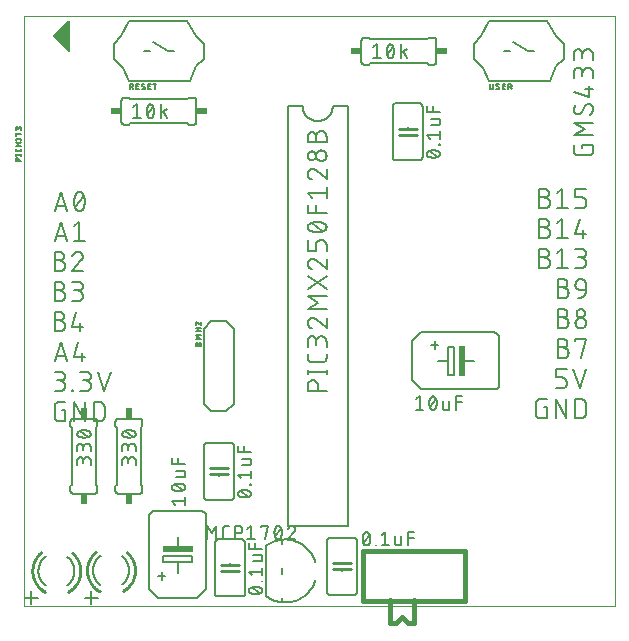
<source format=gto>
G75*
%MOIN*%
%OFA0B0*%
%FSLAX25Y25*%
%IPPOS*%
%LPD*%
%AMOC8*
5,1,8,0,0,1.08239X$1,22.5*
%
%ADD10C,0.00000*%
%ADD11C,0.00600*%
%ADD12C,0.01000*%
%ADD13C,0.00500*%
%ADD14R,0.02000X0.10000*%
%ADD15R,0.10000X0.02000*%
%ADD16R,0.02400X0.03400*%
%ADD17R,0.03400X0.02400*%
%ADD18C,0.00700*%
%ADD19C,0.01600*%
%ADD20C,0.00800*%
D10*
X0006000Y0007548D02*
X0006000Y0204398D01*
X0202850Y0204398D01*
X0202850Y0007548D01*
X0006000Y0007548D01*
D11*
X0008433Y0008204D02*
X0008433Y0012470D01*
X0006300Y0010337D02*
X0010567Y0010337D01*
X0010787Y0019300D02*
X0010789Y0019454D01*
X0010795Y0019608D01*
X0010805Y0019762D01*
X0010819Y0019916D01*
X0010836Y0020069D01*
X0010858Y0020221D01*
X0010884Y0020373D01*
X0010913Y0020525D01*
X0010947Y0020675D01*
X0010984Y0020825D01*
X0011025Y0020973D01*
X0011070Y0021121D01*
X0011119Y0021267D01*
X0011171Y0021412D01*
X0011227Y0021555D01*
X0011287Y0021698D01*
X0011350Y0021838D01*
X0011417Y0021977D01*
X0011488Y0022114D01*
X0011562Y0022249D01*
X0011639Y0022382D01*
X0011720Y0022514D01*
X0011804Y0022643D01*
X0011892Y0022770D01*
X0011983Y0022894D01*
X0012076Y0023016D01*
X0012174Y0023136D01*
X0012274Y0023253D01*
X0012377Y0023368D01*
X0012483Y0023480D01*
X0012591Y0023589D01*
X0012703Y0023695D01*
X0012817Y0023799D01*
X0012934Y0023899D01*
X0013053Y0023997D01*
X0013175Y0024091D01*
X0013300Y0024182D01*
X0022787Y0019300D02*
X0022785Y0019148D01*
X0022779Y0018997D01*
X0022770Y0018846D01*
X0022756Y0018694D01*
X0022739Y0018544D01*
X0022718Y0018394D01*
X0022693Y0018244D01*
X0022665Y0018095D01*
X0022632Y0017947D01*
X0022596Y0017800D01*
X0022557Y0017653D01*
X0022513Y0017508D01*
X0022466Y0017364D01*
X0022415Y0017221D01*
X0022361Y0017080D01*
X0022303Y0016939D01*
X0022242Y0016801D01*
X0022177Y0016664D01*
X0022108Y0016528D01*
X0022037Y0016395D01*
X0021962Y0016263D01*
X0021883Y0016133D01*
X0021802Y0016006D01*
X0021717Y0015880D01*
X0021629Y0015756D01*
X0021538Y0015635D01*
X0021444Y0015516D01*
X0021346Y0015400D01*
X0021246Y0015286D01*
X0021144Y0015174D01*
X0021038Y0015066D01*
X0020930Y0014960D01*
X0020819Y0014856D01*
X0020705Y0014756D01*
X0020589Y0014658D01*
X0020470Y0014564D01*
X0022787Y0019300D02*
X0022785Y0019452D01*
X0022779Y0019603D01*
X0022770Y0019754D01*
X0022756Y0019906D01*
X0022739Y0020056D01*
X0022718Y0020206D01*
X0022693Y0020356D01*
X0022665Y0020505D01*
X0022632Y0020653D01*
X0022596Y0020800D01*
X0022557Y0020947D01*
X0022513Y0021092D01*
X0022466Y0021236D01*
X0022415Y0021379D01*
X0022361Y0021520D01*
X0022303Y0021661D01*
X0022242Y0021799D01*
X0022177Y0021936D01*
X0022108Y0022072D01*
X0022037Y0022205D01*
X0021962Y0022337D01*
X0021883Y0022467D01*
X0021802Y0022594D01*
X0021717Y0022720D01*
X0021629Y0022844D01*
X0021538Y0022965D01*
X0021444Y0023084D01*
X0021346Y0023200D01*
X0021246Y0023314D01*
X0021144Y0023426D01*
X0021038Y0023534D01*
X0020930Y0023640D01*
X0020819Y0023744D01*
X0020705Y0023844D01*
X0020589Y0023942D01*
X0020470Y0024036D01*
X0010787Y0019300D02*
X0010789Y0019150D01*
X0010795Y0018999D01*
X0010804Y0018849D01*
X0010817Y0018700D01*
X0010834Y0018550D01*
X0010855Y0018401D01*
X0010879Y0018253D01*
X0010907Y0018105D01*
X0010939Y0017958D01*
X0010974Y0017812D01*
X0011014Y0017667D01*
X0011056Y0017523D01*
X0011103Y0017380D01*
X0011153Y0017238D01*
X0011206Y0017097D01*
X0011263Y0016958D01*
X0011323Y0016820D01*
X0011387Y0016684D01*
X0011454Y0016550D01*
X0011525Y0016417D01*
X0011599Y0016286D01*
X0011676Y0016157D01*
X0011757Y0016030D01*
X0011840Y0015905D01*
X0011927Y0015782D01*
X0012016Y0015661D01*
X0012109Y0015543D01*
X0012205Y0015427D01*
X0012303Y0015313D01*
X0012404Y0015202D01*
X0012509Y0015093D01*
X0012615Y0014988D01*
X0012725Y0014884D01*
X0012837Y0014784D01*
X0012951Y0014686D01*
X0013068Y0014592D01*
X0013187Y0014500D01*
X0026300Y0010337D02*
X0030567Y0010337D01*
X0028433Y0008204D02*
X0028433Y0012470D01*
X0029016Y0019497D02*
X0029018Y0019651D01*
X0029024Y0019805D01*
X0029034Y0019959D01*
X0029048Y0020113D01*
X0029065Y0020266D01*
X0029087Y0020418D01*
X0029113Y0020570D01*
X0029142Y0020722D01*
X0029176Y0020872D01*
X0029213Y0021022D01*
X0029254Y0021170D01*
X0029299Y0021318D01*
X0029348Y0021464D01*
X0029400Y0021609D01*
X0029456Y0021752D01*
X0029516Y0021895D01*
X0029579Y0022035D01*
X0029646Y0022174D01*
X0029717Y0022311D01*
X0029791Y0022446D01*
X0029868Y0022579D01*
X0029949Y0022711D01*
X0030033Y0022840D01*
X0030121Y0022967D01*
X0030212Y0023091D01*
X0030305Y0023213D01*
X0030403Y0023333D01*
X0030503Y0023450D01*
X0030606Y0023565D01*
X0030712Y0023677D01*
X0030820Y0023786D01*
X0030932Y0023892D01*
X0031046Y0023996D01*
X0031163Y0024096D01*
X0031282Y0024194D01*
X0031404Y0024288D01*
X0031529Y0024379D01*
X0041016Y0019497D02*
X0041014Y0019345D01*
X0041008Y0019194D01*
X0040999Y0019043D01*
X0040985Y0018891D01*
X0040968Y0018741D01*
X0040947Y0018591D01*
X0040922Y0018441D01*
X0040894Y0018292D01*
X0040861Y0018144D01*
X0040825Y0017997D01*
X0040786Y0017850D01*
X0040742Y0017705D01*
X0040695Y0017561D01*
X0040644Y0017418D01*
X0040590Y0017277D01*
X0040532Y0017136D01*
X0040471Y0016998D01*
X0040406Y0016861D01*
X0040337Y0016725D01*
X0040266Y0016592D01*
X0040191Y0016460D01*
X0040112Y0016330D01*
X0040031Y0016203D01*
X0039946Y0016077D01*
X0039858Y0015953D01*
X0039767Y0015832D01*
X0039673Y0015713D01*
X0039575Y0015597D01*
X0039475Y0015483D01*
X0039373Y0015371D01*
X0039267Y0015263D01*
X0039159Y0015157D01*
X0039048Y0015053D01*
X0038934Y0014953D01*
X0038818Y0014855D01*
X0038699Y0014761D01*
X0041016Y0019497D02*
X0041014Y0019649D01*
X0041008Y0019800D01*
X0040999Y0019951D01*
X0040985Y0020103D01*
X0040968Y0020253D01*
X0040947Y0020403D01*
X0040922Y0020553D01*
X0040894Y0020702D01*
X0040861Y0020850D01*
X0040825Y0020997D01*
X0040786Y0021144D01*
X0040742Y0021289D01*
X0040695Y0021433D01*
X0040644Y0021576D01*
X0040590Y0021717D01*
X0040532Y0021858D01*
X0040471Y0021996D01*
X0040406Y0022133D01*
X0040337Y0022269D01*
X0040266Y0022402D01*
X0040191Y0022534D01*
X0040112Y0022664D01*
X0040031Y0022791D01*
X0039946Y0022917D01*
X0039858Y0023041D01*
X0039767Y0023162D01*
X0039673Y0023281D01*
X0039575Y0023397D01*
X0039475Y0023511D01*
X0039373Y0023623D01*
X0039267Y0023731D01*
X0039159Y0023837D01*
X0039048Y0023941D01*
X0038934Y0024041D01*
X0038818Y0024139D01*
X0038699Y0024233D01*
X0029016Y0019497D02*
X0029018Y0019347D01*
X0029024Y0019196D01*
X0029033Y0019046D01*
X0029046Y0018897D01*
X0029063Y0018747D01*
X0029084Y0018598D01*
X0029108Y0018450D01*
X0029136Y0018302D01*
X0029168Y0018155D01*
X0029203Y0018009D01*
X0029243Y0017864D01*
X0029285Y0017720D01*
X0029332Y0017577D01*
X0029382Y0017435D01*
X0029435Y0017294D01*
X0029492Y0017155D01*
X0029552Y0017017D01*
X0029616Y0016881D01*
X0029683Y0016747D01*
X0029754Y0016614D01*
X0029828Y0016483D01*
X0029905Y0016354D01*
X0029986Y0016227D01*
X0030069Y0016102D01*
X0030156Y0015979D01*
X0030245Y0015858D01*
X0030338Y0015740D01*
X0030434Y0015624D01*
X0030532Y0015510D01*
X0030633Y0015399D01*
X0030738Y0015290D01*
X0030844Y0015185D01*
X0030954Y0015081D01*
X0031066Y0014981D01*
X0031180Y0014883D01*
X0031297Y0014789D01*
X0031416Y0014697D01*
X0047740Y0013154D02*
X0050740Y0010154D01*
X0063740Y0010154D01*
X0066740Y0013154D01*
X0066740Y0037654D01*
X0066738Y0037730D01*
X0066732Y0037806D01*
X0066723Y0037881D01*
X0066709Y0037956D01*
X0066692Y0038030D01*
X0066671Y0038103D01*
X0066647Y0038175D01*
X0066618Y0038246D01*
X0066587Y0038315D01*
X0066552Y0038382D01*
X0066513Y0038447D01*
X0066471Y0038511D01*
X0066426Y0038572D01*
X0066378Y0038631D01*
X0066327Y0038687D01*
X0066273Y0038741D01*
X0066217Y0038792D01*
X0066158Y0038840D01*
X0066097Y0038885D01*
X0066033Y0038927D01*
X0065968Y0038966D01*
X0065901Y0039001D01*
X0065832Y0039032D01*
X0065761Y0039061D01*
X0065689Y0039085D01*
X0065616Y0039106D01*
X0065542Y0039123D01*
X0065467Y0039137D01*
X0065392Y0039146D01*
X0065316Y0039152D01*
X0065240Y0039154D01*
X0049240Y0039154D01*
X0049164Y0039152D01*
X0049088Y0039146D01*
X0049013Y0039137D01*
X0048938Y0039123D01*
X0048864Y0039106D01*
X0048791Y0039085D01*
X0048719Y0039061D01*
X0048648Y0039032D01*
X0048579Y0039001D01*
X0048512Y0038966D01*
X0048447Y0038927D01*
X0048383Y0038885D01*
X0048322Y0038840D01*
X0048263Y0038792D01*
X0048207Y0038741D01*
X0048153Y0038687D01*
X0048102Y0038631D01*
X0048054Y0038572D01*
X0048009Y0038511D01*
X0047967Y0038447D01*
X0047928Y0038382D01*
X0047893Y0038315D01*
X0047862Y0038246D01*
X0047833Y0038175D01*
X0047809Y0038103D01*
X0047788Y0038030D01*
X0047771Y0037956D01*
X0047757Y0037881D01*
X0047748Y0037806D01*
X0047742Y0037730D01*
X0047740Y0037654D01*
X0047740Y0013154D01*
X0051840Y0016354D02*
X0051840Y0018954D01*
X0050640Y0017654D02*
X0053140Y0017654D01*
X0057240Y0018654D02*
X0057240Y0022154D01*
X0052440Y0022154D01*
X0052440Y0024154D01*
X0062040Y0024154D01*
X0062040Y0022154D01*
X0057240Y0022154D01*
X0057240Y0027154D02*
X0057240Y0030654D01*
X0069681Y0028765D02*
X0069681Y0011765D01*
X0069683Y0011705D01*
X0069688Y0011644D01*
X0069697Y0011585D01*
X0069710Y0011526D01*
X0069726Y0011467D01*
X0069746Y0011410D01*
X0069769Y0011355D01*
X0069796Y0011300D01*
X0069825Y0011248D01*
X0069858Y0011197D01*
X0069894Y0011148D01*
X0069932Y0011102D01*
X0069974Y0011058D01*
X0070018Y0011016D01*
X0070064Y0010978D01*
X0070113Y0010942D01*
X0070164Y0010909D01*
X0070216Y0010880D01*
X0070271Y0010853D01*
X0070326Y0010830D01*
X0070383Y0010810D01*
X0070442Y0010794D01*
X0070501Y0010781D01*
X0070560Y0010772D01*
X0070621Y0010767D01*
X0070681Y0010765D01*
X0078681Y0010765D01*
X0078741Y0010767D01*
X0078802Y0010772D01*
X0078861Y0010781D01*
X0078920Y0010794D01*
X0078979Y0010810D01*
X0079036Y0010830D01*
X0079091Y0010853D01*
X0079146Y0010880D01*
X0079198Y0010909D01*
X0079249Y0010942D01*
X0079298Y0010978D01*
X0079344Y0011016D01*
X0079388Y0011058D01*
X0079430Y0011102D01*
X0079468Y0011148D01*
X0079504Y0011197D01*
X0079537Y0011248D01*
X0079566Y0011300D01*
X0079593Y0011355D01*
X0079616Y0011410D01*
X0079636Y0011467D01*
X0079652Y0011526D01*
X0079665Y0011585D01*
X0079674Y0011644D01*
X0079679Y0011705D01*
X0079681Y0011765D01*
X0079681Y0028765D01*
X0079679Y0028825D01*
X0079674Y0028886D01*
X0079665Y0028945D01*
X0079652Y0029004D01*
X0079636Y0029063D01*
X0079616Y0029120D01*
X0079593Y0029175D01*
X0079566Y0029230D01*
X0079537Y0029282D01*
X0079504Y0029333D01*
X0079468Y0029382D01*
X0079430Y0029428D01*
X0079388Y0029472D01*
X0079344Y0029514D01*
X0079298Y0029552D01*
X0079249Y0029588D01*
X0079198Y0029621D01*
X0079146Y0029650D01*
X0079091Y0029677D01*
X0079036Y0029700D01*
X0078979Y0029720D01*
X0078920Y0029736D01*
X0078861Y0029749D01*
X0078802Y0029758D01*
X0078741Y0029763D01*
X0078681Y0029765D01*
X0070681Y0029765D01*
X0070621Y0029763D01*
X0070560Y0029758D01*
X0070501Y0029749D01*
X0070442Y0029736D01*
X0070383Y0029720D01*
X0070326Y0029700D01*
X0070271Y0029677D01*
X0070216Y0029650D01*
X0070164Y0029621D01*
X0070113Y0029588D01*
X0070064Y0029552D01*
X0070018Y0029514D01*
X0069974Y0029472D01*
X0069932Y0029428D01*
X0069894Y0029382D01*
X0069858Y0029333D01*
X0069825Y0029282D01*
X0069796Y0029230D01*
X0069769Y0029175D01*
X0069746Y0029120D01*
X0069726Y0029063D01*
X0069710Y0029004D01*
X0069697Y0028945D01*
X0069688Y0028886D01*
X0069683Y0028825D01*
X0069681Y0028765D01*
X0074681Y0021765D02*
X0074681Y0021265D01*
X0074681Y0019265D02*
X0074681Y0018765D01*
X0093894Y0034261D02*
X0093894Y0173761D01*
X0093894Y0174261D02*
X0098894Y0174261D01*
X0098896Y0174121D01*
X0098902Y0173981D01*
X0098912Y0173841D01*
X0098925Y0173701D01*
X0098943Y0173562D01*
X0098965Y0173423D01*
X0098990Y0173286D01*
X0099019Y0173148D01*
X0099052Y0173012D01*
X0099089Y0172877D01*
X0099130Y0172743D01*
X0099175Y0172610D01*
X0099223Y0172478D01*
X0099275Y0172348D01*
X0099330Y0172219D01*
X0099389Y0172092D01*
X0099452Y0171966D01*
X0099518Y0171842D01*
X0099587Y0171721D01*
X0099660Y0171601D01*
X0099737Y0171483D01*
X0099816Y0171368D01*
X0099899Y0171254D01*
X0099985Y0171144D01*
X0100074Y0171035D01*
X0100166Y0170929D01*
X0100261Y0170826D01*
X0100358Y0170725D01*
X0100459Y0170628D01*
X0100562Y0170533D01*
X0100668Y0170441D01*
X0100777Y0170352D01*
X0100887Y0170266D01*
X0101001Y0170183D01*
X0101116Y0170104D01*
X0101234Y0170027D01*
X0101354Y0169954D01*
X0101475Y0169885D01*
X0101599Y0169819D01*
X0101725Y0169756D01*
X0101852Y0169697D01*
X0101981Y0169642D01*
X0102111Y0169590D01*
X0102243Y0169542D01*
X0102376Y0169497D01*
X0102510Y0169456D01*
X0102645Y0169419D01*
X0102781Y0169386D01*
X0102919Y0169357D01*
X0103056Y0169332D01*
X0103195Y0169310D01*
X0103334Y0169292D01*
X0103474Y0169279D01*
X0103614Y0169269D01*
X0103754Y0169263D01*
X0103894Y0169261D01*
X0104034Y0169263D01*
X0104174Y0169269D01*
X0104314Y0169279D01*
X0104454Y0169292D01*
X0104593Y0169310D01*
X0104732Y0169332D01*
X0104869Y0169357D01*
X0105007Y0169386D01*
X0105143Y0169419D01*
X0105278Y0169456D01*
X0105412Y0169497D01*
X0105545Y0169542D01*
X0105677Y0169590D01*
X0105807Y0169642D01*
X0105936Y0169697D01*
X0106063Y0169756D01*
X0106189Y0169819D01*
X0106313Y0169885D01*
X0106434Y0169954D01*
X0106554Y0170027D01*
X0106672Y0170104D01*
X0106787Y0170183D01*
X0106901Y0170266D01*
X0107011Y0170352D01*
X0107120Y0170441D01*
X0107226Y0170533D01*
X0107329Y0170628D01*
X0107430Y0170725D01*
X0107527Y0170826D01*
X0107622Y0170929D01*
X0107714Y0171035D01*
X0107803Y0171144D01*
X0107889Y0171254D01*
X0107972Y0171368D01*
X0108051Y0171483D01*
X0108128Y0171601D01*
X0108201Y0171721D01*
X0108270Y0171842D01*
X0108336Y0171966D01*
X0108399Y0172092D01*
X0108458Y0172219D01*
X0108513Y0172348D01*
X0108565Y0172478D01*
X0108613Y0172610D01*
X0108658Y0172743D01*
X0108699Y0172877D01*
X0108736Y0173012D01*
X0108769Y0173148D01*
X0108798Y0173286D01*
X0108823Y0173423D01*
X0108845Y0173562D01*
X0108863Y0173701D01*
X0108876Y0173841D01*
X0108886Y0173981D01*
X0108892Y0174121D01*
X0108894Y0174261D01*
X0113894Y0174261D01*
X0113894Y0034261D01*
X0093894Y0034261D01*
X0106965Y0029375D02*
X0106965Y0012375D01*
X0106967Y0012315D01*
X0106972Y0012254D01*
X0106981Y0012195D01*
X0106994Y0012136D01*
X0107010Y0012077D01*
X0107030Y0012020D01*
X0107053Y0011965D01*
X0107080Y0011910D01*
X0107109Y0011858D01*
X0107142Y0011807D01*
X0107178Y0011758D01*
X0107216Y0011712D01*
X0107258Y0011668D01*
X0107302Y0011626D01*
X0107348Y0011588D01*
X0107397Y0011552D01*
X0107448Y0011519D01*
X0107500Y0011490D01*
X0107555Y0011463D01*
X0107610Y0011440D01*
X0107667Y0011420D01*
X0107726Y0011404D01*
X0107785Y0011391D01*
X0107844Y0011382D01*
X0107905Y0011377D01*
X0107965Y0011375D01*
X0115965Y0011375D01*
X0116025Y0011377D01*
X0116086Y0011382D01*
X0116145Y0011391D01*
X0116204Y0011404D01*
X0116263Y0011420D01*
X0116320Y0011440D01*
X0116375Y0011463D01*
X0116430Y0011490D01*
X0116482Y0011519D01*
X0116533Y0011552D01*
X0116582Y0011588D01*
X0116628Y0011626D01*
X0116672Y0011668D01*
X0116714Y0011712D01*
X0116752Y0011758D01*
X0116788Y0011807D01*
X0116821Y0011858D01*
X0116850Y0011910D01*
X0116877Y0011965D01*
X0116900Y0012020D01*
X0116920Y0012077D01*
X0116936Y0012136D01*
X0116949Y0012195D01*
X0116958Y0012254D01*
X0116963Y0012315D01*
X0116965Y0012375D01*
X0116965Y0029375D01*
X0116963Y0029435D01*
X0116958Y0029496D01*
X0116949Y0029555D01*
X0116936Y0029614D01*
X0116920Y0029673D01*
X0116900Y0029730D01*
X0116877Y0029785D01*
X0116850Y0029840D01*
X0116821Y0029892D01*
X0116788Y0029943D01*
X0116752Y0029992D01*
X0116714Y0030038D01*
X0116672Y0030082D01*
X0116628Y0030124D01*
X0116582Y0030162D01*
X0116533Y0030198D01*
X0116482Y0030231D01*
X0116430Y0030260D01*
X0116375Y0030287D01*
X0116320Y0030310D01*
X0116263Y0030330D01*
X0116204Y0030346D01*
X0116145Y0030359D01*
X0116086Y0030368D01*
X0116025Y0030373D01*
X0115965Y0030375D01*
X0107965Y0030375D01*
X0107905Y0030373D01*
X0107844Y0030368D01*
X0107785Y0030359D01*
X0107726Y0030346D01*
X0107667Y0030330D01*
X0107610Y0030310D01*
X0107555Y0030287D01*
X0107500Y0030260D01*
X0107448Y0030231D01*
X0107397Y0030198D01*
X0107348Y0030162D01*
X0107302Y0030124D01*
X0107258Y0030082D01*
X0107216Y0030038D01*
X0107178Y0029992D01*
X0107142Y0029943D01*
X0107109Y0029892D01*
X0107080Y0029840D01*
X0107053Y0029785D01*
X0107030Y0029730D01*
X0107010Y0029673D01*
X0106994Y0029614D01*
X0106981Y0029555D01*
X0106972Y0029496D01*
X0106967Y0029435D01*
X0106965Y0029375D01*
X0111965Y0022375D02*
X0111965Y0021875D01*
X0111965Y0019875D02*
X0111965Y0019375D01*
X0076000Y0044048D02*
X0076000Y0061048D01*
X0075998Y0061108D01*
X0075993Y0061169D01*
X0075984Y0061228D01*
X0075971Y0061287D01*
X0075955Y0061346D01*
X0075935Y0061403D01*
X0075912Y0061458D01*
X0075885Y0061513D01*
X0075856Y0061565D01*
X0075823Y0061616D01*
X0075787Y0061665D01*
X0075749Y0061711D01*
X0075707Y0061755D01*
X0075663Y0061797D01*
X0075617Y0061835D01*
X0075568Y0061871D01*
X0075517Y0061904D01*
X0075465Y0061933D01*
X0075410Y0061960D01*
X0075355Y0061983D01*
X0075298Y0062003D01*
X0075239Y0062019D01*
X0075180Y0062032D01*
X0075121Y0062041D01*
X0075060Y0062046D01*
X0075000Y0062048D01*
X0067000Y0062048D01*
X0066940Y0062046D01*
X0066879Y0062041D01*
X0066820Y0062032D01*
X0066761Y0062019D01*
X0066702Y0062003D01*
X0066645Y0061983D01*
X0066590Y0061960D01*
X0066535Y0061933D01*
X0066483Y0061904D01*
X0066432Y0061871D01*
X0066383Y0061835D01*
X0066337Y0061797D01*
X0066293Y0061755D01*
X0066251Y0061711D01*
X0066213Y0061665D01*
X0066177Y0061616D01*
X0066144Y0061565D01*
X0066115Y0061513D01*
X0066088Y0061458D01*
X0066065Y0061403D01*
X0066045Y0061346D01*
X0066029Y0061287D01*
X0066016Y0061228D01*
X0066007Y0061169D01*
X0066002Y0061108D01*
X0066000Y0061048D01*
X0066000Y0044048D01*
X0066002Y0043988D01*
X0066007Y0043927D01*
X0066016Y0043868D01*
X0066029Y0043809D01*
X0066045Y0043750D01*
X0066065Y0043693D01*
X0066088Y0043638D01*
X0066115Y0043583D01*
X0066144Y0043531D01*
X0066177Y0043480D01*
X0066213Y0043431D01*
X0066251Y0043385D01*
X0066293Y0043341D01*
X0066337Y0043299D01*
X0066383Y0043261D01*
X0066432Y0043225D01*
X0066483Y0043192D01*
X0066535Y0043163D01*
X0066590Y0043136D01*
X0066645Y0043113D01*
X0066702Y0043093D01*
X0066761Y0043077D01*
X0066820Y0043064D01*
X0066879Y0043055D01*
X0066940Y0043050D01*
X0067000Y0043048D01*
X0075000Y0043048D01*
X0075060Y0043050D01*
X0075121Y0043055D01*
X0075180Y0043064D01*
X0075239Y0043077D01*
X0075298Y0043093D01*
X0075355Y0043113D01*
X0075410Y0043136D01*
X0075465Y0043163D01*
X0075517Y0043192D01*
X0075568Y0043225D01*
X0075617Y0043261D01*
X0075663Y0043299D01*
X0075707Y0043341D01*
X0075749Y0043385D01*
X0075787Y0043431D01*
X0075823Y0043480D01*
X0075856Y0043531D01*
X0075885Y0043583D01*
X0075912Y0043638D01*
X0075935Y0043693D01*
X0075955Y0043750D01*
X0075971Y0043809D01*
X0075984Y0043868D01*
X0075993Y0043927D01*
X0075998Y0043988D01*
X0076000Y0044048D01*
X0071000Y0051048D02*
X0071000Y0051548D01*
X0071000Y0053548D02*
X0071000Y0054048D01*
X0045500Y0047548D02*
X0045500Y0046048D01*
X0045498Y0045988D01*
X0045493Y0045927D01*
X0045484Y0045868D01*
X0045471Y0045809D01*
X0045455Y0045750D01*
X0045435Y0045693D01*
X0045412Y0045638D01*
X0045385Y0045583D01*
X0045356Y0045531D01*
X0045323Y0045480D01*
X0045287Y0045431D01*
X0045249Y0045385D01*
X0045207Y0045341D01*
X0045163Y0045299D01*
X0045117Y0045261D01*
X0045068Y0045225D01*
X0045017Y0045192D01*
X0044965Y0045163D01*
X0044910Y0045136D01*
X0044855Y0045113D01*
X0044798Y0045093D01*
X0044739Y0045077D01*
X0044680Y0045064D01*
X0044621Y0045055D01*
X0044560Y0045050D01*
X0044500Y0045048D01*
X0037500Y0045048D01*
X0037440Y0045050D01*
X0037379Y0045055D01*
X0037320Y0045064D01*
X0037261Y0045077D01*
X0037202Y0045093D01*
X0037145Y0045113D01*
X0037090Y0045136D01*
X0037035Y0045163D01*
X0036983Y0045192D01*
X0036932Y0045225D01*
X0036883Y0045261D01*
X0036837Y0045299D01*
X0036793Y0045341D01*
X0036751Y0045385D01*
X0036713Y0045431D01*
X0036677Y0045480D01*
X0036644Y0045531D01*
X0036615Y0045583D01*
X0036588Y0045638D01*
X0036565Y0045693D01*
X0036545Y0045750D01*
X0036529Y0045809D01*
X0036516Y0045868D01*
X0036507Y0045927D01*
X0036502Y0045988D01*
X0036500Y0046048D01*
X0036500Y0047548D01*
X0037000Y0048048D01*
X0037000Y0067048D01*
X0036500Y0067548D01*
X0036500Y0069048D01*
X0036502Y0069108D01*
X0036507Y0069169D01*
X0036516Y0069228D01*
X0036529Y0069287D01*
X0036545Y0069346D01*
X0036565Y0069403D01*
X0036588Y0069458D01*
X0036615Y0069513D01*
X0036644Y0069565D01*
X0036677Y0069616D01*
X0036713Y0069665D01*
X0036751Y0069711D01*
X0036793Y0069755D01*
X0036837Y0069797D01*
X0036883Y0069835D01*
X0036932Y0069871D01*
X0036983Y0069904D01*
X0037035Y0069933D01*
X0037090Y0069960D01*
X0037145Y0069983D01*
X0037202Y0070003D01*
X0037261Y0070019D01*
X0037320Y0070032D01*
X0037379Y0070041D01*
X0037440Y0070046D01*
X0037500Y0070048D01*
X0044500Y0070048D01*
X0044560Y0070046D01*
X0044621Y0070041D01*
X0044680Y0070032D01*
X0044739Y0070019D01*
X0044798Y0070003D01*
X0044855Y0069983D01*
X0044910Y0069960D01*
X0044965Y0069933D01*
X0045017Y0069904D01*
X0045068Y0069871D01*
X0045117Y0069835D01*
X0045163Y0069797D01*
X0045207Y0069755D01*
X0045249Y0069711D01*
X0045287Y0069665D01*
X0045323Y0069616D01*
X0045356Y0069565D01*
X0045385Y0069513D01*
X0045412Y0069458D01*
X0045435Y0069403D01*
X0045455Y0069346D01*
X0045471Y0069287D01*
X0045484Y0069228D01*
X0045493Y0069169D01*
X0045498Y0069108D01*
X0045500Y0069048D01*
X0045500Y0067548D01*
X0045000Y0067048D01*
X0045000Y0048048D01*
X0045500Y0047548D01*
X0030500Y0047548D02*
X0030500Y0046048D01*
X0030498Y0045988D01*
X0030493Y0045927D01*
X0030484Y0045868D01*
X0030471Y0045809D01*
X0030455Y0045750D01*
X0030435Y0045693D01*
X0030412Y0045638D01*
X0030385Y0045583D01*
X0030356Y0045531D01*
X0030323Y0045480D01*
X0030287Y0045431D01*
X0030249Y0045385D01*
X0030207Y0045341D01*
X0030163Y0045299D01*
X0030117Y0045261D01*
X0030068Y0045225D01*
X0030017Y0045192D01*
X0029965Y0045163D01*
X0029910Y0045136D01*
X0029855Y0045113D01*
X0029798Y0045093D01*
X0029739Y0045077D01*
X0029680Y0045064D01*
X0029621Y0045055D01*
X0029560Y0045050D01*
X0029500Y0045048D01*
X0022500Y0045048D01*
X0022440Y0045050D01*
X0022379Y0045055D01*
X0022320Y0045064D01*
X0022261Y0045077D01*
X0022202Y0045093D01*
X0022145Y0045113D01*
X0022090Y0045136D01*
X0022035Y0045163D01*
X0021983Y0045192D01*
X0021932Y0045225D01*
X0021883Y0045261D01*
X0021837Y0045299D01*
X0021793Y0045341D01*
X0021751Y0045385D01*
X0021713Y0045431D01*
X0021677Y0045480D01*
X0021644Y0045531D01*
X0021615Y0045583D01*
X0021588Y0045638D01*
X0021565Y0045693D01*
X0021545Y0045750D01*
X0021529Y0045809D01*
X0021516Y0045868D01*
X0021507Y0045927D01*
X0021502Y0045988D01*
X0021500Y0046048D01*
X0021500Y0047548D01*
X0022000Y0048048D01*
X0022000Y0067048D01*
X0021500Y0067548D01*
X0021500Y0069048D01*
X0021502Y0069108D01*
X0021507Y0069169D01*
X0021516Y0069228D01*
X0021529Y0069287D01*
X0021545Y0069346D01*
X0021565Y0069403D01*
X0021588Y0069458D01*
X0021615Y0069513D01*
X0021644Y0069565D01*
X0021677Y0069616D01*
X0021713Y0069665D01*
X0021751Y0069711D01*
X0021793Y0069755D01*
X0021837Y0069797D01*
X0021883Y0069835D01*
X0021932Y0069871D01*
X0021983Y0069904D01*
X0022035Y0069933D01*
X0022090Y0069960D01*
X0022145Y0069983D01*
X0022202Y0070003D01*
X0022261Y0070019D01*
X0022320Y0070032D01*
X0022379Y0070041D01*
X0022440Y0070046D01*
X0022500Y0070048D01*
X0029500Y0070048D01*
X0029330Y0069226D02*
X0031108Y0069226D01*
X0030500Y0069048D02*
X0030500Y0067548D01*
X0030000Y0067048D01*
X0030000Y0048048D01*
X0030500Y0047548D01*
X0030500Y0069048D02*
X0030498Y0069108D01*
X0030493Y0069169D01*
X0030484Y0069228D01*
X0030471Y0069287D01*
X0030455Y0069346D01*
X0030435Y0069403D01*
X0030412Y0069458D01*
X0030385Y0069513D01*
X0030356Y0069565D01*
X0030323Y0069616D01*
X0030287Y0069665D01*
X0030249Y0069711D01*
X0030207Y0069755D01*
X0030163Y0069797D01*
X0030117Y0069835D01*
X0030068Y0069871D01*
X0030017Y0069904D01*
X0029965Y0069933D01*
X0029910Y0069960D01*
X0029855Y0069983D01*
X0029798Y0070003D01*
X0029739Y0070019D01*
X0029680Y0070032D01*
X0029621Y0070041D01*
X0029560Y0070046D01*
X0029500Y0070048D01*
X0029330Y0069226D02*
X0029330Y0075626D01*
X0031108Y0075626D01*
X0031190Y0075624D01*
X0031272Y0075618D01*
X0031354Y0075609D01*
X0031435Y0075596D01*
X0031515Y0075579D01*
X0031595Y0075558D01*
X0031673Y0075534D01*
X0031750Y0075506D01*
X0031826Y0075475D01*
X0031901Y0075440D01*
X0031973Y0075401D01*
X0032044Y0075360D01*
X0032113Y0075315D01*
X0032179Y0075267D01*
X0032244Y0075216D01*
X0032306Y0075162D01*
X0032365Y0075105D01*
X0032422Y0075046D01*
X0032476Y0074984D01*
X0032527Y0074919D01*
X0032575Y0074853D01*
X0032620Y0074784D01*
X0032661Y0074713D01*
X0032700Y0074641D01*
X0032735Y0074566D01*
X0032766Y0074490D01*
X0032794Y0074413D01*
X0032818Y0074335D01*
X0032839Y0074255D01*
X0032856Y0074175D01*
X0032869Y0074094D01*
X0032878Y0074012D01*
X0032884Y0073930D01*
X0032886Y0073848D01*
X0032886Y0071004D01*
X0032884Y0070922D01*
X0032878Y0070840D01*
X0032869Y0070758D01*
X0032856Y0070677D01*
X0032839Y0070597D01*
X0032818Y0070517D01*
X0032794Y0070439D01*
X0032766Y0070362D01*
X0032735Y0070286D01*
X0032700Y0070211D01*
X0032661Y0070139D01*
X0032620Y0070068D01*
X0032575Y0069999D01*
X0032527Y0069933D01*
X0032476Y0069868D01*
X0032422Y0069806D01*
X0032365Y0069747D01*
X0032306Y0069690D01*
X0032244Y0069636D01*
X0032179Y0069585D01*
X0032113Y0069537D01*
X0032044Y0069492D01*
X0031973Y0069451D01*
X0031901Y0069412D01*
X0031826Y0069377D01*
X0031750Y0069346D01*
X0031673Y0069318D01*
X0031595Y0069294D01*
X0031515Y0069273D01*
X0031435Y0069256D01*
X0031354Y0069243D01*
X0031272Y0069234D01*
X0031190Y0069228D01*
X0031108Y0069226D01*
X0026321Y0069226D02*
X0026321Y0075626D01*
X0022766Y0075626D02*
X0026321Y0069226D01*
X0022766Y0069226D02*
X0022766Y0075626D01*
X0019757Y0075626D02*
X0017624Y0075626D01*
X0017550Y0075624D01*
X0017475Y0075618D01*
X0017402Y0075608D01*
X0017328Y0075595D01*
X0017256Y0075578D01*
X0017185Y0075556D01*
X0017114Y0075532D01*
X0017046Y0075503D01*
X0016978Y0075471D01*
X0016913Y0075435D01*
X0016850Y0075397D01*
X0016788Y0075354D01*
X0016729Y0075309D01*
X0016672Y0075261D01*
X0016618Y0075210D01*
X0016567Y0075155D01*
X0016519Y0075099D01*
X0016474Y0075040D01*
X0016431Y0074978D01*
X0016393Y0074915D01*
X0016357Y0074850D01*
X0016325Y0074782D01*
X0016296Y0074714D01*
X0016272Y0074643D01*
X0016250Y0074572D01*
X0016233Y0074500D01*
X0016220Y0074426D01*
X0016210Y0074353D01*
X0016204Y0074278D01*
X0016202Y0074204D01*
X0016202Y0070648D01*
X0016204Y0070574D01*
X0016210Y0070499D01*
X0016220Y0070426D01*
X0016233Y0070352D01*
X0016250Y0070280D01*
X0016272Y0070209D01*
X0016296Y0070138D01*
X0016325Y0070070D01*
X0016357Y0070002D01*
X0016393Y0069937D01*
X0016431Y0069874D01*
X0016474Y0069812D01*
X0016519Y0069753D01*
X0016567Y0069696D01*
X0016618Y0069642D01*
X0016672Y0069591D01*
X0016729Y0069543D01*
X0016788Y0069498D01*
X0016850Y0069455D01*
X0016913Y0069417D01*
X0016978Y0069381D01*
X0017046Y0069349D01*
X0017114Y0069320D01*
X0017185Y0069296D01*
X0017256Y0069274D01*
X0017328Y0069257D01*
X0017402Y0069244D01*
X0017475Y0069234D01*
X0017550Y0069228D01*
X0017624Y0069226D01*
X0019757Y0069226D01*
X0019757Y0072782D01*
X0018690Y0072782D01*
X0017979Y0079226D02*
X0016202Y0079226D01*
X0017979Y0079226D02*
X0018062Y0079228D01*
X0018145Y0079234D01*
X0018228Y0079244D01*
X0018311Y0079257D01*
X0018392Y0079275D01*
X0018473Y0079296D01*
X0018552Y0079321D01*
X0018630Y0079350D01*
X0018707Y0079382D01*
X0018782Y0079418D01*
X0018856Y0079457D01*
X0018927Y0079500D01*
X0018997Y0079546D01*
X0019064Y0079596D01*
X0019129Y0079648D01*
X0019191Y0079703D01*
X0019251Y0079762D01*
X0019308Y0079823D01*
X0019362Y0079886D01*
X0019413Y0079952D01*
X0019460Y0080021D01*
X0019505Y0080091D01*
X0019546Y0080164D01*
X0019583Y0080238D01*
X0019618Y0080314D01*
X0019648Y0080392D01*
X0019675Y0080470D01*
X0019698Y0080551D01*
X0019718Y0080632D01*
X0019733Y0080714D01*
X0019745Y0080796D01*
X0019753Y0080879D01*
X0019757Y0080962D01*
X0019757Y0081046D01*
X0019753Y0081129D01*
X0019745Y0081212D01*
X0019733Y0081294D01*
X0019718Y0081376D01*
X0019698Y0081457D01*
X0019675Y0081538D01*
X0019648Y0081616D01*
X0019618Y0081694D01*
X0019583Y0081770D01*
X0019546Y0081844D01*
X0019505Y0081917D01*
X0019460Y0081987D01*
X0019413Y0082056D01*
X0019362Y0082122D01*
X0019308Y0082185D01*
X0019251Y0082246D01*
X0019191Y0082305D01*
X0019129Y0082360D01*
X0019064Y0082412D01*
X0018997Y0082462D01*
X0018927Y0082508D01*
X0018856Y0082551D01*
X0018782Y0082590D01*
X0018707Y0082626D01*
X0018630Y0082658D01*
X0018552Y0082687D01*
X0018473Y0082712D01*
X0018392Y0082733D01*
X0018311Y0082751D01*
X0018228Y0082764D01*
X0018145Y0082774D01*
X0018062Y0082780D01*
X0017979Y0082782D01*
X0018335Y0082782D02*
X0016913Y0082782D01*
X0018335Y0082782D02*
X0018409Y0082784D01*
X0018484Y0082790D01*
X0018557Y0082800D01*
X0018631Y0082813D01*
X0018703Y0082830D01*
X0018774Y0082852D01*
X0018845Y0082876D01*
X0018913Y0082905D01*
X0018981Y0082937D01*
X0019046Y0082973D01*
X0019109Y0083011D01*
X0019171Y0083054D01*
X0019230Y0083099D01*
X0019287Y0083147D01*
X0019341Y0083198D01*
X0019392Y0083252D01*
X0019440Y0083309D01*
X0019485Y0083368D01*
X0019528Y0083430D01*
X0019566Y0083493D01*
X0019602Y0083558D01*
X0019634Y0083626D01*
X0019663Y0083694D01*
X0019687Y0083765D01*
X0019709Y0083836D01*
X0019726Y0083908D01*
X0019739Y0083982D01*
X0019749Y0084055D01*
X0019755Y0084130D01*
X0019757Y0084204D01*
X0019755Y0084278D01*
X0019749Y0084353D01*
X0019739Y0084426D01*
X0019726Y0084500D01*
X0019709Y0084572D01*
X0019687Y0084643D01*
X0019663Y0084714D01*
X0019634Y0084782D01*
X0019602Y0084850D01*
X0019566Y0084915D01*
X0019528Y0084978D01*
X0019485Y0085040D01*
X0019440Y0085099D01*
X0019392Y0085156D01*
X0019341Y0085210D01*
X0019287Y0085261D01*
X0019230Y0085309D01*
X0019171Y0085354D01*
X0019109Y0085397D01*
X0019046Y0085435D01*
X0018981Y0085471D01*
X0018913Y0085503D01*
X0018845Y0085532D01*
X0018774Y0085556D01*
X0018703Y0085578D01*
X0018631Y0085595D01*
X0018557Y0085608D01*
X0018484Y0085618D01*
X0018409Y0085624D01*
X0018335Y0085626D01*
X0016202Y0085626D01*
X0016202Y0089226D02*
X0018335Y0095626D01*
X0020468Y0089226D01*
X0019935Y0090826D02*
X0016735Y0090826D01*
X0022711Y0090648D02*
X0026267Y0090648D01*
X0025200Y0092070D02*
X0025200Y0089226D01*
X0022711Y0090648D02*
X0024133Y0095626D01*
X0024556Y0099226D02*
X0024556Y0102070D01*
X0025623Y0100648D02*
X0022067Y0100648D01*
X0023490Y0105626D01*
X0023845Y0109226D02*
X0022067Y0109226D01*
X0023845Y0109226D02*
X0023928Y0109228D01*
X0024011Y0109234D01*
X0024094Y0109244D01*
X0024177Y0109257D01*
X0024258Y0109275D01*
X0024339Y0109296D01*
X0024418Y0109321D01*
X0024496Y0109350D01*
X0024573Y0109382D01*
X0024648Y0109418D01*
X0024722Y0109457D01*
X0024793Y0109500D01*
X0024863Y0109546D01*
X0024930Y0109596D01*
X0024995Y0109648D01*
X0025057Y0109703D01*
X0025117Y0109762D01*
X0025174Y0109823D01*
X0025228Y0109886D01*
X0025279Y0109952D01*
X0025326Y0110021D01*
X0025371Y0110091D01*
X0025412Y0110164D01*
X0025449Y0110238D01*
X0025484Y0110314D01*
X0025514Y0110392D01*
X0025541Y0110470D01*
X0025564Y0110551D01*
X0025584Y0110632D01*
X0025599Y0110714D01*
X0025611Y0110796D01*
X0025619Y0110879D01*
X0025623Y0110962D01*
X0025623Y0111046D01*
X0025619Y0111129D01*
X0025611Y0111212D01*
X0025599Y0111294D01*
X0025584Y0111376D01*
X0025564Y0111457D01*
X0025541Y0111538D01*
X0025514Y0111616D01*
X0025484Y0111694D01*
X0025449Y0111770D01*
X0025412Y0111844D01*
X0025371Y0111917D01*
X0025326Y0111987D01*
X0025279Y0112056D01*
X0025228Y0112122D01*
X0025174Y0112185D01*
X0025117Y0112246D01*
X0025057Y0112305D01*
X0024995Y0112360D01*
X0024930Y0112412D01*
X0024863Y0112462D01*
X0024793Y0112508D01*
X0024722Y0112551D01*
X0024648Y0112590D01*
X0024573Y0112626D01*
X0024496Y0112658D01*
X0024418Y0112687D01*
X0024339Y0112712D01*
X0024258Y0112733D01*
X0024177Y0112751D01*
X0024094Y0112764D01*
X0024011Y0112774D01*
X0023928Y0112780D01*
X0023845Y0112782D01*
X0024201Y0112782D02*
X0022779Y0112782D01*
X0024201Y0112782D02*
X0024275Y0112784D01*
X0024350Y0112790D01*
X0024423Y0112800D01*
X0024497Y0112813D01*
X0024569Y0112830D01*
X0024640Y0112852D01*
X0024711Y0112876D01*
X0024779Y0112905D01*
X0024847Y0112937D01*
X0024912Y0112973D01*
X0024975Y0113011D01*
X0025037Y0113054D01*
X0025096Y0113099D01*
X0025153Y0113147D01*
X0025207Y0113198D01*
X0025258Y0113252D01*
X0025306Y0113309D01*
X0025351Y0113368D01*
X0025394Y0113430D01*
X0025432Y0113493D01*
X0025468Y0113558D01*
X0025500Y0113626D01*
X0025529Y0113694D01*
X0025553Y0113765D01*
X0025575Y0113836D01*
X0025592Y0113908D01*
X0025605Y0113982D01*
X0025615Y0114055D01*
X0025621Y0114130D01*
X0025623Y0114204D01*
X0025621Y0114278D01*
X0025615Y0114353D01*
X0025605Y0114426D01*
X0025592Y0114500D01*
X0025575Y0114572D01*
X0025553Y0114643D01*
X0025529Y0114714D01*
X0025500Y0114782D01*
X0025468Y0114850D01*
X0025432Y0114915D01*
X0025394Y0114978D01*
X0025351Y0115040D01*
X0025306Y0115099D01*
X0025258Y0115156D01*
X0025207Y0115210D01*
X0025153Y0115261D01*
X0025096Y0115309D01*
X0025037Y0115354D01*
X0024975Y0115397D01*
X0024912Y0115435D01*
X0024847Y0115471D01*
X0024779Y0115503D01*
X0024711Y0115532D01*
X0024640Y0115556D01*
X0024569Y0115578D01*
X0024497Y0115595D01*
X0024423Y0115608D01*
X0024350Y0115618D01*
X0024275Y0115624D01*
X0024201Y0115626D01*
X0022067Y0115626D01*
X0022067Y0119226D02*
X0025623Y0119226D01*
X0022067Y0119226D02*
X0025090Y0122782D01*
X0024023Y0125626D02*
X0023934Y0125624D01*
X0023845Y0125618D01*
X0023756Y0125609D01*
X0023668Y0125595D01*
X0023581Y0125578D01*
X0023494Y0125557D01*
X0023408Y0125532D01*
X0023324Y0125504D01*
X0023241Y0125471D01*
X0023159Y0125436D01*
X0023079Y0125396D01*
X0023001Y0125354D01*
X0022924Y0125308D01*
X0022850Y0125259D01*
X0022778Y0125206D01*
X0022708Y0125151D01*
X0022641Y0125092D01*
X0022576Y0125031D01*
X0022514Y0124967D01*
X0022455Y0124900D01*
X0022399Y0124831D01*
X0022346Y0124759D01*
X0022296Y0124685D01*
X0022249Y0124609D01*
X0022206Y0124532D01*
X0022166Y0124452D01*
X0022129Y0124371D01*
X0022096Y0124288D01*
X0022067Y0124203D01*
X0025090Y0122781D02*
X0025147Y0122839D01*
X0025203Y0122900D01*
X0025255Y0122963D01*
X0025304Y0123028D01*
X0025350Y0123096D01*
X0025392Y0123166D01*
X0025432Y0123238D01*
X0025467Y0123311D01*
X0025500Y0123387D01*
X0025528Y0123463D01*
X0025553Y0123541D01*
X0025574Y0123620D01*
X0025592Y0123700D01*
X0025605Y0123781D01*
X0025615Y0123862D01*
X0025621Y0123944D01*
X0025623Y0124026D01*
X0025621Y0124105D01*
X0025615Y0124183D01*
X0025606Y0124261D01*
X0025592Y0124338D01*
X0025575Y0124415D01*
X0025554Y0124490D01*
X0025529Y0124565D01*
X0025501Y0124638D01*
X0025469Y0124710D01*
X0025434Y0124780D01*
X0025395Y0124849D01*
X0025353Y0124915D01*
X0025308Y0124979D01*
X0025260Y0125041D01*
X0025209Y0125100D01*
X0025154Y0125157D01*
X0025097Y0125212D01*
X0025038Y0125263D01*
X0024976Y0125311D01*
X0024912Y0125356D01*
X0024846Y0125398D01*
X0024777Y0125437D01*
X0024707Y0125472D01*
X0024635Y0125504D01*
X0024562Y0125532D01*
X0024487Y0125557D01*
X0024412Y0125578D01*
X0024335Y0125595D01*
X0024258Y0125609D01*
X0024180Y0125618D01*
X0024102Y0125624D01*
X0024023Y0125626D01*
X0024489Y0129226D02*
X0024489Y0135626D01*
X0022711Y0134204D01*
X0019935Y0130826D02*
X0016735Y0130826D01*
X0016202Y0129226D02*
X0018335Y0135626D01*
X0020468Y0129226D01*
X0022711Y0129226D02*
X0026267Y0129226D01*
X0017979Y0125626D02*
X0016202Y0125626D01*
X0016202Y0119226D01*
X0017979Y0119226D01*
X0018062Y0119228D01*
X0018145Y0119234D01*
X0018228Y0119244D01*
X0018311Y0119257D01*
X0018392Y0119275D01*
X0018473Y0119296D01*
X0018552Y0119321D01*
X0018630Y0119350D01*
X0018707Y0119382D01*
X0018782Y0119418D01*
X0018856Y0119457D01*
X0018927Y0119500D01*
X0018997Y0119546D01*
X0019064Y0119596D01*
X0019129Y0119648D01*
X0019191Y0119703D01*
X0019251Y0119762D01*
X0019308Y0119823D01*
X0019362Y0119886D01*
X0019413Y0119952D01*
X0019460Y0120021D01*
X0019505Y0120091D01*
X0019546Y0120164D01*
X0019583Y0120238D01*
X0019618Y0120314D01*
X0019648Y0120392D01*
X0019675Y0120470D01*
X0019698Y0120551D01*
X0019718Y0120632D01*
X0019733Y0120714D01*
X0019745Y0120796D01*
X0019753Y0120879D01*
X0019757Y0120962D01*
X0019757Y0121046D01*
X0019753Y0121129D01*
X0019745Y0121212D01*
X0019733Y0121294D01*
X0019718Y0121376D01*
X0019698Y0121457D01*
X0019675Y0121538D01*
X0019648Y0121616D01*
X0019618Y0121694D01*
X0019583Y0121770D01*
X0019546Y0121844D01*
X0019505Y0121917D01*
X0019460Y0121987D01*
X0019413Y0122056D01*
X0019362Y0122122D01*
X0019308Y0122185D01*
X0019251Y0122246D01*
X0019191Y0122305D01*
X0019129Y0122360D01*
X0019064Y0122412D01*
X0018997Y0122462D01*
X0018927Y0122508D01*
X0018856Y0122551D01*
X0018782Y0122590D01*
X0018707Y0122626D01*
X0018630Y0122658D01*
X0018552Y0122687D01*
X0018473Y0122712D01*
X0018392Y0122733D01*
X0018311Y0122751D01*
X0018228Y0122764D01*
X0018145Y0122774D01*
X0018062Y0122780D01*
X0017979Y0122782D01*
X0016202Y0122782D01*
X0017979Y0122782D02*
X0018053Y0122784D01*
X0018128Y0122790D01*
X0018201Y0122800D01*
X0018275Y0122813D01*
X0018347Y0122830D01*
X0018418Y0122852D01*
X0018489Y0122876D01*
X0018557Y0122905D01*
X0018625Y0122937D01*
X0018690Y0122973D01*
X0018753Y0123011D01*
X0018815Y0123054D01*
X0018874Y0123099D01*
X0018931Y0123147D01*
X0018985Y0123198D01*
X0019036Y0123252D01*
X0019084Y0123309D01*
X0019129Y0123368D01*
X0019172Y0123430D01*
X0019210Y0123493D01*
X0019246Y0123558D01*
X0019278Y0123626D01*
X0019307Y0123694D01*
X0019331Y0123765D01*
X0019353Y0123836D01*
X0019370Y0123908D01*
X0019383Y0123982D01*
X0019393Y0124055D01*
X0019399Y0124130D01*
X0019401Y0124204D01*
X0019399Y0124278D01*
X0019393Y0124353D01*
X0019383Y0124426D01*
X0019370Y0124500D01*
X0019353Y0124572D01*
X0019331Y0124643D01*
X0019307Y0124714D01*
X0019278Y0124782D01*
X0019246Y0124850D01*
X0019210Y0124915D01*
X0019172Y0124978D01*
X0019129Y0125040D01*
X0019084Y0125099D01*
X0019036Y0125156D01*
X0018985Y0125210D01*
X0018931Y0125261D01*
X0018874Y0125309D01*
X0018815Y0125354D01*
X0018753Y0125397D01*
X0018690Y0125435D01*
X0018625Y0125471D01*
X0018557Y0125503D01*
X0018489Y0125532D01*
X0018418Y0125556D01*
X0018347Y0125578D01*
X0018275Y0125595D01*
X0018201Y0125608D01*
X0018128Y0125618D01*
X0018053Y0125624D01*
X0017979Y0125626D01*
X0017979Y0115626D02*
X0016202Y0115626D01*
X0016202Y0109226D01*
X0017979Y0109226D01*
X0018062Y0109228D01*
X0018145Y0109234D01*
X0018228Y0109244D01*
X0018311Y0109257D01*
X0018392Y0109275D01*
X0018473Y0109296D01*
X0018552Y0109321D01*
X0018630Y0109350D01*
X0018707Y0109382D01*
X0018782Y0109418D01*
X0018856Y0109457D01*
X0018927Y0109500D01*
X0018997Y0109546D01*
X0019064Y0109596D01*
X0019129Y0109648D01*
X0019191Y0109703D01*
X0019251Y0109762D01*
X0019308Y0109823D01*
X0019362Y0109886D01*
X0019413Y0109952D01*
X0019460Y0110021D01*
X0019505Y0110091D01*
X0019546Y0110164D01*
X0019583Y0110238D01*
X0019618Y0110314D01*
X0019648Y0110392D01*
X0019675Y0110470D01*
X0019698Y0110551D01*
X0019718Y0110632D01*
X0019733Y0110714D01*
X0019745Y0110796D01*
X0019753Y0110879D01*
X0019757Y0110962D01*
X0019757Y0111046D01*
X0019753Y0111129D01*
X0019745Y0111212D01*
X0019733Y0111294D01*
X0019718Y0111376D01*
X0019698Y0111457D01*
X0019675Y0111538D01*
X0019648Y0111616D01*
X0019618Y0111694D01*
X0019583Y0111770D01*
X0019546Y0111844D01*
X0019505Y0111917D01*
X0019460Y0111987D01*
X0019413Y0112056D01*
X0019362Y0112122D01*
X0019308Y0112185D01*
X0019251Y0112246D01*
X0019191Y0112305D01*
X0019129Y0112360D01*
X0019064Y0112412D01*
X0018997Y0112462D01*
X0018927Y0112508D01*
X0018856Y0112551D01*
X0018782Y0112590D01*
X0018707Y0112626D01*
X0018630Y0112658D01*
X0018552Y0112687D01*
X0018473Y0112712D01*
X0018392Y0112733D01*
X0018311Y0112751D01*
X0018228Y0112764D01*
X0018145Y0112774D01*
X0018062Y0112780D01*
X0017979Y0112782D01*
X0016202Y0112782D01*
X0017979Y0112782D02*
X0018053Y0112784D01*
X0018128Y0112790D01*
X0018201Y0112800D01*
X0018275Y0112813D01*
X0018347Y0112830D01*
X0018418Y0112852D01*
X0018489Y0112876D01*
X0018557Y0112905D01*
X0018625Y0112937D01*
X0018690Y0112973D01*
X0018753Y0113011D01*
X0018815Y0113054D01*
X0018874Y0113099D01*
X0018931Y0113147D01*
X0018985Y0113198D01*
X0019036Y0113252D01*
X0019084Y0113309D01*
X0019129Y0113368D01*
X0019172Y0113430D01*
X0019210Y0113493D01*
X0019246Y0113558D01*
X0019278Y0113626D01*
X0019307Y0113694D01*
X0019331Y0113765D01*
X0019353Y0113836D01*
X0019370Y0113908D01*
X0019383Y0113982D01*
X0019393Y0114055D01*
X0019399Y0114130D01*
X0019401Y0114204D01*
X0019399Y0114278D01*
X0019393Y0114353D01*
X0019383Y0114426D01*
X0019370Y0114500D01*
X0019353Y0114572D01*
X0019331Y0114643D01*
X0019307Y0114714D01*
X0019278Y0114782D01*
X0019246Y0114850D01*
X0019210Y0114915D01*
X0019172Y0114978D01*
X0019129Y0115040D01*
X0019084Y0115099D01*
X0019036Y0115156D01*
X0018985Y0115210D01*
X0018931Y0115261D01*
X0018874Y0115309D01*
X0018815Y0115354D01*
X0018753Y0115397D01*
X0018690Y0115435D01*
X0018625Y0115471D01*
X0018557Y0115503D01*
X0018489Y0115532D01*
X0018418Y0115556D01*
X0018347Y0115578D01*
X0018275Y0115595D01*
X0018201Y0115608D01*
X0018128Y0115618D01*
X0018053Y0115624D01*
X0017979Y0115626D01*
X0017979Y0105626D02*
X0016202Y0105626D01*
X0016202Y0099226D01*
X0017979Y0099226D01*
X0018062Y0099228D01*
X0018145Y0099234D01*
X0018228Y0099244D01*
X0018311Y0099257D01*
X0018392Y0099275D01*
X0018473Y0099296D01*
X0018552Y0099321D01*
X0018630Y0099350D01*
X0018707Y0099382D01*
X0018782Y0099418D01*
X0018856Y0099457D01*
X0018927Y0099500D01*
X0018997Y0099546D01*
X0019064Y0099596D01*
X0019129Y0099648D01*
X0019191Y0099703D01*
X0019251Y0099762D01*
X0019308Y0099823D01*
X0019362Y0099886D01*
X0019413Y0099952D01*
X0019460Y0100021D01*
X0019505Y0100091D01*
X0019546Y0100164D01*
X0019583Y0100238D01*
X0019618Y0100314D01*
X0019648Y0100392D01*
X0019675Y0100470D01*
X0019698Y0100551D01*
X0019718Y0100632D01*
X0019733Y0100714D01*
X0019745Y0100796D01*
X0019753Y0100879D01*
X0019757Y0100962D01*
X0019757Y0101046D01*
X0019753Y0101129D01*
X0019745Y0101212D01*
X0019733Y0101294D01*
X0019718Y0101376D01*
X0019698Y0101457D01*
X0019675Y0101538D01*
X0019648Y0101616D01*
X0019618Y0101694D01*
X0019583Y0101770D01*
X0019546Y0101844D01*
X0019505Y0101917D01*
X0019460Y0101987D01*
X0019413Y0102056D01*
X0019362Y0102122D01*
X0019308Y0102185D01*
X0019251Y0102246D01*
X0019191Y0102305D01*
X0019129Y0102360D01*
X0019064Y0102412D01*
X0018997Y0102462D01*
X0018927Y0102508D01*
X0018856Y0102551D01*
X0018782Y0102590D01*
X0018707Y0102626D01*
X0018630Y0102658D01*
X0018552Y0102687D01*
X0018473Y0102712D01*
X0018392Y0102733D01*
X0018311Y0102751D01*
X0018228Y0102764D01*
X0018145Y0102774D01*
X0018062Y0102780D01*
X0017979Y0102782D01*
X0016202Y0102782D01*
X0017979Y0102782D02*
X0018053Y0102784D01*
X0018128Y0102790D01*
X0018201Y0102800D01*
X0018275Y0102813D01*
X0018347Y0102830D01*
X0018418Y0102852D01*
X0018489Y0102876D01*
X0018557Y0102905D01*
X0018625Y0102937D01*
X0018690Y0102973D01*
X0018753Y0103011D01*
X0018815Y0103054D01*
X0018874Y0103099D01*
X0018931Y0103147D01*
X0018985Y0103198D01*
X0019036Y0103252D01*
X0019084Y0103309D01*
X0019129Y0103368D01*
X0019172Y0103430D01*
X0019210Y0103493D01*
X0019246Y0103558D01*
X0019278Y0103626D01*
X0019307Y0103694D01*
X0019331Y0103765D01*
X0019353Y0103836D01*
X0019370Y0103908D01*
X0019383Y0103982D01*
X0019393Y0104055D01*
X0019399Y0104130D01*
X0019401Y0104204D01*
X0019399Y0104278D01*
X0019393Y0104353D01*
X0019383Y0104426D01*
X0019370Y0104500D01*
X0019353Y0104572D01*
X0019331Y0104643D01*
X0019307Y0104714D01*
X0019278Y0104782D01*
X0019246Y0104850D01*
X0019210Y0104915D01*
X0019172Y0104978D01*
X0019129Y0105040D01*
X0019084Y0105099D01*
X0019036Y0105156D01*
X0018985Y0105210D01*
X0018931Y0105261D01*
X0018874Y0105309D01*
X0018815Y0105354D01*
X0018753Y0105397D01*
X0018690Y0105435D01*
X0018625Y0105471D01*
X0018557Y0105503D01*
X0018489Y0105532D01*
X0018418Y0105556D01*
X0018347Y0105578D01*
X0018275Y0105595D01*
X0018201Y0105608D01*
X0018128Y0105618D01*
X0018053Y0105624D01*
X0017979Y0105626D01*
X0024817Y0085626D02*
X0026951Y0085626D01*
X0027025Y0085624D01*
X0027100Y0085618D01*
X0027173Y0085608D01*
X0027247Y0085595D01*
X0027319Y0085578D01*
X0027390Y0085556D01*
X0027461Y0085532D01*
X0027529Y0085503D01*
X0027597Y0085471D01*
X0027662Y0085435D01*
X0027725Y0085397D01*
X0027787Y0085354D01*
X0027846Y0085309D01*
X0027903Y0085261D01*
X0027957Y0085210D01*
X0028008Y0085156D01*
X0028056Y0085099D01*
X0028101Y0085040D01*
X0028144Y0084978D01*
X0028182Y0084915D01*
X0028218Y0084850D01*
X0028250Y0084782D01*
X0028279Y0084714D01*
X0028303Y0084643D01*
X0028325Y0084572D01*
X0028342Y0084500D01*
X0028355Y0084426D01*
X0028365Y0084353D01*
X0028371Y0084278D01*
X0028373Y0084204D01*
X0028371Y0084130D01*
X0028365Y0084055D01*
X0028355Y0083982D01*
X0028342Y0083908D01*
X0028325Y0083836D01*
X0028303Y0083765D01*
X0028279Y0083694D01*
X0028250Y0083626D01*
X0028218Y0083558D01*
X0028182Y0083493D01*
X0028144Y0083430D01*
X0028101Y0083368D01*
X0028056Y0083309D01*
X0028008Y0083252D01*
X0027957Y0083198D01*
X0027903Y0083147D01*
X0027846Y0083099D01*
X0027787Y0083054D01*
X0027725Y0083011D01*
X0027662Y0082973D01*
X0027597Y0082937D01*
X0027529Y0082905D01*
X0027461Y0082876D01*
X0027390Y0082852D01*
X0027319Y0082830D01*
X0027247Y0082813D01*
X0027173Y0082800D01*
X0027100Y0082790D01*
X0027025Y0082784D01*
X0026951Y0082782D01*
X0025528Y0082782D01*
X0026595Y0082782D02*
X0026678Y0082780D01*
X0026761Y0082774D01*
X0026844Y0082764D01*
X0026927Y0082751D01*
X0027008Y0082733D01*
X0027089Y0082712D01*
X0027168Y0082687D01*
X0027246Y0082658D01*
X0027323Y0082626D01*
X0027398Y0082590D01*
X0027472Y0082551D01*
X0027543Y0082508D01*
X0027613Y0082462D01*
X0027680Y0082412D01*
X0027745Y0082360D01*
X0027807Y0082305D01*
X0027867Y0082246D01*
X0027924Y0082185D01*
X0027978Y0082122D01*
X0028029Y0082056D01*
X0028076Y0081987D01*
X0028121Y0081917D01*
X0028162Y0081844D01*
X0028199Y0081770D01*
X0028234Y0081694D01*
X0028264Y0081616D01*
X0028291Y0081538D01*
X0028314Y0081457D01*
X0028334Y0081376D01*
X0028349Y0081294D01*
X0028361Y0081212D01*
X0028369Y0081129D01*
X0028373Y0081046D01*
X0028373Y0080962D01*
X0028369Y0080879D01*
X0028361Y0080796D01*
X0028349Y0080714D01*
X0028334Y0080632D01*
X0028314Y0080551D01*
X0028291Y0080470D01*
X0028264Y0080392D01*
X0028234Y0080314D01*
X0028199Y0080238D01*
X0028162Y0080164D01*
X0028121Y0080091D01*
X0028076Y0080021D01*
X0028029Y0079952D01*
X0027978Y0079886D01*
X0027924Y0079823D01*
X0027867Y0079762D01*
X0027807Y0079703D01*
X0027745Y0079648D01*
X0027680Y0079596D01*
X0027613Y0079546D01*
X0027543Y0079500D01*
X0027472Y0079457D01*
X0027398Y0079418D01*
X0027323Y0079382D01*
X0027246Y0079350D01*
X0027168Y0079321D01*
X0027089Y0079296D01*
X0027008Y0079275D01*
X0026927Y0079257D01*
X0026844Y0079244D01*
X0026761Y0079234D01*
X0026678Y0079228D01*
X0026595Y0079226D01*
X0024817Y0079226D01*
X0022465Y0079226D02*
X0022109Y0079226D01*
X0022109Y0079582D01*
X0022465Y0079582D01*
X0022465Y0079226D01*
X0032749Y0079226D02*
X0030616Y0085626D01*
X0034882Y0085626D02*
X0032749Y0079226D01*
X0020468Y0139226D02*
X0018335Y0145626D01*
X0016202Y0139226D01*
X0016735Y0140826D02*
X0019935Y0140826D01*
X0025734Y0140115D02*
X0025794Y0140242D01*
X0025850Y0140371D01*
X0025903Y0140501D01*
X0025953Y0140633D01*
X0025999Y0140766D01*
X0026041Y0140900D01*
X0026080Y0141035D01*
X0026116Y0141172D01*
X0026147Y0141309D01*
X0026175Y0141447D01*
X0026200Y0141585D01*
X0026220Y0141724D01*
X0026237Y0141864D01*
X0026250Y0142004D01*
X0026259Y0142145D01*
X0026265Y0142285D01*
X0026267Y0142426D01*
X0022711Y0142426D02*
X0022713Y0142567D01*
X0022719Y0142707D01*
X0022728Y0142848D01*
X0022741Y0142988D01*
X0022758Y0143128D01*
X0022778Y0143267D01*
X0022803Y0143405D01*
X0022831Y0143543D01*
X0022862Y0143680D01*
X0022898Y0143817D01*
X0022937Y0143952D01*
X0022979Y0144086D01*
X0023025Y0144219D01*
X0023075Y0144351D01*
X0023128Y0144481D01*
X0023184Y0144610D01*
X0023244Y0144737D01*
X0024489Y0145626D02*
X0024560Y0145624D01*
X0024631Y0145618D01*
X0024701Y0145609D01*
X0024771Y0145595D01*
X0024840Y0145578D01*
X0024907Y0145558D01*
X0024974Y0145533D01*
X0025039Y0145505D01*
X0025103Y0145474D01*
X0025165Y0145439D01*
X0025225Y0145401D01*
X0025283Y0145360D01*
X0025338Y0145316D01*
X0025391Y0145268D01*
X0025441Y0145218D01*
X0025489Y0145166D01*
X0025534Y0145111D01*
X0025575Y0145053D01*
X0025614Y0144993D01*
X0025649Y0144932D01*
X0025681Y0144868D01*
X0025709Y0144803D01*
X0025734Y0144737D01*
X0025911Y0144204D02*
X0023067Y0140648D01*
X0024489Y0139226D02*
X0024560Y0139228D01*
X0024631Y0139234D01*
X0024701Y0139243D01*
X0024771Y0139257D01*
X0024840Y0139274D01*
X0024907Y0139294D01*
X0024974Y0139319D01*
X0025039Y0139347D01*
X0025103Y0139378D01*
X0025165Y0139413D01*
X0025225Y0139451D01*
X0025282Y0139492D01*
X0025338Y0139536D01*
X0025391Y0139584D01*
X0025441Y0139634D01*
X0025489Y0139686D01*
X0025534Y0139741D01*
X0025575Y0139799D01*
X0025614Y0139859D01*
X0025649Y0139920D01*
X0025681Y0139984D01*
X0025709Y0140049D01*
X0025734Y0140115D01*
X0024489Y0139226D02*
X0024418Y0139228D01*
X0024347Y0139234D01*
X0024277Y0139243D01*
X0024207Y0139257D01*
X0024138Y0139274D01*
X0024071Y0139294D01*
X0024004Y0139319D01*
X0023939Y0139347D01*
X0023875Y0139378D01*
X0023813Y0139413D01*
X0023753Y0139451D01*
X0023695Y0139492D01*
X0023640Y0139536D01*
X0023587Y0139584D01*
X0023537Y0139634D01*
X0023489Y0139686D01*
X0023444Y0139741D01*
X0023403Y0139799D01*
X0023364Y0139859D01*
X0023329Y0139920D01*
X0023297Y0139984D01*
X0023269Y0140049D01*
X0023244Y0140115D01*
X0026267Y0142426D02*
X0026265Y0142567D01*
X0026259Y0142707D01*
X0026250Y0142848D01*
X0026237Y0142988D01*
X0026220Y0143128D01*
X0026200Y0143267D01*
X0026175Y0143405D01*
X0026147Y0143543D01*
X0026116Y0143680D01*
X0026080Y0143817D01*
X0026041Y0143952D01*
X0025999Y0144086D01*
X0025953Y0144219D01*
X0025903Y0144351D01*
X0025850Y0144481D01*
X0025794Y0144610D01*
X0025734Y0144737D01*
X0024489Y0145626D02*
X0024418Y0145624D01*
X0024347Y0145618D01*
X0024277Y0145609D01*
X0024207Y0145595D01*
X0024138Y0145578D01*
X0024071Y0145558D01*
X0024004Y0145533D01*
X0023939Y0145505D01*
X0023875Y0145474D01*
X0023813Y0145439D01*
X0023753Y0145401D01*
X0023695Y0145360D01*
X0023640Y0145316D01*
X0023587Y0145268D01*
X0023537Y0145218D01*
X0023489Y0145166D01*
X0023444Y0145111D01*
X0023403Y0145053D01*
X0023364Y0144993D01*
X0023329Y0144932D01*
X0023297Y0144868D01*
X0023269Y0144803D01*
X0023244Y0144737D01*
X0022711Y0142426D02*
X0022713Y0142285D01*
X0022719Y0142145D01*
X0022728Y0142004D01*
X0022741Y0141864D01*
X0022758Y0141724D01*
X0022778Y0141585D01*
X0022803Y0141447D01*
X0022831Y0141309D01*
X0022862Y0141172D01*
X0022898Y0141035D01*
X0022937Y0140900D01*
X0022979Y0140766D01*
X0023025Y0140633D01*
X0023075Y0140501D01*
X0023128Y0140371D01*
X0023184Y0140242D01*
X0023244Y0140115D01*
X0039500Y0168048D02*
X0041000Y0168048D01*
X0041500Y0168548D01*
X0060500Y0168548D01*
X0061000Y0168048D01*
X0062500Y0168048D01*
X0062560Y0168050D01*
X0062621Y0168055D01*
X0062680Y0168064D01*
X0062739Y0168077D01*
X0062798Y0168093D01*
X0062855Y0168113D01*
X0062910Y0168136D01*
X0062965Y0168163D01*
X0063017Y0168192D01*
X0063068Y0168225D01*
X0063117Y0168261D01*
X0063163Y0168299D01*
X0063207Y0168341D01*
X0063249Y0168385D01*
X0063287Y0168431D01*
X0063323Y0168480D01*
X0063356Y0168531D01*
X0063385Y0168583D01*
X0063412Y0168638D01*
X0063435Y0168693D01*
X0063455Y0168750D01*
X0063471Y0168809D01*
X0063484Y0168868D01*
X0063493Y0168927D01*
X0063498Y0168988D01*
X0063500Y0169048D01*
X0063500Y0176048D01*
X0063498Y0176108D01*
X0063493Y0176169D01*
X0063484Y0176228D01*
X0063471Y0176287D01*
X0063455Y0176346D01*
X0063435Y0176403D01*
X0063412Y0176458D01*
X0063385Y0176513D01*
X0063356Y0176565D01*
X0063323Y0176616D01*
X0063287Y0176665D01*
X0063249Y0176711D01*
X0063207Y0176755D01*
X0063163Y0176797D01*
X0063117Y0176835D01*
X0063068Y0176871D01*
X0063017Y0176904D01*
X0062965Y0176933D01*
X0062910Y0176960D01*
X0062855Y0176983D01*
X0062798Y0177003D01*
X0062739Y0177019D01*
X0062680Y0177032D01*
X0062621Y0177041D01*
X0062560Y0177046D01*
X0062500Y0177048D01*
X0061000Y0177048D01*
X0060500Y0176548D01*
X0041500Y0176548D01*
X0041000Y0177048D01*
X0039500Y0177048D01*
X0039440Y0177046D01*
X0039379Y0177041D01*
X0039320Y0177032D01*
X0039261Y0177019D01*
X0039202Y0177003D01*
X0039145Y0176983D01*
X0039090Y0176960D01*
X0039035Y0176933D01*
X0038983Y0176904D01*
X0038932Y0176871D01*
X0038883Y0176835D01*
X0038837Y0176797D01*
X0038793Y0176755D01*
X0038751Y0176711D01*
X0038713Y0176665D01*
X0038677Y0176616D01*
X0038644Y0176565D01*
X0038615Y0176513D01*
X0038588Y0176458D01*
X0038565Y0176403D01*
X0038545Y0176346D01*
X0038529Y0176287D01*
X0038516Y0176228D01*
X0038507Y0176169D01*
X0038502Y0176108D01*
X0038500Y0176048D01*
X0038500Y0169048D01*
X0038502Y0168988D01*
X0038507Y0168927D01*
X0038516Y0168868D01*
X0038529Y0168809D01*
X0038545Y0168750D01*
X0038565Y0168693D01*
X0038588Y0168638D01*
X0038615Y0168583D01*
X0038644Y0168531D01*
X0038677Y0168480D01*
X0038713Y0168431D01*
X0038751Y0168385D01*
X0038793Y0168341D01*
X0038837Y0168299D01*
X0038883Y0168261D01*
X0038932Y0168225D01*
X0038983Y0168192D01*
X0039035Y0168163D01*
X0039090Y0168136D01*
X0039145Y0168113D01*
X0039202Y0168093D01*
X0039261Y0168077D01*
X0039320Y0168064D01*
X0039379Y0168055D01*
X0039440Y0168050D01*
X0039500Y0168048D01*
X0118500Y0189048D02*
X0118500Y0196048D01*
X0118502Y0196108D01*
X0118507Y0196169D01*
X0118516Y0196228D01*
X0118529Y0196287D01*
X0118545Y0196346D01*
X0118565Y0196403D01*
X0118588Y0196458D01*
X0118615Y0196513D01*
X0118644Y0196565D01*
X0118677Y0196616D01*
X0118713Y0196665D01*
X0118751Y0196711D01*
X0118793Y0196755D01*
X0118837Y0196797D01*
X0118883Y0196835D01*
X0118932Y0196871D01*
X0118983Y0196904D01*
X0119035Y0196933D01*
X0119090Y0196960D01*
X0119145Y0196983D01*
X0119202Y0197003D01*
X0119261Y0197019D01*
X0119320Y0197032D01*
X0119379Y0197041D01*
X0119440Y0197046D01*
X0119500Y0197048D01*
X0121000Y0197048D01*
X0121500Y0196548D01*
X0140500Y0196548D01*
X0141000Y0197048D01*
X0142500Y0197048D01*
X0142560Y0197046D01*
X0142621Y0197041D01*
X0142680Y0197032D01*
X0142739Y0197019D01*
X0142798Y0197003D01*
X0142855Y0196983D01*
X0142910Y0196960D01*
X0142965Y0196933D01*
X0143017Y0196904D01*
X0143068Y0196871D01*
X0143117Y0196835D01*
X0143163Y0196797D01*
X0143207Y0196755D01*
X0143249Y0196711D01*
X0143287Y0196665D01*
X0143323Y0196616D01*
X0143356Y0196565D01*
X0143385Y0196513D01*
X0143412Y0196458D01*
X0143435Y0196403D01*
X0143455Y0196346D01*
X0143471Y0196287D01*
X0143484Y0196228D01*
X0143493Y0196169D01*
X0143498Y0196108D01*
X0143500Y0196048D01*
X0143500Y0189048D01*
X0143498Y0188988D01*
X0143493Y0188927D01*
X0143484Y0188868D01*
X0143471Y0188809D01*
X0143455Y0188750D01*
X0143435Y0188693D01*
X0143412Y0188638D01*
X0143385Y0188583D01*
X0143356Y0188531D01*
X0143323Y0188480D01*
X0143287Y0188431D01*
X0143249Y0188385D01*
X0143207Y0188341D01*
X0143163Y0188299D01*
X0143117Y0188261D01*
X0143068Y0188225D01*
X0143017Y0188192D01*
X0142965Y0188163D01*
X0142910Y0188136D01*
X0142855Y0188113D01*
X0142798Y0188093D01*
X0142739Y0188077D01*
X0142680Y0188064D01*
X0142621Y0188055D01*
X0142560Y0188050D01*
X0142500Y0188048D01*
X0141000Y0188048D01*
X0140500Y0188548D01*
X0121500Y0188548D01*
X0121000Y0188048D01*
X0119500Y0188048D01*
X0119440Y0188050D01*
X0119379Y0188055D01*
X0119320Y0188064D01*
X0119261Y0188077D01*
X0119202Y0188093D01*
X0119145Y0188113D01*
X0119090Y0188136D01*
X0119035Y0188163D01*
X0118983Y0188192D01*
X0118932Y0188225D01*
X0118883Y0188261D01*
X0118837Y0188299D01*
X0118793Y0188341D01*
X0118751Y0188385D01*
X0118713Y0188431D01*
X0118677Y0188480D01*
X0118644Y0188531D01*
X0118615Y0188583D01*
X0118588Y0188638D01*
X0118565Y0188693D01*
X0118545Y0188750D01*
X0118529Y0188809D01*
X0118516Y0188868D01*
X0118507Y0188927D01*
X0118502Y0188988D01*
X0118500Y0189048D01*
X0129835Y0175139D02*
X0137835Y0175139D01*
X0137895Y0175137D01*
X0137956Y0175132D01*
X0138015Y0175123D01*
X0138074Y0175110D01*
X0138133Y0175094D01*
X0138190Y0175074D01*
X0138245Y0175051D01*
X0138300Y0175024D01*
X0138352Y0174995D01*
X0138403Y0174962D01*
X0138452Y0174926D01*
X0138498Y0174888D01*
X0138542Y0174846D01*
X0138584Y0174802D01*
X0138622Y0174756D01*
X0138658Y0174707D01*
X0138691Y0174656D01*
X0138720Y0174604D01*
X0138747Y0174549D01*
X0138770Y0174494D01*
X0138790Y0174437D01*
X0138806Y0174378D01*
X0138819Y0174319D01*
X0138828Y0174260D01*
X0138833Y0174199D01*
X0138835Y0174139D01*
X0138835Y0157139D01*
X0138833Y0157079D01*
X0138828Y0157018D01*
X0138819Y0156959D01*
X0138806Y0156900D01*
X0138790Y0156841D01*
X0138770Y0156784D01*
X0138747Y0156729D01*
X0138720Y0156674D01*
X0138691Y0156622D01*
X0138658Y0156571D01*
X0138622Y0156522D01*
X0138584Y0156476D01*
X0138542Y0156432D01*
X0138498Y0156390D01*
X0138452Y0156352D01*
X0138403Y0156316D01*
X0138352Y0156283D01*
X0138300Y0156254D01*
X0138245Y0156227D01*
X0138190Y0156204D01*
X0138133Y0156184D01*
X0138074Y0156168D01*
X0138015Y0156155D01*
X0137956Y0156146D01*
X0137895Y0156141D01*
X0137835Y0156139D01*
X0129835Y0156139D01*
X0129775Y0156141D01*
X0129714Y0156146D01*
X0129655Y0156155D01*
X0129596Y0156168D01*
X0129537Y0156184D01*
X0129480Y0156204D01*
X0129425Y0156227D01*
X0129370Y0156254D01*
X0129318Y0156283D01*
X0129267Y0156316D01*
X0129218Y0156352D01*
X0129172Y0156390D01*
X0129128Y0156432D01*
X0129086Y0156476D01*
X0129048Y0156522D01*
X0129012Y0156571D01*
X0128979Y0156622D01*
X0128950Y0156674D01*
X0128923Y0156729D01*
X0128900Y0156784D01*
X0128880Y0156841D01*
X0128864Y0156900D01*
X0128851Y0156959D01*
X0128842Y0157018D01*
X0128837Y0157079D01*
X0128835Y0157139D01*
X0128835Y0174139D01*
X0128837Y0174199D01*
X0128842Y0174260D01*
X0128851Y0174319D01*
X0128864Y0174378D01*
X0128880Y0174437D01*
X0128900Y0174494D01*
X0128923Y0174549D01*
X0128950Y0174604D01*
X0128979Y0174656D01*
X0129012Y0174707D01*
X0129048Y0174756D01*
X0129086Y0174802D01*
X0129128Y0174846D01*
X0129172Y0174888D01*
X0129218Y0174926D01*
X0129267Y0174962D01*
X0129318Y0174995D01*
X0129370Y0175024D01*
X0129425Y0175051D01*
X0129480Y0175074D01*
X0129537Y0175094D01*
X0129596Y0175110D01*
X0129655Y0175123D01*
X0129714Y0175132D01*
X0129775Y0175137D01*
X0129835Y0175139D01*
X0133835Y0167139D02*
X0133835Y0166639D01*
X0133835Y0164639D02*
X0133835Y0164139D01*
X0177802Y0146598D02*
X0177802Y0140198D01*
X0179580Y0140198D01*
X0179663Y0140200D01*
X0179746Y0140206D01*
X0179829Y0140216D01*
X0179912Y0140229D01*
X0179993Y0140247D01*
X0180074Y0140268D01*
X0180153Y0140293D01*
X0180231Y0140322D01*
X0180308Y0140354D01*
X0180383Y0140390D01*
X0180457Y0140429D01*
X0180528Y0140472D01*
X0180598Y0140518D01*
X0180665Y0140568D01*
X0180730Y0140620D01*
X0180792Y0140675D01*
X0180852Y0140734D01*
X0180909Y0140795D01*
X0180963Y0140858D01*
X0181014Y0140924D01*
X0181061Y0140993D01*
X0181106Y0141063D01*
X0181147Y0141136D01*
X0181184Y0141210D01*
X0181219Y0141286D01*
X0181249Y0141364D01*
X0181276Y0141442D01*
X0181299Y0141523D01*
X0181319Y0141604D01*
X0181334Y0141686D01*
X0181346Y0141768D01*
X0181354Y0141851D01*
X0181358Y0141934D01*
X0181358Y0142018D01*
X0181354Y0142101D01*
X0181346Y0142184D01*
X0181334Y0142266D01*
X0181319Y0142348D01*
X0181299Y0142429D01*
X0181276Y0142510D01*
X0181249Y0142588D01*
X0181219Y0142666D01*
X0181184Y0142742D01*
X0181147Y0142816D01*
X0181106Y0142889D01*
X0181061Y0142959D01*
X0181014Y0143028D01*
X0180963Y0143094D01*
X0180909Y0143157D01*
X0180852Y0143218D01*
X0180792Y0143277D01*
X0180730Y0143332D01*
X0180665Y0143384D01*
X0180598Y0143434D01*
X0180528Y0143480D01*
X0180457Y0143523D01*
X0180383Y0143562D01*
X0180308Y0143598D01*
X0180231Y0143630D01*
X0180153Y0143659D01*
X0180074Y0143684D01*
X0179993Y0143705D01*
X0179912Y0143723D01*
X0179829Y0143736D01*
X0179746Y0143746D01*
X0179663Y0143752D01*
X0179580Y0143754D01*
X0177802Y0143754D01*
X0179580Y0143754D02*
X0179654Y0143756D01*
X0179729Y0143762D01*
X0179802Y0143772D01*
X0179876Y0143785D01*
X0179948Y0143802D01*
X0180019Y0143824D01*
X0180090Y0143848D01*
X0180158Y0143877D01*
X0180226Y0143909D01*
X0180291Y0143945D01*
X0180354Y0143983D01*
X0180416Y0144026D01*
X0180475Y0144071D01*
X0180532Y0144119D01*
X0180586Y0144170D01*
X0180637Y0144224D01*
X0180685Y0144281D01*
X0180730Y0144340D01*
X0180773Y0144402D01*
X0180811Y0144465D01*
X0180847Y0144530D01*
X0180879Y0144598D01*
X0180908Y0144666D01*
X0180932Y0144737D01*
X0180954Y0144808D01*
X0180971Y0144880D01*
X0180984Y0144954D01*
X0180994Y0145027D01*
X0181000Y0145102D01*
X0181002Y0145176D01*
X0181000Y0145250D01*
X0180994Y0145325D01*
X0180984Y0145398D01*
X0180971Y0145472D01*
X0180954Y0145544D01*
X0180932Y0145615D01*
X0180908Y0145686D01*
X0180879Y0145754D01*
X0180847Y0145822D01*
X0180811Y0145887D01*
X0180773Y0145950D01*
X0180730Y0146012D01*
X0180685Y0146071D01*
X0180637Y0146128D01*
X0180586Y0146182D01*
X0180532Y0146233D01*
X0180475Y0146281D01*
X0180416Y0146326D01*
X0180354Y0146369D01*
X0180291Y0146407D01*
X0180226Y0146443D01*
X0180158Y0146475D01*
X0180090Y0146504D01*
X0180019Y0146528D01*
X0179948Y0146550D01*
X0179876Y0146567D01*
X0179802Y0146580D01*
X0179729Y0146590D01*
X0179654Y0146596D01*
X0179580Y0146598D01*
X0177802Y0146598D01*
X0183668Y0145176D02*
X0185445Y0146598D01*
X0185445Y0140198D01*
X0183668Y0140198D02*
X0187223Y0140198D01*
X0189822Y0140198D02*
X0191955Y0140198D01*
X0191955Y0140199D02*
X0192029Y0140201D01*
X0192104Y0140207D01*
X0192177Y0140217D01*
X0192251Y0140230D01*
X0192323Y0140247D01*
X0192394Y0140269D01*
X0192465Y0140293D01*
X0192533Y0140322D01*
X0192601Y0140354D01*
X0192666Y0140390D01*
X0192729Y0140428D01*
X0192791Y0140471D01*
X0192850Y0140516D01*
X0192907Y0140564D01*
X0192961Y0140615D01*
X0193012Y0140669D01*
X0193060Y0140726D01*
X0193105Y0140785D01*
X0193148Y0140847D01*
X0193186Y0140910D01*
X0193222Y0140975D01*
X0193254Y0141043D01*
X0193283Y0141111D01*
X0193307Y0141182D01*
X0193329Y0141253D01*
X0193346Y0141325D01*
X0193359Y0141399D01*
X0193369Y0141472D01*
X0193375Y0141547D01*
X0193377Y0141621D01*
X0193377Y0142332D01*
X0193375Y0142406D01*
X0193369Y0142481D01*
X0193359Y0142554D01*
X0193346Y0142628D01*
X0193329Y0142700D01*
X0193307Y0142771D01*
X0193283Y0142842D01*
X0193254Y0142910D01*
X0193222Y0142978D01*
X0193186Y0143043D01*
X0193148Y0143106D01*
X0193105Y0143168D01*
X0193060Y0143227D01*
X0193012Y0143284D01*
X0192961Y0143338D01*
X0192907Y0143389D01*
X0192850Y0143437D01*
X0192791Y0143482D01*
X0192729Y0143525D01*
X0192666Y0143563D01*
X0192601Y0143599D01*
X0192533Y0143631D01*
X0192465Y0143660D01*
X0192394Y0143684D01*
X0192323Y0143706D01*
X0192251Y0143723D01*
X0192177Y0143736D01*
X0192104Y0143746D01*
X0192029Y0143752D01*
X0191955Y0143754D01*
X0189822Y0143754D01*
X0189822Y0146598D01*
X0193377Y0146598D01*
X0191244Y0136598D02*
X0189822Y0131621D01*
X0193377Y0131621D01*
X0192310Y0133043D02*
X0192310Y0130198D01*
X0191955Y0126598D02*
X0189822Y0126598D01*
X0191955Y0126598D02*
X0192029Y0126596D01*
X0192104Y0126590D01*
X0192177Y0126580D01*
X0192251Y0126567D01*
X0192323Y0126550D01*
X0192394Y0126528D01*
X0192465Y0126504D01*
X0192533Y0126475D01*
X0192601Y0126443D01*
X0192666Y0126407D01*
X0192729Y0126369D01*
X0192791Y0126326D01*
X0192850Y0126281D01*
X0192907Y0126233D01*
X0192961Y0126182D01*
X0193012Y0126128D01*
X0193060Y0126071D01*
X0193105Y0126012D01*
X0193148Y0125950D01*
X0193186Y0125887D01*
X0193222Y0125822D01*
X0193254Y0125754D01*
X0193283Y0125686D01*
X0193307Y0125615D01*
X0193329Y0125544D01*
X0193346Y0125472D01*
X0193359Y0125398D01*
X0193369Y0125325D01*
X0193375Y0125250D01*
X0193377Y0125176D01*
X0193375Y0125102D01*
X0193369Y0125027D01*
X0193359Y0124954D01*
X0193346Y0124880D01*
X0193329Y0124808D01*
X0193307Y0124737D01*
X0193283Y0124666D01*
X0193254Y0124598D01*
X0193222Y0124530D01*
X0193186Y0124465D01*
X0193148Y0124402D01*
X0193105Y0124340D01*
X0193060Y0124281D01*
X0193012Y0124224D01*
X0192961Y0124170D01*
X0192907Y0124119D01*
X0192850Y0124071D01*
X0192791Y0124026D01*
X0192729Y0123983D01*
X0192666Y0123945D01*
X0192601Y0123909D01*
X0192533Y0123877D01*
X0192465Y0123848D01*
X0192394Y0123824D01*
X0192323Y0123802D01*
X0192251Y0123785D01*
X0192177Y0123772D01*
X0192104Y0123762D01*
X0192029Y0123756D01*
X0191955Y0123754D01*
X0190533Y0123754D01*
X0191599Y0123754D02*
X0191682Y0123752D01*
X0191765Y0123746D01*
X0191848Y0123736D01*
X0191931Y0123723D01*
X0192012Y0123705D01*
X0192093Y0123684D01*
X0192172Y0123659D01*
X0192250Y0123630D01*
X0192327Y0123598D01*
X0192402Y0123562D01*
X0192476Y0123523D01*
X0192547Y0123480D01*
X0192617Y0123434D01*
X0192684Y0123384D01*
X0192749Y0123332D01*
X0192811Y0123277D01*
X0192871Y0123218D01*
X0192928Y0123157D01*
X0192982Y0123094D01*
X0193033Y0123028D01*
X0193080Y0122959D01*
X0193125Y0122889D01*
X0193166Y0122816D01*
X0193203Y0122742D01*
X0193238Y0122666D01*
X0193268Y0122588D01*
X0193295Y0122510D01*
X0193318Y0122429D01*
X0193338Y0122348D01*
X0193353Y0122266D01*
X0193365Y0122184D01*
X0193373Y0122101D01*
X0193377Y0122018D01*
X0193377Y0121934D01*
X0193373Y0121851D01*
X0193365Y0121768D01*
X0193353Y0121686D01*
X0193338Y0121604D01*
X0193318Y0121523D01*
X0193295Y0121442D01*
X0193268Y0121364D01*
X0193238Y0121286D01*
X0193203Y0121210D01*
X0193166Y0121136D01*
X0193125Y0121063D01*
X0193080Y0120993D01*
X0193033Y0120924D01*
X0192982Y0120858D01*
X0192928Y0120795D01*
X0192871Y0120734D01*
X0192811Y0120675D01*
X0192749Y0120620D01*
X0192684Y0120568D01*
X0192617Y0120518D01*
X0192547Y0120472D01*
X0192476Y0120429D01*
X0192402Y0120390D01*
X0192327Y0120354D01*
X0192250Y0120322D01*
X0192172Y0120293D01*
X0192093Y0120268D01*
X0192012Y0120247D01*
X0191931Y0120229D01*
X0191848Y0120216D01*
X0191765Y0120206D01*
X0191682Y0120200D01*
X0191599Y0120198D01*
X0189822Y0120198D01*
X0187223Y0120198D02*
X0183668Y0120198D01*
X0185445Y0120198D02*
X0185445Y0126598D01*
X0183668Y0125176D01*
X0179580Y0123754D02*
X0179654Y0123756D01*
X0179729Y0123762D01*
X0179802Y0123772D01*
X0179876Y0123785D01*
X0179948Y0123802D01*
X0180019Y0123824D01*
X0180090Y0123848D01*
X0180158Y0123877D01*
X0180226Y0123909D01*
X0180291Y0123945D01*
X0180354Y0123983D01*
X0180416Y0124026D01*
X0180475Y0124071D01*
X0180532Y0124119D01*
X0180586Y0124170D01*
X0180637Y0124224D01*
X0180685Y0124281D01*
X0180730Y0124340D01*
X0180773Y0124402D01*
X0180811Y0124465D01*
X0180847Y0124530D01*
X0180879Y0124598D01*
X0180908Y0124666D01*
X0180932Y0124737D01*
X0180954Y0124808D01*
X0180971Y0124880D01*
X0180984Y0124954D01*
X0180994Y0125027D01*
X0181000Y0125102D01*
X0181002Y0125176D01*
X0181000Y0125250D01*
X0180994Y0125325D01*
X0180984Y0125398D01*
X0180971Y0125472D01*
X0180954Y0125544D01*
X0180932Y0125615D01*
X0180908Y0125686D01*
X0180879Y0125754D01*
X0180847Y0125822D01*
X0180811Y0125887D01*
X0180773Y0125950D01*
X0180730Y0126012D01*
X0180685Y0126071D01*
X0180637Y0126128D01*
X0180586Y0126182D01*
X0180532Y0126233D01*
X0180475Y0126281D01*
X0180416Y0126326D01*
X0180354Y0126369D01*
X0180291Y0126407D01*
X0180226Y0126443D01*
X0180158Y0126475D01*
X0180090Y0126504D01*
X0180019Y0126528D01*
X0179948Y0126550D01*
X0179876Y0126567D01*
X0179802Y0126580D01*
X0179729Y0126590D01*
X0179654Y0126596D01*
X0179580Y0126598D01*
X0177802Y0126598D01*
X0177802Y0120198D01*
X0179580Y0120198D01*
X0179663Y0120200D01*
X0179746Y0120206D01*
X0179829Y0120216D01*
X0179912Y0120229D01*
X0179993Y0120247D01*
X0180074Y0120268D01*
X0180153Y0120293D01*
X0180231Y0120322D01*
X0180308Y0120354D01*
X0180383Y0120390D01*
X0180457Y0120429D01*
X0180528Y0120472D01*
X0180598Y0120518D01*
X0180665Y0120568D01*
X0180730Y0120620D01*
X0180792Y0120675D01*
X0180852Y0120734D01*
X0180909Y0120795D01*
X0180963Y0120858D01*
X0181014Y0120924D01*
X0181061Y0120993D01*
X0181106Y0121063D01*
X0181147Y0121136D01*
X0181184Y0121210D01*
X0181219Y0121286D01*
X0181249Y0121364D01*
X0181276Y0121442D01*
X0181299Y0121523D01*
X0181319Y0121604D01*
X0181334Y0121686D01*
X0181346Y0121768D01*
X0181354Y0121851D01*
X0181358Y0121934D01*
X0181358Y0122018D01*
X0181354Y0122101D01*
X0181346Y0122184D01*
X0181334Y0122266D01*
X0181319Y0122348D01*
X0181299Y0122429D01*
X0181276Y0122510D01*
X0181249Y0122588D01*
X0181219Y0122666D01*
X0181184Y0122742D01*
X0181147Y0122816D01*
X0181106Y0122889D01*
X0181061Y0122959D01*
X0181014Y0123028D01*
X0180963Y0123094D01*
X0180909Y0123157D01*
X0180852Y0123218D01*
X0180792Y0123277D01*
X0180730Y0123332D01*
X0180665Y0123384D01*
X0180598Y0123434D01*
X0180528Y0123480D01*
X0180457Y0123523D01*
X0180383Y0123562D01*
X0180308Y0123598D01*
X0180231Y0123630D01*
X0180153Y0123659D01*
X0180074Y0123684D01*
X0179993Y0123705D01*
X0179912Y0123723D01*
X0179829Y0123736D01*
X0179746Y0123746D01*
X0179663Y0123752D01*
X0179580Y0123754D01*
X0177802Y0123754D01*
X0177802Y0130198D02*
X0177802Y0136598D01*
X0179580Y0136598D01*
X0179654Y0136596D01*
X0179729Y0136590D01*
X0179802Y0136580D01*
X0179876Y0136567D01*
X0179948Y0136550D01*
X0180019Y0136528D01*
X0180090Y0136504D01*
X0180158Y0136475D01*
X0180226Y0136443D01*
X0180291Y0136407D01*
X0180354Y0136369D01*
X0180416Y0136326D01*
X0180475Y0136281D01*
X0180532Y0136233D01*
X0180586Y0136182D01*
X0180637Y0136128D01*
X0180685Y0136071D01*
X0180730Y0136012D01*
X0180773Y0135950D01*
X0180811Y0135887D01*
X0180847Y0135822D01*
X0180879Y0135754D01*
X0180908Y0135686D01*
X0180932Y0135615D01*
X0180954Y0135544D01*
X0180971Y0135472D01*
X0180984Y0135398D01*
X0180994Y0135325D01*
X0181000Y0135250D01*
X0181002Y0135176D01*
X0181000Y0135102D01*
X0180994Y0135027D01*
X0180984Y0134954D01*
X0180971Y0134880D01*
X0180954Y0134808D01*
X0180932Y0134737D01*
X0180908Y0134666D01*
X0180879Y0134598D01*
X0180847Y0134530D01*
X0180811Y0134465D01*
X0180773Y0134402D01*
X0180730Y0134340D01*
X0180685Y0134281D01*
X0180637Y0134224D01*
X0180586Y0134170D01*
X0180532Y0134119D01*
X0180475Y0134071D01*
X0180416Y0134026D01*
X0180354Y0133983D01*
X0180291Y0133945D01*
X0180226Y0133909D01*
X0180158Y0133877D01*
X0180090Y0133848D01*
X0180019Y0133824D01*
X0179948Y0133802D01*
X0179876Y0133785D01*
X0179802Y0133772D01*
X0179729Y0133762D01*
X0179654Y0133756D01*
X0179580Y0133754D01*
X0177802Y0133754D01*
X0179580Y0133754D02*
X0179663Y0133752D01*
X0179746Y0133746D01*
X0179829Y0133736D01*
X0179912Y0133723D01*
X0179993Y0133705D01*
X0180074Y0133684D01*
X0180153Y0133659D01*
X0180231Y0133630D01*
X0180308Y0133598D01*
X0180383Y0133562D01*
X0180457Y0133523D01*
X0180528Y0133480D01*
X0180598Y0133434D01*
X0180665Y0133384D01*
X0180730Y0133332D01*
X0180792Y0133277D01*
X0180852Y0133218D01*
X0180909Y0133157D01*
X0180963Y0133094D01*
X0181014Y0133028D01*
X0181061Y0132959D01*
X0181106Y0132889D01*
X0181147Y0132816D01*
X0181184Y0132742D01*
X0181219Y0132666D01*
X0181249Y0132588D01*
X0181276Y0132510D01*
X0181299Y0132429D01*
X0181319Y0132348D01*
X0181334Y0132266D01*
X0181346Y0132184D01*
X0181354Y0132101D01*
X0181358Y0132018D01*
X0181358Y0131934D01*
X0181354Y0131851D01*
X0181346Y0131768D01*
X0181334Y0131686D01*
X0181319Y0131604D01*
X0181299Y0131523D01*
X0181276Y0131442D01*
X0181249Y0131364D01*
X0181219Y0131286D01*
X0181184Y0131210D01*
X0181147Y0131136D01*
X0181106Y0131063D01*
X0181061Y0130993D01*
X0181014Y0130924D01*
X0180963Y0130858D01*
X0180909Y0130795D01*
X0180852Y0130734D01*
X0180792Y0130675D01*
X0180730Y0130620D01*
X0180665Y0130568D01*
X0180598Y0130518D01*
X0180528Y0130472D01*
X0180457Y0130429D01*
X0180383Y0130390D01*
X0180308Y0130354D01*
X0180231Y0130322D01*
X0180153Y0130293D01*
X0180074Y0130268D01*
X0179993Y0130247D01*
X0179912Y0130229D01*
X0179829Y0130216D01*
X0179746Y0130206D01*
X0179663Y0130200D01*
X0179580Y0130198D01*
X0177802Y0130198D01*
X0183668Y0130198D02*
X0187223Y0130198D01*
X0185445Y0130198D02*
X0185445Y0136598D01*
X0183668Y0135176D01*
X0183956Y0116598D02*
X0185734Y0116598D01*
X0185808Y0116596D01*
X0185883Y0116590D01*
X0185956Y0116580D01*
X0186030Y0116567D01*
X0186102Y0116550D01*
X0186173Y0116528D01*
X0186244Y0116504D01*
X0186312Y0116475D01*
X0186380Y0116443D01*
X0186445Y0116407D01*
X0186508Y0116369D01*
X0186570Y0116326D01*
X0186629Y0116281D01*
X0186686Y0116233D01*
X0186740Y0116182D01*
X0186791Y0116128D01*
X0186839Y0116071D01*
X0186884Y0116012D01*
X0186927Y0115950D01*
X0186965Y0115887D01*
X0187001Y0115822D01*
X0187033Y0115754D01*
X0187062Y0115686D01*
X0187086Y0115615D01*
X0187108Y0115544D01*
X0187125Y0115472D01*
X0187138Y0115398D01*
X0187148Y0115325D01*
X0187154Y0115250D01*
X0187156Y0115176D01*
X0187154Y0115102D01*
X0187148Y0115027D01*
X0187138Y0114954D01*
X0187125Y0114880D01*
X0187108Y0114808D01*
X0187086Y0114737D01*
X0187062Y0114666D01*
X0187033Y0114598D01*
X0187001Y0114530D01*
X0186965Y0114465D01*
X0186927Y0114402D01*
X0186884Y0114340D01*
X0186839Y0114281D01*
X0186791Y0114224D01*
X0186740Y0114170D01*
X0186686Y0114119D01*
X0186629Y0114071D01*
X0186570Y0114026D01*
X0186508Y0113983D01*
X0186445Y0113945D01*
X0186380Y0113909D01*
X0186312Y0113877D01*
X0186244Y0113848D01*
X0186173Y0113824D01*
X0186102Y0113802D01*
X0186030Y0113785D01*
X0185956Y0113772D01*
X0185883Y0113762D01*
X0185808Y0113756D01*
X0185734Y0113754D01*
X0183956Y0113754D01*
X0185734Y0113754D02*
X0185817Y0113752D01*
X0185900Y0113746D01*
X0185983Y0113736D01*
X0186066Y0113723D01*
X0186147Y0113705D01*
X0186228Y0113684D01*
X0186307Y0113659D01*
X0186385Y0113630D01*
X0186462Y0113598D01*
X0186537Y0113562D01*
X0186611Y0113523D01*
X0186682Y0113480D01*
X0186752Y0113434D01*
X0186819Y0113384D01*
X0186884Y0113332D01*
X0186946Y0113277D01*
X0187006Y0113218D01*
X0187063Y0113157D01*
X0187117Y0113094D01*
X0187168Y0113028D01*
X0187215Y0112959D01*
X0187260Y0112889D01*
X0187301Y0112816D01*
X0187338Y0112742D01*
X0187373Y0112666D01*
X0187403Y0112588D01*
X0187430Y0112510D01*
X0187453Y0112429D01*
X0187473Y0112348D01*
X0187488Y0112266D01*
X0187500Y0112184D01*
X0187508Y0112101D01*
X0187512Y0112018D01*
X0187512Y0111934D01*
X0187508Y0111851D01*
X0187500Y0111768D01*
X0187488Y0111686D01*
X0187473Y0111604D01*
X0187453Y0111523D01*
X0187430Y0111442D01*
X0187403Y0111364D01*
X0187373Y0111286D01*
X0187338Y0111210D01*
X0187301Y0111136D01*
X0187260Y0111063D01*
X0187215Y0110993D01*
X0187168Y0110924D01*
X0187117Y0110858D01*
X0187063Y0110795D01*
X0187006Y0110734D01*
X0186946Y0110675D01*
X0186884Y0110620D01*
X0186819Y0110568D01*
X0186752Y0110518D01*
X0186682Y0110472D01*
X0186611Y0110429D01*
X0186537Y0110390D01*
X0186462Y0110354D01*
X0186385Y0110322D01*
X0186307Y0110293D01*
X0186228Y0110268D01*
X0186147Y0110247D01*
X0186066Y0110229D01*
X0185983Y0110216D01*
X0185900Y0110206D01*
X0185817Y0110200D01*
X0185734Y0110198D01*
X0183956Y0110198D01*
X0183956Y0116598D01*
X0189822Y0114821D02*
X0189822Y0114465D01*
X0189824Y0114391D01*
X0189830Y0114316D01*
X0189840Y0114243D01*
X0189853Y0114169D01*
X0189870Y0114097D01*
X0189892Y0114026D01*
X0189916Y0113955D01*
X0189945Y0113887D01*
X0189977Y0113819D01*
X0190013Y0113754D01*
X0190051Y0113691D01*
X0190094Y0113629D01*
X0190139Y0113570D01*
X0190187Y0113513D01*
X0190238Y0113459D01*
X0190292Y0113408D01*
X0190349Y0113360D01*
X0190408Y0113315D01*
X0190470Y0113272D01*
X0190533Y0113234D01*
X0190598Y0113198D01*
X0190666Y0113166D01*
X0190734Y0113137D01*
X0190805Y0113113D01*
X0190876Y0113091D01*
X0190948Y0113074D01*
X0191022Y0113061D01*
X0191095Y0113051D01*
X0191170Y0113045D01*
X0191244Y0113043D01*
X0193377Y0113043D01*
X0193377Y0114821D01*
X0193375Y0114904D01*
X0193369Y0114987D01*
X0193359Y0115070D01*
X0193346Y0115153D01*
X0193328Y0115234D01*
X0193307Y0115315D01*
X0193282Y0115394D01*
X0193253Y0115472D01*
X0193221Y0115549D01*
X0193185Y0115624D01*
X0193146Y0115698D01*
X0193103Y0115769D01*
X0193057Y0115839D01*
X0193007Y0115906D01*
X0192955Y0115971D01*
X0192900Y0116033D01*
X0192841Y0116093D01*
X0192780Y0116150D01*
X0192717Y0116204D01*
X0192651Y0116255D01*
X0192582Y0116302D01*
X0192512Y0116347D01*
X0192439Y0116388D01*
X0192365Y0116425D01*
X0192289Y0116460D01*
X0192211Y0116490D01*
X0192133Y0116517D01*
X0192052Y0116540D01*
X0191971Y0116560D01*
X0191889Y0116575D01*
X0191807Y0116587D01*
X0191724Y0116595D01*
X0191641Y0116599D01*
X0191557Y0116599D01*
X0191474Y0116595D01*
X0191391Y0116587D01*
X0191309Y0116575D01*
X0191227Y0116560D01*
X0191146Y0116540D01*
X0191065Y0116517D01*
X0190987Y0116490D01*
X0190909Y0116460D01*
X0190833Y0116425D01*
X0190759Y0116388D01*
X0190686Y0116347D01*
X0190616Y0116302D01*
X0190547Y0116255D01*
X0190481Y0116204D01*
X0190418Y0116150D01*
X0190357Y0116093D01*
X0190298Y0116033D01*
X0190243Y0115971D01*
X0190191Y0115906D01*
X0190141Y0115839D01*
X0190095Y0115769D01*
X0190052Y0115698D01*
X0190013Y0115624D01*
X0189977Y0115549D01*
X0189945Y0115472D01*
X0189916Y0115394D01*
X0189891Y0115315D01*
X0189870Y0115234D01*
X0189852Y0115153D01*
X0189839Y0115070D01*
X0189829Y0114987D01*
X0189823Y0114904D01*
X0189821Y0114821D01*
X0193377Y0113043D02*
X0193375Y0112939D01*
X0193369Y0112835D01*
X0193360Y0112732D01*
X0193347Y0112629D01*
X0193330Y0112526D01*
X0193309Y0112425D01*
X0193285Y0112324D01*
X0193256Y0112224D01*
X0193225Y0112125D01*
X0193189Y0112027D01*
X0193150Y0111931D01*
X0193108Y0111836D01*
X0193062Y0111743D01*
X0193013Y0111651D01*
X0192961Y0111561D01*
X0192905Y0111474D01*
X0192846Y0111388D01*
X0192784Y0111305D01*
X0192719Y0111224D01*
X0192651Y0111145D01*
X0192580Y0111069D01*
X0192507Y0110996D01*
X0192431Y0110925D01*
X0192352Y0110857D01*
X0192271Y0110792D01*
X0192188Y0110730D01*
X0192102Y0110671D01*
X0192015Y0110615D01*
X0191925Y0110563D01*
X0191833Y0110514D01*
X0191740Y0110468D01*
X0191645Y0110426D01*
X0191549Y0110387D01*
X0191451Y0110351D01*
X0191352Y0110320D01*
X0191252Y0110291D01*
X0191151Y0110267D01*
X0191050Y0110246D01*
X0190947Y0110229D01*
X0190844Y0110216D01*
X0190741Y0110207D01*
X0190637Y0110201D01*
X0190533Y0110199D01*
X0190177Y0105176D02*
X0190179Y0105102D01*
X0190185Y0105027D01*
X0190195Y0104954D01*
X0190208Y0104880D01*
X0190225Y0104808D01*
X0190247Y0104737D01*
X0190271Y0104666D01*
X0190300Y0104598D01*
X0190332Y0104530D01*
X0190368Y0104465D01*
X0190406Y0104402D01*
X0190449Y0104340D01*
X0190494Y0104281D01*
X0190542Y0104224D01*
X0190593Y0104170D01*
X0190647Y0104119D01*
X0190704Y0104071D01*
X0190763Y0104026D01*
X0190825Y0103983D01*
X0190888Y0103945D01*
X0190953Y0103909D01*
X0191021Y0103877D01*
X0191089Y0103848D01*
X0191160Y0103824D01*
X0191231Y0103802D01*
X0191303Y0103785D01*
X0191377Y0103772D01*
X0191450Y0103762D01*
X0191525Y0103756D01*
X0191599Y0103754D01*
X0191673Y0103756D01*
X0191748Y0103762D01*
X0191821Y0103772D01*
X0191895Y0103785D01*
X0191967Y0103802D01*
X0192038Y0103824D01*
X0192109Y0103848D01*
X0192177Y0103877D01*
X0192245Y0103909D01*
X0192310Y0103945D01*
X0192373Y0103983D01*
X0192435Y0104026D01*
X0192494Y0104071D01*
X0192551Y0104119D01*
X0192605Y0104170D01*
X0192656Y0104224D01*
X0192704Y0104281D01*
X0192749Y0104340D01*
X0192792Y0104402D01*
X0192830Y0104465D01*
X0192866Y0104530D01*
X0192898Y0104598D01*
X0192927Y0104666D01*
X0192951Y0104737D01*
X0192973Y0104808D01*
X0192990Y0104880D01*
X0193003Y0104954D01*
X0193013Y0105027D01*
X0193019Y0105102D01*
X0193021Y0105176D01*
X0193019Y0105250D01*
X0193013Y0105325D01*
X0193003Y0105398D01*
X0192990Y0105472D01*
X0192973Y0105544D01*
X0192951Y0105615D01*
X0192927Y0105686D01*
X0192898Y0105754D01*
X0192866Y0105822D01*
X0192830Y0105887D01*
X0192792Y0105950D01*
X0192749Y0106012D01*
X0192704Y0106071D01*
X0192656Y0106128D01*
X0192605Y0106182D01*
X0192551Y0106233D01*
X0192494Y0106281D01*
X0192435Y0106326D01*
X0192373Y0106369D01*
X0192310Y0106407D01*
X0192245Y0106443D01*
X0192177Y0106475D01*
X0192109Y0106504D01*
X0192038Y0106528D01*
X0191967Y0106550D01*
X0191895Y0106567D01*
X0191821Y0106580D01*
X0191748Y0106590D01*
X0191673Y0106596D01*
X0191599Y0106598D01*
X0191525Y0106596D01*
X0191450Y0106590D01*
X0191377Y0106580D01*
X0191303Y0106567D01*
X0191231Y0106550D01*
X0191160Y0106528D01*
X0191089Y0106504D01*
X0191021Y0106475D01*
X0190953Y0106443D01*
X0190888Y0106407D01*
X0190825Y0106369D01*
X0190763Y0106326D01*
X0190704Y0106281D01*
X0190647Y0106233D01*
X0190593Y0106182D01*
X0190542Y0106128D01*
X0190494Y0106071D01*
X0190449Y0106012D01*
X0190406Y0105950D01*
X0190368Y0105887D01*
X0190332Y0105822D01*
X0190300Y0105754D01*
X0190271Y0105686D01*
X0190247Y0105615D01*
X0190225Y0105544D01*
X0190208Y0105472D01*
X0190195Y0105398D01*
X0190185Y0105325D01*
X0190179Y0105250D01*
X0190177Y0105176D01*
X0189821Y0101976D02*
X0189823Y0101893D01*
X0189829Y0101810D01*
X0189839Y0101727D01*
X0189852Y0101644D01*
X0189870Y0101563D01*
X0189891Y0101482D01*
X0189916Y0101403D01*
X0189945Y0101325D01*
X0189977Y0101248D01*
X0190013Y0101173D01*
X0190052Y0101099D01*
X0190095Y0101028D01*
X0190141Y0100958D01*
X0190191Y0100891D01*
X0190243Y0100826D01*
X0190298Y0100764D01*
X0190357Y0100704D01*
X0190418Y0100647D01*
X0190481Y0100593D01*
X0190547Y0100542D01*
X0190616Y0100495D01*
X0190686Y0100450D01*
X0190759Y0100409D01*
X0190833Y0100372D01*
X0190909Y0100337D01*
X0190987Y0100307D01*
X0191065Y0100280D01*
X0191146Y0100257D01*
X0191227Y0100237D01*
X0191309Y0100222D01*
X0191391Y0100210D01*
X0191474Y0100202D01*
X0191557Y0100198D01*
X0191641Y0100198D01*
X0191724Y0100202D01*
X0191807Y0100210D01*
X0191889Y0100222D01*
X0191971Y0100237D01*
X0192052Y0100257D01*
X0192133Y0100280D01*
X0192211Y0100307D01*
X0192289Y0100337D01*
X0192365Y0100372D01*
X0192439Y0100409D01*
X0192512Y0100450D01*
X0192582Y0100495D01*
X0192651Y0100542D01*
X0192717Y0100593D01*
X0192780Y0100647D01*
X0192841Y0100704D01*
X0192900Y0100764D01*
X0192955Y0100826D01*
X0193007Y0100891D01*
X0193057Y0100958D01*
X0193103Y0101028D01*
X0193146Y0101099D01*
X0193185Y0101173D01*
X0193221Y0101248D01*
X0193253Y0101325D01*
X0193282Y0101403D01*
X0193307Y0101482D01*
X0193328Y0101563D01*
X0193346Y0101644D01*
X0193359Y0101727D01*
X0193369Y0101810D01*
X0193375Y0101893D01*
X0193377Y0101976D01*
X0193375Y0102059D01*
X0193369Y0102142D01*
X0193359Y0102225D01*
X0193346Y0102308D01*
X0193328Y0102389D01*
X0193307Y0102470D01*
X0193282Y0102549D01*
X0193253Y0102627D01*
X0193221Y0102704D01*
X0193185Y0102779D01*
X0193146Y0102853D01*
X0193103Y0102924D01*
X0193057Y0102994D01*
X0193007Y0103061D01*
X0192955Y0103126D01*
X0192900Y0103188D01*
X0192841Y0103248D01*
X0192780Y0103305D01*
X0192717Y0103359D01*
X0192651Y0103410D01*
X0192582Y0103457D01*
X0192512Y0103502D01*
X0192439Y0103543D01*
X0192365Y0103580D01*
X0192289Y0103615D01*
X0192211Y0103645D01*
X0192133Y0103672D01*
X0192052Y0103695D01*
X0191971Y0103715D01*
X0191889Y0103730D01*
X0191807Y0103742D01*
X0191724Y0103750D01*
X0191641Y0103754D01*
X0191557Y0103754D01*
X0191474Y0103750D01*
X0191391Y0103742D01*
X0191309Y0103730D01*
X0191227Y0103715D01*
X0191146Y0103695D01*
X0191065Y0103672D01*
X0190987Y0103645D01*
X0190909Y0103615D01*
X0190833Y0103580D01*
X0190759Y0103543D01*
X0190686Y0103502D01*
X0190616Y0103457D01*
X0190547Y0103410D01*
X0190481Y0103359D01*
X0190418Y0103305D01*
X0190357Y0103248D01*
X0190298Y0103188D01*
X0190243Y0103126D01*
X0190191Y0103061D01*
X0190141Y0102994D01*
X0190095Y0102924D01*
X0190052Y0102853D01*
X0190013Y0102779D01*
X0189977Y0102704D01*
X0189945Y0102627D01*
X0189916Y0102549D01*
X0189891Y0102470D01*
X0189870Y0102389D01*
X0189852Y0102308D01*
X0189839Y0102225D01*
X0189829Y0102142D01*
X0189823Y0102059D01*
X0189821Y0101976D01*
X0185734Y0100198D02*
X0185817Y0100200D01*
X0185900Y0100206D01*
X0185983Y0100216D01*
X0186066Y0100229D01*
X0186147Y0100247D01*
X0186228Y0100268D01*
X0186307Y0100293D01*
X0186385Y0100322D01*
X0186462Y0100354D01*
X0186537Y0100390D01*
X0186611Y0100429D01*
X0186682Y0100472D01*
X0186752Y0100518D01*
X0186819Y0100568D01*
X0186884Y0100620D01*
X0186946Y0100675D01*
X0187006Y0100734D01*
X0187063Y0100795D01*
X0187117Y0100858D01*
X0187168Y0100924D01*
X0187215Y0100993D01*
X0187260Y0101063D01*
X0187301Y0101136D01*
X0187338Y0101210D01*
X0187373Y0101286D01*
X0187403Y0101364D01*
X0187430Y0101442D01*
X0187453Y0101523D01*
X0187473Y0101604D01*
X0187488Y0101686D01*
X0187500Y0101768D01*
X0187508Y0101851D01*
X0187512Y0101934D01*
X0187512Y0102018D01*
X0187508Y0102101D01*
X0187500Y0102184D01*
X0187488Y0102266D01*
X0187473Y0102348D01*
X0187453Y0102429D01*
X0187430Y0102510D01*
X0187403Y0102588D01*
X0187373Y0102666D01*
X0187338Y0102742D01*
X0187301Y0102816D01*
X0187260Y0102889D01*
X0187215Y0102959D01*
X0187168Y0103028D01*
X0187117Y0103094D01*
X0187063Y0103157D01*
X0187006Y0103218D01*
X0186946Y0103277D01*
X0186884Y0103332D01*
X0186819Y0103384D01*
X0186752Y0103434D01*
X0186682Y0103480D01*
X0186611Y0103523D01*
X0186537Y0103562D01*
X0186462Y0103598D01*
X0186385Y0103630D01*
X0186307Y0103659D01*
X0186228Y0103684D01*
X0186147Y0103705D01*
X0186066Y0103723D01*
X0185983Y0103736D01*
X0185900Y0103746D01*
X0185817Y0103752D01*
X0185734Y0103754D01*
X0183956Y0103754D01*
X0185734Y0103754D02*
X0185808Y0103756D01*
X0185883Y0103762D01*
X0185956Y0103772D01*
X0186030Y0103785D01*
X0186102Y0103802D01*
X0186173Y0103824D01*
X0186244Y0103848D01*
X0186312Y0103877D01*
X0186380Y0103909D01*
X0186445Y0103945D01*
X0186508Y0103983D01*
X0186570Y0104026D01*
X0186629Y0104071D01*
X0186686Y0104119D01*
X0186740Y0104170D01*
X0186791Y0104224D01*
X0186839Y0104281D01*
X0186884Y0104340D01*
X0186927Y0104402D01*
X0186965Y0104465D01*
X0187001Y0104530D01*
X0187033Y0104598D01*
X0187062Y0104666D01*
X0187086Y0104737D01*
X0187108Y0104808D01*
X0187125Y0104880D01*
X0187138Y0104954D01*
X0187148Y0105027D01*
X0187154Y0105102D01*
X0187156Y0105176D01*
X0187154Y0105250D01*
X0187148Y0105325D01*
X0187138Y0105398D01*
X0187125Y0105472D01*
X0187108Y0105544D01*
X0187086Y0105615D01*
X0187062Y0105686D01*
X0187033Y0105754D01*
X0187001Y0105822D01*
X0186965Y0105887D01*
X0186927Y0105950D01*
X0186884Y0106012D01*
X0186839Y0106071D01*
X0186791Y0106128D01*
X0186740Y0106182D01*
X0186686Y0106233D01*
X0186629Y0106281D01*
X0186570Y0106326D01*
X0186508Y0106369D01*
X0186445Y0106407D01*
X0186380Y0106443D01*
X0186312Y0106475D01*
X0186244Y0106504D01*
X0186173Y0106528D01*
X0186102Y0106550D01*
X0186030Y0106567D01*
X0185956Y0106580D01*
X0185883Y0106590D01*
X0185808Y0106596D01*
X0185734Y0106598D01*
X0183956Y0106598D01*
X0183956Y0100198D01*
X0185734Y0100198D01*
X0185734Y0096598D02*
X0183956Y0096598D01*
X0183956Y0090198D01*
X0185734Y0090198D01*
X0185817Y0090200D01*
X0185900Y0090206D01*
X0185983Y0090216D01*
X0186066Y0090229D01*
X0186147Y0090247D01*
X0186228Y0090268D01*
X0186307Y0090293D01*
X0186385Y0090322D01*
X0186462Y0090354D01*
X0186537Y0090390D01*
X0186611Y0090429D01*
X0186682Y0090472D01*
X0186752Y0090518D01*
X0186819Y0090568D01*
X0186884Y0090620D01*
X0186946Y0090675D01*
X0187006Y0090734D01*
X0187063Y0090795D01*
X0187117Y0090858D01*
X0187168Y0090924D01*
X0187215Y0090993D01*
X0187260Y0091063D01*
X0187301Y0091136D01*
X0187338Y0091210D01*
X0187373Y0091286D01*
X0187403Y0091364D01*
X0187430Y0091442D01*
X0187453Y0091523D01*
X0187473Y0091604D01*
X0187488Y0091686D01*
X0187500Y0091768D01*
X0187508Y0091851D01*
X0187512Y0091934D01*
X0187512Y0092018D01*
X0187508Y0092101D01*
X0187500Y0092184D01*
X0187488Y0092266D01*
X0187473Y0092348D01*
X0187453Y0092429D01*
X0187430Y0092510D01*
X0187403Y0092588D01*
X0187373Y0092666D01*
X0187338Y0092742D01*
X0187301Y0092816D01*
X0187260Y0092889D01*
X0187215Y0092959D01*
X0187168Y0093028D01*
X0187117Y0093094D01*
X0187063Y0093157D01*
X0187006Y0093218D01*
X0186946Y0093277D01*
X0186884Y0093332D01*
X0186819Y0093384D01*
X0186752Y0093434D01*
X0186682Y0093480D01*
X0186611Y0093523D01*
X0186537Y0093562D01*
X0186462Y0093598D01*
X0186385Y0093630D01*
X0186307Y0093659D01*
X0186228Y0093684D01*
X0186147Y0093705D01*
X0186066Y0093723D01*
X0185983Y0093736D01*
X0185900Y0093746D01*
X0185817Y0093752D01*
X0185734Y0093754D01*
X0183956Y0093754D01*
X0185734Y0093754D02*
X0185808Y0093756D01*
X0185883Y0093762D01*
X0185956Y0093772D01*
X0186030Y0093785D01*
X0186102Y0093802D01*
X0186173Y0093824D01*
X0186244Y0093848D01*
X0186312Y0093877D01*
X0186380Y0093909D01*
X0186445Y0093945D01*
X0186508Y0093983D01*
X0186570Y0094026D01*
X0186629Y0094071D01*
X0186686Y0094119D01*
X0186740Y0094170D01*
X0186791Y0094224D01*
X0186839Y0094281D01*
X0186884Y0094340D01*
X0186927Y0094402D01*
X0186965Y0094465D01*
X0187001Y0094530D01*
X0187033Y0094598D01*
X0187062Y0094666D01*
X0187086Y0094737D01*
X0187108Y0094808D01*
X0187125Y0094880D01*
X0187138Y0094954D01*
X0187148Y0095027D01*
X0187154Y0095102D01*
X0187156Y0095176D01*
X0187154Y0095250D01*
X0187148Y0095325D01*
X0187138Y0095398D01*
X0187125Y0095472D01*
X0187108Y0095544D01*
X0187086Y0095615D01*
X0187062Y0095686D01*
X0187033Y0095754D01*
X0187001Y0095822D01*
X0186965Y0095887D01*
X0186927Y0095950D01*
X0186884Y0096012D01*
X0186839Y0096071D01*
X0186791Y0096128D01*
X0186740Y0096182D01*
X0186686Y0096233D01*
X0186629Y0096281D01*
X0186570Y0096326D01*
X0186508Y0096369D01*
X0186445Y0096407D01*
X0186380Y0096443D01*
X0186312Y0096475D01*
X0186244Y0096504D01*
X0186173Y0096528D01*
X0186102Y0096550D01*
X0186030Y0096567D01*
X0185956Y0096580D01*
X0185883Y0096590D01*
X0185808Y0096596D01*
X0185734Y0096598D01*
X0189822Y0096598D02*
X0189822Y0095887D01*
X0189822Y0096598D02*
X0193377Y0096598D01*
X0191599Y0090198D01*
X0193377Y0086598D02*
X0191244Y0080198D01*
X0189111Y0086598D01*
X0186868Y0086598D02*
X0183312Y0086598D01*
X0183312Y0083754D01*
X0185445Y0083754D01*
X0185519Y0083752D01*
X0185594Y0083746D01*
X0185667Y0083736D01*
X0185741Y0083723D01*
X0185813Y0083706D01*
X0185884Y0083684D01*
X0185955Y0083660D01*
X0186023Y0083631D01*
X0186091Y0083599D01*
X0186156Y0083563D01*
X0186219Y0083525D01*
X0186281Y0083482D01*
X0186340Y0083437D01*
X0186397Y0083389D01*
X0186451Y0083338D01*
X0186502Y0083284D01*
X0186550Y0083227D01*
X0186595Y0083168D01*
X0186638Y0083106D01*
X0186676Y0083043D01*
X0186712Y0082978D01*
X0186744Y0082910D01*
X0186773Y0082842D01*
X0186797Y0082771D01*
X0186819Y0082700D01*
X0186836Y0082628D01*
X0186849Y0082554D01*
X0186859Y0082481D01*
X0186865Y0082406D01*
X0186867Y0082332D01*
X0186868Y0082332D02*
X0186868Y0081621D01*
X0186867Y0081621D02*
X0186865Y0081547D01*
X0186859Y0081472D01*
X0186849Y0081399D01*
X0186836Y0081325D01*
X0186819Y0081253D01*
X0186797Y0081182D01*
X0186773Y0081111D01*
X0186744Y0081043D01*
X0186712Y0080975D01*
X0186676Y0080910D01*
X0186638Y0080847D01*
X0186595Y0080785D01*
X0186550Y0080726D01*
X0186502Y0080669D01*
X0186451Y0080615D01*
X0186397Y0080564D01*
X0186340Y0080516D01*
X0186281Y0080471D01*
X0186219Y0080428D01*
X0186156Y0080390D01*
X0186091Y0080354D01*
X0186023Y0080322D01*
X0185955Y0080293D01*
X0185884Y0080269D01*
X0185813Y0080247D01*
X0185741Y0080230D01*
X0185667Y0080217D01*
X0185594Y0080207D01*
X0185519Y0080201D01*
X0185445Y0080199D01*
X0185445Y0080198D02*
X0183312Y0080198D01*
X0183257Y0076598D02*
X0186813Y0070198D01*
X0186813Y0076598D01*
X0189822Y0076598D02*
X0191599Y0076598D01*
X0191599Y0076599D02*
X0191681Y0076597D01*
X0191763Y0076591D01*
X0191845Y0076582D01*
X0191926Y0076569D01*
X0192006Y0076552D01*
X0192086Y0076531D01*
X0192164Y0076507D01*
X0192241Y0076479D01*
X0192317Y0076448D01*
X0192392Y0076413D01*
X0192464Y0076374D01*
X0192535Y0076333D01*
X0192604Y0076288D01*
X0192670Y0076240D01*
X0192735Y0076189D01*
X0192797Y0076135D01*
X0192856Y0076078D01*
X0192913Y0076019D01*
X0192967Y0075957D01*
X0193018Y0075892D01*
X0193066Y0075826D01*
X0193111Y0075757D01*
X0193152Y0075686D01*
X0193191Y0075614D01*
X0193226Y0075539D01*
X0193257Y0075463D01*
X0193285Y0075386D01*
X0193309Y0075308D01*
X0193330Y0075228D01*
X0193347Y0075148D01*
X0193360Y0075067D01*
X0193369Y0074985D01*
X0193375Y0074903D01*
X0193377Y0074821D01*
X0193377Y0071976D01*
X0193375Y0071894D01*
X0193369Y0071812D01*
X0193360Y0071730D01*
X0193347Y0071649D01*
X0193330Y0071569D01*
X0193309Y0071489D01*
X0193285Y0071411D01*
X0193257Y0071334D01*
X0193226Y0071258D01*
X0193191Y0071183D01*
X0193152Y0071111D01*
X0193111Y0071040D01*
X0193066Y0070971D01*
X0193018Y0070905D01*
X0192967Y0070840D01*
X0192913Y0070778D01*
X0192856Y0070719D01*
X0192797Y0070662D01*
X0192735Y0070608D01*
X0192670Y0070557D01*
X0192604Y0070509D01*
X0192535Y0070464D01*
X0192464Y0070423D01*
X0192392Y0070384D01*
X0192317Y0070349D01*
X0192241Y0070318D01*
X0192164Y0070290D01*
X0192086Y0070266D01*
X0192006Y0070245D01*
X0191926Y0070228D01*
X0191845Y0070215D01*
X0191763Y0070206D01*
X0191681Y0070200D01*
X0191599Y0070198D01*
X0189822Y0070198D01*
X0189822Y0076598D01*
X0183257Y0076598D02*
X0183257Y0070198D01*
X0180249Y0070198D02*
X0180249Y0073754D01*
X0179182Y0073754D01*
X0176693Y0075176D02*
X0176695Y0075250D01*
X0176701Y0075325D01*
X0176711Y0075398D01*
X0176724Y0075472D01*
X0176741Y0075544D01*
X0176763Y0075615D01*
X0176787Y0075686D01*
X0176816Y0075754D01*
X0176848Y0075822D01*
X0176884Y0075887D01*
X0176922Y0075950D01*
X0176965Y0076012D01*
X0177010Y0076071D01*
X0177058Y0076127D01*
X0177109Y0076182D01*
X0177163Y0076233D01*
X0177220Y0076281D01*
X0177279Y0076326D01*
X0177341Y0076369D01*
X0177404Y0076407D01*
X0177469Y0076443D01*
X0177537Y0076475D01*
X0177605Y0076504D01*
X0177676Y0076528D01*
X0177747Y0076550D01*
X0177819Y0076567D01*
X0177893Y0076580D01*
X0177966Y0076590D01*
X0178041Y0076596D01*
X0178115Y0076598D01*
X0180249Y0076598D01*
X0176693Y0075176D02*
X0176693Y0071621D01*
X0176695Y0071547D01*
X0176701Y0071472D01*
X0176711Y0071399D01*
X0176724Y0071325D01*
X0176741Y0071253D01*
X0176763Y0071182D01*
X0176787Y0071111D01*
X0176816Y0071043D01*
X0176848Y0070975D01*
X0176884Y0070910D01*
X0176922Y0070847D01*
X0176965Y0070785D01*
X0177010Y0070726D01*
X0177058Y0070669D01*
X0177109Y0070615D01*
X0177163Y0070564D01*
X0177220Y0070516D01*
X0177279Y0070471D01*
X0177341Y0070428D01*
X0177404Y0070390D01*
X0177469Y0070354D01*
X0177537Y0070322D01*
X0177605Y0070293D01*
X0177676Y0070269D01*
X0177747Y0070247D01*
X0177819Y0070230D01*
X0177893Y0070217D01*
X0177966Y0070207D01*
X0178041Y0070201D01*
X0178115Y0070199D01*
X0178115Y0070198D02*
X0180249Y0070198D01*
X0164339Y0081261D02*
X0164339Y0097261D01*
X0164337Y0097337D01*
X0164331Y0097413D01*
X0164322Y0097488D01*
X0164308Y0097563D01*
X0164291Y0097637D01*
X0164270Y0097710D01*
X0164246Y0097782D01*
X0164217Y0097853D01*
X0164186Y0097922D01*
X0164151Y0097989D01*
X0164112Y0098054D01*
X0164070Y0098118D01*
X0164025Y0098179D01*
X0163977Y0098238D01*
X0163926Y0098294D01*
X0163872Y0098348D01*
X0163816Y0098399D01*
X0163757Y0098447D01*
X0163696Y0098492D01*
X0163632Y0098534D01*
X0163567Y0098573D01*
X0163500Y0098608D01*
X0163431Y0098639D01*
X0163360Y0098668D01*
X0163288Y0098692D01*
X0163215Y0098713D01*
X0163141Y0098730D01*
X0163066Y0098744D01*
X0162991Y0098753D01*
X0162915Y0098759D01*
X0162839Y0098761D01*
X0138339Y0098761D01*
X0135339Y0095761D01*
X0135339Y0082761D01*
X0138339Y0079761D01*
X0162839Y0079761D01*
X0162915Y0079763D01*
X0162991Y0079769D01*
X0163066Y0079778D01*
X0163141Y0079792D01*
X0163215Y0079809D01*
X0163288Y0079830D01*
X0163360Y0079854D01*
X0163431Y0079883D01*
X0163500Y0079914D01*
X0163567Y0079949D01*
X0163632Y0079988D01*
X0163696Y0080030D01*
X0163757Y0080075D01*
X0163816Y0080123D01*
X0163872Y0080174D01*
X0163926Y0080228D01*
X0163977Y0080284D01*
X0164025Y0080343D01*
X0164070Y0080404D01*
X0164112Y0080468D01*
X0164151Y0080533D01*
X0164186Y0080600D01*
X0164217Y0080669D01*
X0164246Y0080740D01*
X0164270Y0080812D01*
X0164291Y0080885D01*
X0164308Y0080959D01*
X0164322Y0081034D01*
X0164331Y0081109D01*
X0164337Y0081185D01*
X0164339Y0081261D01*
X0155839Y0089261D02*
X0152339Y0089261D01*
X0147339Y0089261D02*
X0147339Y0084461D01*
X0149339Y0084461D01*
X0149339Y0094061D01*
X0147339Y0094061D01*
X0147339Y0089261D01*
X0143839Y0089261D01*
X0142839Y0093361D02*
X0142839Y0095861D01*
X0144139Y0094661D02*
X0141539Y0094661D01*
X0190722Y0157848D02*
X0194278Y0157848D01*
X0194352Y0157850D01*
X0194427Y0157856D01*
X0194500Y0157866D01*
X0194574Y0157879D01*
X0194646Y0157896D01*
X0194717Y0157918D01*
X0194788Y0157942D01*
X0194856Y0157971D01*
X0194924Y0158003D01*
X0194989Y0158039D01*
X0195052Y0158077D01*
X0195114Y0158120D01*
X0195173Y0158165D01*
X0195230Y0158213D01*
X0195284Y0158264D01*
X0195335Y0158318D01*
X0195383Y0158375D01*
X0195428Y0158434D01*
X0195471Y0158496D01*
X0195509Y0158559D01*
X0195545Y0158624D01*
X0195577Y0158692D01*
X0195606Y0158760D01*
X0195630Y0158831D01*
X0195652Y0158902D01*
X0195669Y0158974D01*
X0195682Y0159048D01*
X0195692Y0159121D01*
X0195698Y0159196D01*
X0195700Y0159270D01*
X0195700Y0161404D01*
X0192144Y0161404D01*
X0192144Y0160337D01*
X0190722Y0157848D02*
X0190648Y0157850D01*
X0190573Y0157856D01*
X0190500Y0157866D01*
X0190426Y0157879D01*
X0190354Y0157896D01*
X0190283Y0157918D01*
X0190212Y0157942D01*
X0190144Y0157971D01*
X0190076Y0158003D01*
X0190011Y0158039D01*
X0189948Y0158077D01*
X0189886Y0158120D01*
X0189827Y0158165D01*
X0189771Y0158213D01*
X0189717Y0158264D01*
X0189665Y0158318D01*
X0189617Y0158375D01*
X0189572Y0158434D01*
X0189529Y0158496D01*
X0189491Y0158559D01*
X0189455Y0158624D01*
X0189423Y0158692D01*
X0189394Y0158760D01*
X0189370Y0158831D01*
X0189348Y0158902D01*
X0189331Y0158974D01*
X0189318Y0159048D01*
X0189308Y0159121D01*
X0189302Y0159196D01*
X0189300Y0159270D01*
X0189300Y0161404D01*
X0189300Y0164467D02*
X0192856Y0166600D01*
X0189300Y0168734D01*
X0195700Y0168734D01*
X0195700Y0164467D02*
X0189300Y0164467D01*
X0191967Y0172276D02*
X0193033Y0174231D01*
X0195700Y0173520D02*
X0195698Y0173412D01*
X0195692Y0173305D01*
X0195683Y0173197D01*
X0195669Y0173090D01*
X0195652Y0172984D01*
X0195631Y0172878D01*
X0195606Y0172773D01*
X0195577Y0172669D01*
X0195545Y0172566D01*
X0195509Y0172465D01*
X0195469Y0172365D01*
X0195426Y0172266D01*
X0195379Y0172169D01*
X0195329Y0172073D01*
X0195275Y0171980D01*
X0195218Y0171888D01*
X0195158Y0171799D01*
X0195095Y0171712D01*
X0195028Y0171627D01*
X0194959Y0171544D01*
X0194886Y0171464D01*
X0194811Y0171387D01*
X0193034Y0174231D02*
X0193074Y0174295D01*
X0193117Y0174356D01*
X0193163Y0174415D01*
X0193212Y0174472D01*
X0193264Y0174526D01*
X0193318Y0174577D01*
X0193376Y0174625D01*
X0193435Y0174671D01*
X0193497Y0174713D01*
X0193562Y0174752D01*
X0193628Y0174787D01*
X0193695Y0174819D01*
X0193765Y0174848D01*
X0193835Y0174873D01*
X0193907Y0174894D01*
X0193980Y0174911D01*
X0194054Y0174925D01*
X0194128Y0174934D01*
X0194203Y0174940D01*
X0194278Y0174942D01*
X0194352Y0174940D01*
X0194427Y0174934D01*
X0194500Y0174924D01*
X0194574Y0174911D01*
X0194646Y0174894D01*
X0194717Y0174872D01*
X0194788Y0174848D01*
X0194856Y0174819D01*
X0194924Y0174787D01*
X0194989Y0174751D01*
X0195052Y0174713D01*
X0195114Y0174670D01*
X0195173Y0174625D01*
X0195230Y0174577D01*
X0195284Y0174526D01*
X0195335Y0174472D01*
X0195383Y0174415D01*
X0195428Y0174356D01*
X0195471Y0174294D01*
X0195509Y0174231D01*
X0195545Y0174166D01*
X0195577Y0174098D01*
X0195606Y0174030D01*
X0195630Y0173959D01*
X0195652Y0173888D01*
X0195669Y0173816D01*
X0195682Y0173742D01*
X0195692Y0173669D01*
X0195698Y0173594D01*
X0195700Y0173520D01*
X0189833Y0174587D02*
X0189774Y0174505D01*
X0189718Y0174421D01*
X0189666Y0174335D01*
X0189616Y0174247D01*
X0189570Y0174157D01*
X0189528Y0174066D01*
X0189489Y0173973D01*
X0189453Y0173878D01*
X0189421Y0173782D01*
X0189393Y0173685D01*
X0189368Y0173588D01*
X0189348Y0173489D01*
X0189331Y0173389D01*
X0189317Y0173289D01*
X0189308Y0173189D01*
X0189302Y0173088D01*
X0189300Y0172987D01*
X0189302Y0172913D01*
X0189308Y0172838D01*
X0189318Y0172765D01*
X0189331Y0172691D01*
X0189348Y0172619D01*
X0189370Y0172548D01*
X0189394Y0172477D01*
X0189423Y0172409D01*
X0189455Y0172341D01*
X0189491Y0172276D01*
X0189529Y0172213D01*
X0189572Y0172151D01*
X0189617Y0172092D01*
X0189665Y0172035D01*
X0189716Y0171981D01*
X0189770Y0171930D01*
X0189827Y0171882D01*
X0189886Y0171837D01*
X0189948Y0171794D01*
X0190011Y0171756D01*
X0190076Y0171720D01*
X0190144Y0171688D01*
X0190212Y0171659D01*
X0190283Y0171635D01*
X0190354Y0171613D01*
X0190426Y0171596D01*
X0190500Y0171583D01*
X0190573Y0171573D01*
X0190648Y0171567D01*
X0190722Y0171565D01*
X0190797Y0171567D01*
X0190872Y0171573D01*
X0190946Y0171582D01*
X0191020Y0171596D01*
X0191093Y0171613D01*
X0191165Y0171634D01*
X0191235Y0171659D01*
X0191305Y0171688D01*
X0191372Y0171720D01*
X0191438Y0171755D01*
X0191503Y0171794D01*
X0191565Y0171836D01*
X0191624Y0171882D01*
X0191682Y0171930D01*
X0191736Y0171981D01*
X0191788Y0172035D01*
X0191837Y0172092D01*
X0191883Y0172151D01*
X0191926Y0172212D01*
X0191966Y0172276D01*
X0194278Y0177336D02*
X0194278Y0180891D01*
X0192856Y0179825D02*
X0195700Y0179825D01*
X0194278Y0177336D02*
X0189300Y0178758D01*
X0189300Y0183490D02*
X0189300Y0185623D01*
X0189302Y0185697D01*
X0189308Y0185772D01*
X0189318Y0185845D01*
X0189331Y0185919D01*
X0189348Y0185991D01*
X0189370Y0186062D01*
X0189394Y0186133D01*
X0189423Y0186201D01*
X0189455Y0186269D01*
X0189491Y0186334D01*
X0189529Y0186397D01*
X0189572Y0186459D01*
X0189617Y0186518D01*
X0189665Y0186575D01*
X0189716Y0186629D01*
X0189770Y0186680D01*
X0189827Y0186728D01*
X0189886Y0186773D01*
X0189948Y0186816D01*
X0190011Y0186854D01*
X0190076Y0186890D01*
X0190144Y0186922D01*
X0190212Y0186951D01*
X0190283Y0186975D01*
X0190354Y0186997D01*
X0190426Y0187014D01*
X0190500Y0187027D01*
X0190573Y0187037D01*
X0190648Y0187043D01*
X0190722Y0187045D01*
X0190796Y0187043D01*
X0190871Y0187037D01*
X0190944Y0187027D01*
X0191018Y0187014D01*
X0191090Y0186997D01*
X0191161Y0186975D01*
X0191232Y0186951D01*
X0191300Y0186922D01*
X0191368Y0186890D01*
X0191433Y0186854D01*
X0191496Y0186816D01*
X0191558Y0186773D01*
X0191617Y0186728D01*
X0191674Y0186680D01*
X0191728Y0186629D01*
X0191779Y0186575D01*
X0191827Y0186518D01*
X0191872Y0186459D01*
X0191915Y0186397D01*
X0191953Y0186334D01*
X0191989Y0186269D01*
X0192021Y0186201D01*
X0192050Y0186133D01*
X0192074Y0186062D01*
X0192096Y0185991D01*
X0192113Y0185919D01*
X0192126Y0185845D01*
X0192136Y0185772D01*
X0192142Y0185697D01*
X0192144Y0185623D01*
X0192144Y0184201D01*
X0192144Y0185268D02*
X0192146Y0185351D01*
X0192152Y0185434D01*
X0192162Y0185517D01*
X0192175Y0185600D01*
X0192193Y0185681D01*
X0192214Y0185762D01*
X0192239Y0185841D01*
X0192268Y0185919D01*
X0192300Y0185996D01*
X0192336Y0186071D01*
X0192375Y0186145D01*
X0192418Y0186216D01*
X0192464Y0186286D01*
X0192514Y0186353D01*
X0192566Y0186418D01*
X0192621Y0186480D01*
X0192680Y0186540D01*
X0192741Y0186597D01*
X0192804Y0186651D01*
X0192870Y0186702D01*
X0192939Y0186749D01*
X0193009Y0186794D01*
X0193082Y0186835D01*
X0193156Y0186872D01*
X0193232Y0186907D01*
X0193310Y0186937D01*
X0193388Y0186964D01*
X0193469Y0186987D01*
X0193550Y0187007D01*
X0193632Y0187022D01*
X0193714Y0187034D01*
X0193797Y0187042D01*
X0193880Y0187046D01*
X0193964Y0187046D01*
X0194047Y0187042D01*
X0194130Y0187034D01*
X0194212Y0187022D01*
X0194294Y0187007D01*
X0194375Y0186987D01*
X0194456Y0186964D01*
X0194534Y0186937D01*
X0194612Y0186907D01*
X0194688Y0186872D01*
X0194762Y0186835D01*
X0194835Y0186794D01*
X0194905Y0186749D01*
X0194974Y0186702D01*
X0195040Y0186651D01*
X0195103Y0186597D01*
X0195164Y0186540D01*
X0195223Y0186480D01*
X0195278Y0186418D01*
X0195330Y0186353D01*
X0195380Y0186286D01*
X0195426Y0186216D01*
X0195469Y0186145D01*
X0195508Y0186071D01*
X0195544Y0185996D01*
X0195576Y0185919D01*
X0195605Y0185841D01*
X0195630Y0185762D01*
X0195651Y0185681D01*
X0195669Y0185600D01*
X0195682Y0185517D01*
X0195692Y0185434D01*
X0195698Y0185351D01*
X0195700Y0185268D01*
X0195700Y0183490D01*
X0195700Y0189644D02*
X0195700Y0191422D01*
X0195698Y0191505D01*
X0195692Y0191588D01*
X0195682Y0191671D01*
X0195669Y0191754D01*
X0195651Y0191835D01*
X0195630Y0191916D01*
X0195605Y0191995D01*
X0195576Y0192073D01*
X0195544Y0192150D01*
X0195508Y0192225D01*
X0195469Y0192299D01*
X0195426Y0192370D01*
X0195380Y0192440D01*
X0195330Y0192507D01*
X0195278Y0192572D01*
X0195223Y0192634D01*
X0195164Y0192694D01*
X0195103Y0192751D01*
X0195040Y0192805D01*
X0194974Y0192856D01*
X0194905Y0192903D01*
X0194835Y0192948D01*
X0194762Y0192989D01*
X0194688Y0193026D01*
X0194612Y0193061D01*
X0194534Y0193091D01*
X0194456Y0193118D01*
X0194375Y0193141D01*
X0194294Y0193161D01*
X0194212Y0193176D01*
X0194130Y0193188D01*
X0194047Y0193196D01*
X0193964Y0193200D01*
X0193880Y0193200D01*
X0193797Y0193196D01*
X0193714Y0193188D01*
X0193632Y0193176D01*
X0193550Y0193161D01*
X0193469Y0193141D01*
X0193388Y0193118D01*
X0193310Y0193091D01*
X0193232Y0193061D01*
X0193156Y0193026D01*
X0193082Y0192989D01*
X0193009Y0192948D01*
X0192939Y0192903D01*
X0192870Y0192856D01*
X0192804Y0192805D01*
X0192741Y0192751D01*
X0192680Y0192694D01*
X0192621Y0192634D01*
X0192566Y0192572D01*
X0192514Y0192507D01*
X0192464Y0192440D01*
X0192418Y0192370D01*
X0192375Y0192299D01*
X0192336Y0192225D01*
X0192300Y0192150D01*
X0192268Y0192073D01*
X0192239Y0191995D01*
X0192214Y0191916D01*
X0192193Y0191835D01*
X0192175Y0191754D01*
X0192162Y0191671D01*
X0192152Y0191588D01*
X0192146Y0191505D01*
X0192144Y0191422D01*
X0192144Y0191777D02*
X0192144Y0190355D01*
X0192144Y0191777D02*
X0192142Y0191851D01*
X0192136Y0191926D01*
X0192126Y0191999D01*
X0192113Y0192073D01*
X0192096Y0192145D01*
X0192074Y0192216D01*
X0192050Y0192287D01*
X0192021Y0192355D01*
X0191989Y0192423D01*
X0191953Y0192488D01*
X0191915Y0192551D01*
X0191872Y0192613D01*
X0191827Y0192672D01*
X0191779Y0192729D01*
X0191728Y0192783D01*
X0191674Y0192834D01*
X0191617Y0192882D01*
X0191558Y0192927D01*
X0191496Y0192970D01*
X0191433Y0193008D01*
X0191368Y0193044D01*
X0191300Y0193076D01*
X0191232Y0193105D01*
X0191161Y0193129D01*
X0191090Y0193151D01*
X0191018Y0193168D01*
X0190944Y0193181D01*
X0190871Y0193191D01*
X0190796Y0193197D01*
X0190722Y0193199D01*
X0190648Y0193197D01*
X0190573Y0193191D01*
X0190500Y0193181D01*
X0190426Y0193168D01*
X0190354Y0193151D01*
X0190283Y0193129D01*
X0190212Y0193105D01*
X0190144Y0193076D01*
X0190076Y0193044D01*
X0190011Y0193008D01*
X0189948Y0192970D01*
X0189886Y0192927D01*
X0189827Y0192882D01*
X0189770Y0192834D01*
X0189716Y0192783D01*
X0189665Y0192729D01*
X0189617Y0192672D01*
X0189572Y0192613D01*
X0189529Y0192551D01*
X0189491Y0192488D01*
X0189455Y0192423D01*
X0189423Y0192355D01*
X0189394Y0192287D01*
X0189370Y0192216D01*
X0189348Y0192145D01*
X0189331Y0192073D01*
X0189318Y0191999D01*
X0189308Y0191926D01*
X0189302Y0191851D01*
X0189300Y0191777D01*
X0189300Y0189644D01*
D12*
X0136835Y0166639D02*
X0133835Y0166639D01*
X0130835Y0166639D01*
X0130835Y0164639D02*
X0133835Y0164639D01*
X0136835Y0164639D01*
X0074000Y0053548D02*
X0071000Y0053548D01*
X0068000Y0053548D01*
X0068000Y0051548D02*
X0071000Y0051548D01*
X0074000Y0051548D01*
X0074681Y0021265D02*
X0071681Y0021265D01*
X0071681Y0019265D02*
X0074681Y0019265D01*
X0077681Y0019265D01*
X0077681Y0021265D02*
X0074681Y0021265D01*
X0108965Y0021875D02*
X0111965Y0021875D01*
X0114965Y0021875D01*
X0114965Y0019875D02*
X0111965Y0019875D01*
X0108965Y0019875D01*
X0031251Y0012438D02*
X0031083Y0012531D01*
X0030917Y0012627D01*
X0030753Y0012727D01*
X0030592Y0012832D01*
X0030433Y0012940D01*
X0030277Y0013052D01*
X0030123Y0013168D01*
X0029973Y0013287D01*
X0029825Y0013410D01*
X0029680Y0013536D01*
X0029539Y0013666D01*
X0029400Y0013799D01*
X0029265Y0013936D01*
X0029133Y0014076D01*
X0029005Y0014218D01*
X0028880Y0014364D01*
X0028758Y0014513D01*
X0028640Y0014665D01*
X0028526Y0014819D01*
X0028416Y0014977D01*
X0028309Y0015136D01*
X0028206Y0015299D01*
X0028107Y0015464D01*
X0028012Y0015631D01*
X0027922Y0015800D01*
X0027835Y0015971D01*
X0027752Y0016145D01*
X0027674Y0016320D01*
X0027600Y0016498D01*
X0027530Y0016677D01*
X0027464Y0016857D01*
X0027403Y0017039D01*
X0027346Y0017223D01*
X0027294Y0017408D01*
X0027246Y0017594D01*
X0027202Y0017781D01*
X0027163Y0017969D01*
X0027129Y0018158D01*
X0027099Y0018348D01*
X0027074Y0018538D01*
X0027053Y0018729D01*
X0027037Y0018921D01*
X0027025Y0019113D01*
X0027018Y0019305D01*
X0027016Y0019497D01*
X0038985Y0012551D02*
X0039154Y0012650D01*
X0039320Y0012754D01*
X0039484Y0012861D01*
X0039645Y0012972D01*
X0039803Y0013087D01*
X0039958Y0013206D01*
X0040111Y0013329D01*
X0040260Y0013455D01*
X0040406Y0013585D01*
X0040549Y0013719D01*
X0040689Y0013856D01*
X0040825Y0013996D01*
X0040958Y0014140D01*
X0041087Y0014287D01*
X0041213Y0014437D01*
X0041334Y0014590D01*
X0041453Y0014746D01*
X0041567Y0014905D01*
X0041677Y0015066D01*
X0041783Y0015231D01*
X0041886Y0015397D01*
X0041984Y0015567D01*
X0042078Y0015738D01*
X0042168Y0015912D01*
X0042253Y0016088D01*
X0042335Y0016266D01*
X0042411Y0016446D01*
X0042484Y0016628D01*
X0042552Y0016811D01*
X0042615Y0016996D01*
X0042674Y0017183D01*
X0042728Y0017371D01*
X0042778Y0017560D01*
X0042823Y0017750D01*
X0042863Y0017942D01*
X0042899Y0018134D01*
X0042930Y0018327D01*
X0042956Y0018521D01*
X0042978Y0018716D01*
X0042994Y0018911D01*
X0043006Y0019106D01*
X0043014Y0019302D01*
X0043016Y0019497D01*
X0043014Y0019690D01*
X0043007Y0019883D01*
X0042995Y0020075D01*
X0042979Y0020268D01*
X0042958Y0020460D01*
X0042932Y0020651D01*
X0042902Y0020841D01*
X0042867Y0021031D01*
X0042828Y0021220D01*
X0042784Y0021408D01*
X0042736Y0021595D01*
X0042683Y0021781D01*
X0042626Y0021965D01*
X0042564Y0022148D01*
X0042498Y0022329D01*
X0042427Y0022509D01*
X0042353Y0022687D01*
X0042274Y0022863D01*
X0042190Y0023037D01*
X0042103Y0023209D01*
X0042011Y0023379D01*
X0041915Y0023546D01*
X0041816Y0023712D01*
X0041712Y0023875D01*
X0041605Y0024035D01*
X0041493Y0024192D01*
X0041378Y0024347D01*
X0041259Y0024499D01*
X0041137Y0024648D01*
X0041011Y0024795D01*
X0040881Y0024938D01*
X0040748Y0025078D01*
X0040612Y0025214D01*
X0040472Y0025348D01*
X0040330Y0025477D01*
X0040184Y0025604D01*
X0029894Y0025643D02*
X0029746Y0025516D01*
X0029601Y0025386D01*
X0029460Y0025253D01*
X0029321Y0025116D01*
X0029186Y0024976D01*
X0029055Y0024832D01*
X0028927Y0024685D01*
X0028802Y0024536D01*
X0028681Y0024383D01*
X0028564Y0024228D01*
X0028451Y0024069D01*
X0028342Y0023908D01*
X0028237Y0023744D01*
X0028135Y0023578D01*
X0028038Y0023409D01*
X0027945Y0023239D01*
X0027856Y0023065D01*
X0027771Y0022890D01*
X0027691Y0022713D01*
X0027615Y0022534D01*
X0027543Y0022353D01*
X0027476Y0022170D01*
X0027413Y0021986D01*
X0027355Y0021800D01*
X0027301Y0021613D01*
X0027252Y0021425D01*
X0027207Y0021235D01*
X0027167Y0021045D01*
X0027132Y0020853D01*
X0027101Y0020661D01*
X0027075Y0020468D01*
X0027054Y0020274D01*
X0027037Y0020080D01*
X0027025Y0019886D01*
X0027018Y0019692D01*
X0027016Y0019497D01*
X0013022Y0012241D02*
X0012854Y0012334D01*
X0012688Y0012430D01*
X0012524Y0012530D01*
X0012363Y0012635D01*
X0012204Y0012743D01*
X0012048Y0012855D01*
X0011894Y0012971D01*
X0011744Y0013090D01*
X0011596Y0013213D01*
X0011451Y0013339D01*
X0011310Y0013469D01*
X0011171Y0013602D01*
X0011036Y0013739D01*
X0010904Y0013879D01*
X0010776Y0014021D01*
X0010651Y0014167D01*
X0010529Y0014316D01*
X0010411Y0014468D01*
X0010297Y0014622D01*
X0010187Y0014780D01*
X0010080Y0014939D01*
X0009977Y0015102D01*
X0009878Y0015267D01*
X0009783Y0015434D01*
X0009693Y0015603D01*
X0009606Y0015774D01*
X0009523Y0015948D01*
X0009445Y0016123D01*
X0009371Y0016301D01*
X0009301Y0016480D01*
X0009235Y0016660D01*
X0009174Y0016842D01*
X0009117Y0017026D01*
X0009065Y0017211D01*
X0009017Y0017397D01*
X0008973Y0017584D01*
X0008934Y0017772D01*
X0008900Y0017961D01*
X0008870Y0018151D01*
X0008845Y0018341D01*
X0008824Y0018532D01*
X0008808Y0018724D01*
X0008796Y0018916D01*
X0008789Y0019108D01*
X0008787Y0019300D01*
X0020756Y0012354D02*
X0020925Y0012453D01*
X0021091Y0012557D01*
X0021255Y0012664D01*
X0021416Y0012775D01*
X0021574Y0012890D01*
X0021729Y0013009D01*
X0021882Y0013132D01*
X0022031Y0013258D01*
X0022177Y0013388D01*
X0022320Y0013522D01*
X0022460Y0013659D01*
X0022596Y0013799D01*
X0022729Y0013943D01*
X0022858Y0014090D01*
X0022984Y0014240D01*
X0023105Y0014393D01*
X0023224Y0014549D01*
X0023338Y0014708D01*
X0023448Y0014869D01*
X0023554Y0015034D01*
X0023657Y0015200D01*
X0023755Y0015370D01*
X0023849Y0015541D01*
X0023939Y0015715D01*
X0024024Y0015891D01*
X0024106Y0016069D01*
X0024182Y0016249D01*
X0024255Y0016431D01*
X0024323Y0016614D01*
X0024386Y0016799D01*
X0024445Y0016986D01*
X0024499Y0017174D01*
X0024549Y0017363D01*
X0024594Y0017553D01*
X0024634Y0017745D01*
X0024670Y0017937D01*
X0024701Y0018130D01*
X0024727Y0018324D01*
X0024749Y0018519D01*
X0024765Y0018714D01*
X0024777Y0018909D01*
X0024785Y0019105D01*
X0024787Y0019300D01*
X0024785Y0019493D01*
X0024778Y0019686D01*
X0024766Y0019878D01*
X0024750Y0020071D01*
X0024729Y0020263D01*
X0024703Y0020454D01*
X0024673Y0020644D01*
X0024638Y0020834D01*
X0024599Y0021023D01*
X0024555Y0021211D01*
X0024507Y0021398D01*
X0024454Y0021584D01*
X0024397Y0021768D01*
X0024335Y0021951D01*
X0024269Y0022132D01*
X0024198Y0022312D01*
X0024124Y0022490D01*
X0024045Y0022666D01*
X0023961Y0022840D01*
X0023874Y0023012D01*
X0023782Y0023182D01*
X0023686Y0023349D01*
X0023587Y0023515D01*
X0023483Y0023678D01*
X0023376Y0023838D01*
X0023264Y0023995D01*
X0023149Y0024150D01*
X0023030Y0024302D01*
X0022908Y0024451D01*
X0022782Y0024598D01*
X0022652Y0024741D01*
X0022519Y0024881D01*
X0022383Y0025017D01*
X0022243Y0025151D01*
X0022101Y0025280D01*
X0021955Y0025407D01*
X0011665Y0025446D02*
X0011517Y0025319D01*
X0011372Y0025189D01*
X0011231Y0025056D01*
X0011092Y0024919D01*
X0010957Y0024779D01*
X0010826Y0024635D01*
X0010698Y0024488D01*
X0010573Y0024339D01*
X0010452Y0024186D01*
X0010335Y0024031D01*
X0010222Y0023872D01*
X0010113Y0023711D01*
X0010008Y0023547D01*
X0009906Y0023381D01*
X0009809Y0023212D01*
X0009716Y0023042D01*
X0009627Y0022868D01*
X0009542Y0022693D01*
X0009462Y0022516D01*
X0009386Y0022337D01*
X0009314Y0022156D01*
X0009247Y0021973D01*
X0009184Y0021789D01*
X0009126Y0021603D01*
X0009072Y0021416D01*
X0009023Y0021228D01*
X0008978Y0021038D01*
X0008938Y0020848D01*
X0008903Y0020656D01*
X0008872Y0020464D01*
X0008846Y0020271D01*
X0008825Y0020077D01*
X0008808Y0019883D01*
X0008796Y0019689D01*
X0008789Y0019495D01*
X0008787Y0019300D01*
D13*
X0023750Y0054698D02*
X0023750Y0056198D01*
X0023752Y0056260D01*
X0023758Y0056321D01*
X0023767Y0056382D01*
X0023780Y0056442D01*
X0023797Y0056501D01*
X0023818Y0056559D01*
X0023842Y0056616D01*
X0023869Y0056671D01*
X0023900Y0056724D01*
X0023934Y0056776D01*
X0023971Y0056825D01*
X0024011Y0056872D01*
X0024054Y0056916D01*
X0024099Y0056957D01*
X0024147Y0056996D01*
X0024198Y0057032D01*
X0024250Y0057064D01*
X0024304Y0057093D01*
X0024360Y0057119D01*
X0024418Y0057141D01*
X0024476Y0057160D01*
X0024536Y0057175D01*
X0024597Y0057186D01*
X0024658Y0057194D01*
X0024719Y0057198D01*
X0024781Y0057198D01*
X0024842Y0057194D01*
X0024903Y0057186D01*
X0024964Y0057175D01*
X0025024Y0057160D01*
X0025082Y0057141D01*
X0025140Y0057119D01*
X0025196Y0057093D01*
X0025250Y0057064D01*
X0025302Y0057032D01*
X0025353Y0056996D01*
X0025401Y0056957D01*
X0025446Y0056916D01*
X0025489Y0056872D01*
X0025529Y0056825D01*
X0025566Y0056776D01*
X0025600Y0056724D01*
X0025631Y0056671D01*
X0025658Y0056616D01*
X0025682Y0056559D01*
X0025703Y0056501D01*
X0025720Y0056442D01*
X0025733Y0056382D01*
X0025742Y0056321D01*
X0025748Y0056260D01*
X0025750Y0056198D01*
X0025750Y0055198D01*
X0025750Y0055948D02*
X0025752Y0056017D01*
X0025758Y0056086D01*
X0025767Y0056154D01*
X0025780Y0056221D01*
X0025797Y0056288D01*
X0025818Y0056354D01*
X0025842Y0056418D01*
X0025870Y0056481D01*
X0025901Y0056543D01*
X0025935Y0056603D01*
X0025973Y0056660D01*
X0026014Y0056716D01*
X0026057Y0056769D01*
X0026104Y0056820D01*
X0026153Y0056868D01*
X0026205Y0056913D01*
X0026260Y0056955D01*
X0026316Y0056994D01*
X0026375Y0057031D01*
X0026436Y0057063D01*
X0026498Y0057093D01*
X0026562Y0057119D01*
X0026627Y0057141D01*
X0026693Y0057160D01*
X0026760Y0057175D01*
X0026828Y0057186D01*
X0026897Y0057194D01*
X0026966Y0057198D01*
X0027034Y0057198D01*
X0027103Y0057194D01*
X0027172Y0057186D01*
X0027240Y0057175D01*
X0027307Y0057160D01*
X0027373Y0057141D01*
X0027438Y0057119D01*
X0027502Y0057093D01*
X0027564Y0057063D01*
X0027625Y0057031D01*
X0027684Y0056994D01*
X0027740Y0056955D01*
X0027795Y0056913D01*
X0027847Y0056868D01*
X0027896Y0056820D01*
X0027943Y0056769D01*
X0027986Y0056716D01*
X0028027Y0056660D01*
X0028065Y0056603D01*
X0028099Y0056543D01*
X0028130Y0056481D01*
X0028158Y0056418D01*
X0028182Y0056354D01*
X0028203Y0056288D01*
X0028220Y0056221D01*
X0028233Y0056154D01*
X0028242Y0056086D01*
X0028248Y0056017D01*
X0028250Y0055948D01*
X0028250Y0054698D01*
X0028250Y0059198D02*
X0028250Y0060448D01*
X0028248Y0060517D01*
X0028242Y0060586D01*
X0028233Y0060654D01*
X0028220Y0060721D01*
X0028203Y0060788D01*
X0028182Y0060854D01*
X0028158Y0060918D01*
X0028130Y0060981D01*
X0028099Y0061043D01*
X0028065Y0061103D01*
X0028027Y0061160D01*
X0027986Y0061216D01*
X0027943Y0061269D01*
X0027896Y0061320D01*
X0027847Y0061368D01*
X0027795Y0061413D01*
X0027740Y0061455D01*
X0027684Y0061494D01*
X0027625Y0061531D01*
X0027564Y0061563D01*
X0027502Y0061593D01*
X0027438Y0061619D01*
X0027373Y0061641D01*
X0027307Y0061660D01*
X0027240Y0061675D01*
X0027172Y0061686D01*
X0027103Y0061694D01*
X0027034Y0061698D01*
X0026966Y0061698D01*
X0026897Y0061694D01*
X0026828Y0061686D01*
X0026760Y0061675D01*
X0026693Y0061660D01*
X0026627Y0061641D01*
X0026562Y0061619D01*
X0026498Y0061593D01*
X0026436Y0061563D01*
X0026375Y0061531D01*
X0026316Y0061494D01*
X0026260Y0061455D01*
X0026205Y0061413D01*
X0026153Y0061368D01*
X0026104Y0061320D01*
X0026057Y0061269D01*
X0026014Y0061216D01*
X0025973Y0061160D01*
X0025935Y0061103D01*
X0025901Y0061043D01*
X0025870Y0060981D01*
X0025842Y0060918D01*
X0025818Y0060854D01*
X0025797Y0060788D01*
X0025780Y0060721D01*
X0025767Y0060654D01*
X0025758Y0060586D01*
X0025752Y0060517D01*
X0025750Y0060448D01*
X0025750Y0060698D02*
X0025750Y0059698D01*
X0025750Y0060698D02*
X0025748Y0060760D01*
X0025742Y0060821D01*
X0025733Y0060882D01*
X0025720Y0060942D01*
X0025703Y0061001D01*
X0025682Y0061059D01*
X0025658Y0061116D01*
X0025631Y0061171D01*
X0025600Y0061224D01*
X0025566Y0061276D01*
X0025529Y0061325D01*
X0025489Y0061372D01*
X0025446Y0061416D01*
X0025401Y0061457D01*
X0025353Y0061496D01*
X0025302Y0061532D01*
X0025250Y0061564D01*
X0025196Y0061593D01*
X0025140Y0061619D01*
X0025082Y0061641D01*
X0025024Y0061660D01*
X0024964Y0061675D01*
X0024903Y0061686D01*
X0024842Y0061694D01*
X0024781Y0061698D01*
X0024719Y0061698D01*
X0024658Y0061694D01*
X0024597Y0061686D01*
X0024536Y0061675D01*
X0024476Y0061660D01*
X0024418Y0061641D01*
X0024360Y0061619D01*
X0024304Y0061593D01*
X0024250Y0061564D01*
X0024198Y0061532D01*
X0024147Y0061496D01*
X0024099Y0061457D01*
X0024054Y0061416D01*
X0024011Y0061372D01*
X0023971Y0061325D01*
X0023934Y0061276D01*
X0023900Y0061224D01*
X0023869Y0061171D01*
X0023842Y0061116D01*
X0023818Y0061059D01*
X0023797Y0061001D01*
X0023780Y0060942D01*
X0023767Y0060882D01*
X0023758Y0060821D01*
X0023752Y0060760D01*
X0023750Y0060698D01*
X0023750Y0059198D01*
X0026000Y0066198D02*
X0026120Y0066196D01*
X0026240Y0066190D01*
X0026360Y0066180D01*
X0026479Y0066167D01*
X0026598Y0066149D01*
X0026716Y0066128D01*
X0026834Y0066103D01*
X0026950Y0066074D01*
X0027066Y0066041D01*
X0027180Y0066005D01*
X0027294Y0065965D01*
X0027406Y0065921D01*
X0027516Y0065874D01*
X0027625Y0065823D01*
X0027681Y0065802D01*
X0027736Y0065776D01*
X0027790Y0065748D01*
X0027841Y0065716D01*
X0027890Y0065681D01*
X0027936Y0065642D01*
X0027980Y0065601D01*
X0028022Y0065557D01*
X0028060Y0065510D01*
X0028095Y0065461D01*
X0028127Y0065409D01*
X0028155Y0065356D01*
X0028180Y0065301D01*
X0028201Y0065245D01*
X0028219Y0065187D01*
X0028232Y0065128D01*
X0028242Y0065068D01*
X0028248Y0065008D01*
X0028250Y0064948D01*
X0028248Y0064888D01*
X0028242Y0064828D01*
X0028232Y0064768D01*
X0028219Y0064709D01*
X0028201Y0064651D01*
X0028180Y0064595D01*
X0028155Y0064540D01*
X0028127Y0064487D01*
X0028095Y0064435D01*
X0028060Y0064386D01*
X0028022Y0064339D01*
X0027980Y0064295D01*
X0027936Y0064254D01*
X0027890Y0064215D01*
X0027841Y0064180D01*
X0027790Y0064148D01*
X0027736Y0064120D01*
X0027681Y0064094D01*
X0027625Y0064073D01*
X0027250Y0063948D02*
X0024750Y0065948D01*
X0024375Y0065823D02*
X0024319Y0065802D01*
X0024264Y0065776D01*
X0024210Y0065748D01*
X0024159Y0065716D01*
X0024110Y0065681D01*
X0024064Y0065642D01*
X0024020Y0065601D01*
X0023978Y0065557D01*
X0023940Y0065510D01*
X0023905Y0065461D01*
X0023873Y0065409D01*
X0023845Y0065356D01*
X0023820Y0065301D01*
X0023799Y0065245D01*
X0023781Y0065187D01*
X0023768Y0065128D01*
X0023758Y0065068D01*
X0023752Y0065008D01*
X0023750Y0064948D01*
X0023752Y0064888D01*
X0023758Y0064828D01*
X0023768Y0064768D01*
X0023781Y0064709D01*
X0023799Y0064651D01*
X0023820Y0064595D01*
X0023845Y0064540D01*
X0023873Y0064487D01*
X0023905Y0064435D01*
X0023940Y0064386D01*
X0023978Y0064339D01*
X0024020Y0064295D01*
X0024064Y0064254D01*
X0024110Y0064215D01*
X0024159Y0064180D01*
X0024210Y0064148D01*
X0024264Y0064120D01*
X0024319Y0064094D01*
X0024375Y0064073D01*
X0024375Y0065823D02*
X0024484Y0065874D01*
X0024594Y0065921D01*
X0024706Y0065965D01*
X0024820Y0066005D01*
X0024934Y0066041D01*
X0025050Y0066074D01*
X0025166Y0066103D01*
X0025284Y0066128D01*
X0025402Y0066149D01*
X0025521Y0066167D01*
X0025640Y0066180D01*
X0025760Y0066190D01*
X0025880Y0066196D01*
X0026000Y0066198D01*
X0026000Y0063698D02*
X0026120Y0063700D01*
X0026240Y0063706D01*
X0026360Y0063716D01*
X0026479Y0063729D01*
X0026598Y0063747D01*
X0026716Y0063768D01*
X0026834Y0063793D01*
X0026950Y0063822D01*
X0027066Y0063855D01*
X0027180Y0063891D01*
X0027294Y0063931D01*
X0027406Y0063975D01*
X0027516Y0064022D01*
X0027625Y0064073D01*
X0026000Y0063698D02*
X0025880Y0063700D01*
X0025760Y0063706D01*
X0025640Y0063716D01*
X0025521Y0063729D01*
X0025402Y0063747D01*
X0025284Y0063768D01*
X0025166Y0063793D01*
X0025050Y0063822D01*
X0024934Y0063855D01*
X0024820Y0063891D01*
X0024706Y0063931D01*
X0024594Y0063975D01*
X0024484Y0064022D01*
X0024375Y0064073D01*
X0038750Y0060698D02*
X0038750Y0059198D01*
X0038750Y0060698D02*
X0038752Y0060760D01*
X0038758Y0060821D01*
X0038767Y0060882D01*
X0038780Y0060942D01*
X0038797Y0061001D01*
X0038818Y0061059D01*
X0038842Y0061116D01*
X0038869Y0061171D01*
X0038900Y0061224D01*
X0038934Y0061276D01*
X0038971Y0061325D01*
X0039011Y0061372D01*
X0039054Y0061416D01*
X0039099Y0061457D01*
X0039147Y0061496D01*
X0039198Y0061532D01*
X0039250Y0061564D01*
X0039304Y0061593D01*
X0039360Y0061619D01*
X0039418Y0061641D01*
X0039476Y0061660D01*
X0039536Y0061675D01*
X0039597Y0061686D01*
X0039658Y0061694D01*
X0039719Y0061698D01*
X0039781Y0061698D01*
X0039842Y0061694D01*
X0039903Y0061686D01*
X0039964Y0061675D01*
X0040024Y0061660D01*
X0040082Y0061641D01*
X0040140Y0061619D01*
X0040196Y0061593D01*
X0040250Y0061564D01*
X0040302Y0061532D01*
X0040353Y0061496D01*
X0040401Y0061457D01*
X0040446Y0061416D01*
X0040489Y0061372D01*
X0040529Y0061325D01*
X0040566Y0061276D01*
X0040600Y0061224D01*
X0040631Y0061171D01*
X0040658Y0061116D01*
X0040682Y0061059D01*
X0040703Y0061001D01*
X0040720Y0060942D01*
X0040733Y0060882D01*
X0040742Y0060821D01*
X0040748Y0060760D01*
X0040750Y0060698D01*
X0040750Y0059698D01*
X0040750Y0060448D02*
X0040752Y0060517D01*
X0040758Y0060586D01*
X0040767Y0060654D01*
X0040780Y0060721D01*
X0040797Y0060788D01*
X0040818Y0060854D01*
X0040842Y0060918D01*
X0040870Y0060981D01*
X0040901Y0061043D01*
X0040935Y0061103D01*
X0040973Y0061160D01*
X0041014Y0061216D01*
X0041057Y0061269D01*
X0041104Y0061320D01*
X0041153Y0061368D01*
X0041205Y0061413D01*
X0041260Y0061455D01*
X0041316Y0061494D01*
X0041375Y0061531D01*
X0041436Y0061563D01*
X0041498Y0061593D01*
X0041562Y0061619D01*
X0041627Y0061641D01*
X0041693Y0061660D01*
X0041760Y0061675D01*
X0041828Y0061686D01*
X0041897Y0061694D01*
X0041966Y0061698D01*
X0042034Y0061698D01*
X0042103Y0061694D01*
X0042172Y0061686D01*
X0042240Y0061675D01*
X0042307Y0061660D01*
X0042373Y0061641D01*
X0042438Y0061619D01*
X0042502Y0061593D01*
X0042564Y0061563D01*
X0042625Y0061531D01*
X0042684Y0061494D01*
X0042740Y0061455D01*
X0042795Y0061413D01*
X0042847Y0061368D01*
X0042896Y0061320D01*
X0042943Y0061269D01*
X0042986Y0061216D01*
X0043027Y0061160D01*
X0043065Y0061103D01*
X0043099Y0061043D01*
X0043130Y0060981D01*
X0043158Y0060918D01*
X0043182Y0060854D01*
X0043203Y0060788D01*
X0043220Y0060721D01*
X0043233Y0060654D01*
X0043242Y0060586D01*
X0043248Y0060517D01*
X0043250Y0060448D01*
X0043250Y0059198D01*
X0043250Y0055948D02*
X0043250Y0054698D01*
X0043250Y0055948D02*
X0043248Y0056017D01*
X0043242Y0056086D01*
X0043233Y0056154D01*
X0043220Y0056221D01*
X0043203Y0056288D01*
X0043182Y0056354D01*
X0043158Y0056418D01*
X0043130Y0056481D01*
X0043099Y0056543D01*
X0043065Y0056603D01*
X0043027Y0056660D01*
X0042986Y0056716D01*
X0042943Y0056769D01*
X0042896Y0056820D01*
X0042847Y0056868D01*
X0042795Y0056913D01*
X0042740Y0056955D01*
X0042684Y0056994D01*
X0042625Y0057031D01*
X0042564Y0057063D01*
X0042502Y0057093D01*
X0042438Y0057119D01*
X0042373Y0057141D01*
X0042307Y0057160D01*
X0042240Y0057175D01*
X0042172Y0057186D01*
X0042103Y0057194D01*
X0042034Y0057198D01*
X0041966Y0057198D01*
X0041897Y0057194D01*
X0041828Y0057186D01*
X0041760Y0057175D01*
X0041693Y0057160D01*
X0041627Y0057141D01*
X0041562Y0057119D01*
X0041498Y0057093D01*
X0041436Y0057063D01*
X0041375Y0057031D01*
X0041316Y0056994D01*
X0041260Y0056955D01*
X0041205Y0056913D01*
X0041153Y0056868D01*
X0041104Y0056820D01*
X0041057Y0056769D01*
X0041014Y0056716D01*
X0040973Y0056660D01*
X0040935Y0056603D01*
X0040901Y0056543D01*
X0040870Y0056481D01*
X0040842Y0056418D01*
X0040818Y0056354D01*
X0040797Y0056288D01*
X0040780Y0056221D01*
X0040767Y0056154D01*
X0040758Y0056086D01*
X0040752Y0056017D01*
X0040750Y0055948D01*
X0040750Y0056198D02*
X0040750Y0055198D01*
X0040750Y0056198D02*
X0040748Y0056260D01*
X0040742Y0056321D01*
X0040733Y0056382D01*
X0040720Y0056442D01*
X0040703Y0056501D01*
X0040682Y0056559D01*
X0040658Y0056616D01*
X0040631Y0056671D01*
X0040600Y0056724D01*
X0040566Y0056776D01*
X0040529Y0056825D01*
X0040489Y0056872D01*
X0040446Y0056916D01*
X0040401Y0056957D01*
X0040353Y0056996D01*
X0040302Y0057032D01*
X0040250Y0057064D01*
X0040196Y0057093D01*
X0040140Y0057119D01*
X0040082Y0057141D01*
X0040024Y0057160D01*
X0039964Y0057175D01*
X0039903Y0057186D01*
X0039842Y0057194D01*
X0039781Y0057198D01*
X0039719Y0057198D01*
X0039658Y0057194D01*
X0039597Y0057186D01*
X0039536Y0057175D01*
X0039476Y0057160D01*
X0039418Y0057141D01*
X0039360Y0057119D01*
X0039304Y0057093D01*
X0039250Y0057064D01*
X0039198Y0057032D01*
X0039147Y0056996D01*
X0039099Y0056957D01*
X0039054Y0056916D01*
X0039011Y0056872D01*
X0038971Y0056825D01*
X0038934Y0056776D01*
X0038900Y0056724D01*
X0038869Y0056671D01*
X0038842Y0056616D01*
X0038818Y0056559D01*
X0038797Y0056501D01*
X0038780Y0056442D01*
X0038767Y0056382D01*
X0038758Y0056321D01*
X0038752Y0056260D01*
X0038750Y0056198D01*
X0038750Y0054698D01*
X0041000Y0066198D02*
X0041120Y0066196D01*
X0041240Y0066190D01*
X0041360Y0066180D01*
X0041479Y0066167D01*
X0041598Y0066149D01*
X0041716Y0066128D01*
X0041834Y0066103D01*
X0041950Y0066074D01*
X0042066Y0066041D01*
X0042180Y0066005D01*
X0042294Y0065965D01*
X0042406Y0065921D01*
X0042516Y0065874D01*
X0042625Y0065823D01*
X0042681Y0065802D01*
X0042736Y0065776D01*
X0042790Y0065748D01*
X0042841Y0065716D01*
X0042890Y0065681D01*
X0042936Y0065642D01*
X0042980Y0065601D01*
X0043022Y0065557D01*
X0043060Y0065510D01*
X0043095Y0065461D01*
X0043127Y0065409D01*
X0043155Y0065356D01*
X0043180Y0065301D01*
X0043201Y0065245D01*
X0043219Y0065187D01*
X0043232Y0065128D01*
X0043242Y0065068D01*
X0043248Y0065008D01*
X0043250Y0064948D01*
X0043248Y0064888D01*
X0043242Y0064828D01*
X0043232Y0064768D01*
X0043219Y0064709D01*
X0043201Y0064651D01*
X0043180Y0064595D01*
X0043155Y0064540D01*
X0043127Y0064487D01*
X0043095Y0064435D01*
X0043060Y0064386D01*
X0043022Y0064339D01*
X0042980Y0064295D01*
X0042936Y0064254D01*
X0042890Y0064215D01*
X0042841Y0064180D01*
X0042790Y0064148D01*
X0042736Y0064120D01*
X0042681Y0064094D01*
X0042625Y0064073D01*
X0042250Y0063948D02*
X0039750Y0065948D01*
X0039375Y0065823D02*
X0039319Y0065802D01*
X0039264Y0065776D01*
X0039210Y0065748D01*
X0039159Y0065716D01*
X0039110Y0065681D01*
X0039064Y0065642D01*
X0039020Y0065601D01*
X0038978Y0065557D01*
X0038940Y0065510D01*
X0038905Y0065461D01*
X0038873Y0065409D01*
X0038845Y0065356D01*
X0038820Y0065301D01*
X0038799Y0065245D01*
X0038781Y0065187D01*
X0038768Y0065128D01*
X0038758Y0065068D01*
X0038752Y0065008D01*
X0038750Y0064948D01*
X0038752Y0064888D01*
X0038758Y0064828D01*
X0038768Y0064768D01*
X0038781Y0064709D01*
X0038799Y0064651D01*
X0038820Y0064595D01*
X0038845Y0064540D01*
X0038873Y0064487D01*
X0038905Y0064435D01*
X0038940Y0064386D01*
X0038978Y0064339D01*
X0039020Y0064295D01*
X0039064Y0064254D01*
X0039110Y0064215D01*
X0039159Y0064180D01*
X0039210Y0064148D01*
X0039264Y0064120D01*
X0039319Y0064094D01*
X0039375Y0064073D01*
X0039375Y0065823D02*
X0039484Y0065874D01*
X0039594Y0065921D01*
X0039706Y0065965D01*
X0039820Y0066005D01*
X0039934Y0066041D01*
X0040050Y0066074D01*
X0040166Y0066103D01*
X0040284Y0066128D01*
X0040402Y0066149D01*
X0040521Y0066167D01*
X0040640Y0066180D01*
X0040760Y0066190D01*
X0040880Y0066196D01*
X0041000Y0066198D01*
X0041000Y0063698D02*
X0041120Y0063700D01*
X0041240Y0063706D01*
X0041360Y0063716D01*
X0041479Y0063729D01*
X0041598Y0063747D01*
X0041716Y0063768D01*
X0041834Y0063793D01*
X0041950Y0063822D01*
X0042066Y0063855D01*
X0042180Y0063891D01*
X0042294Y0063931D01*
X0042406Y0063975D01*
X0042516Y0064022D01*
X0042625Y0064073D01*
X0041000Y0063698D02*
X0040880Y0063700D01*
X0040760Y0063706D01*
X0040640Y0063716D01*
X0040521Y0063729D01*
X0040402Y0063747D01*
X0040284Y0063768D01*
X0040166Y0063793D01*
X0040050Y0063822D01*
X0039934Y0063855D01*
X0039820Y0063891D01*
X0039706Y0063931D01*
X0039594Y0063975D01*
X0039484Y0064022D01*
X0039375Y0064073D01*
X0055309Y0056764D02*
X0055309Y0054764D01*
X0059809Y0054764D01*
X0059809Y0052504D02*
X0056809Y0052504D01*
X0056809Y0050504D02*
X0059059Y0050504D01*
X0059113Y0050506D01*
X0059166Y0050512D01*
X0059218Y0050521D01*
X0059270Y0050534D01*
X0059321Y0050551D01*
X0059371Y0050572D01*
X0059418Y0050596D01*
X0059464Y0050623D01*
X0059508Y0050654D01*
X0059550Y0050687D01*
X0059589Y0050724D01*
X0059626Y0050763D01*
X0059659Y0050805D01*
X0059690Y0050849D01*
X0059717Y0050895D01*
X0059741Y0050942D01*
X0059762Y0050992D01*
X0059779Y0051043D01*
X0059792Y0051095D01*
X0059801Y0051147D01*
X0059807Y0051200D01*
X0059809Y0051254D01*
X0059809Y0052504D01*
X0057309Y0054764D02*
X0057309Y0056764D01*
X0059184Y0046280D02*
X0059075Y0046229D01*
X0058965Y0046182D01*
X0058853Y0046138D01*
X0058739Y0046098D01*
X0058625Y0046062D01*
X0058509Y0046029D01*
X0058393Y0046000D01*
X0058275Y0045975D01*
X0058157Y0045954D01*
X0058038Y0045936D01*
X0057919Y0045923D01*
X0057799Y0045913D01*
X0057679Y0045907D01*
X0057559Y0045905D01*
X0057559Y0048404D02*
X0057679Y0048402D01*
X0057799Y0048396D01*
X0057919Y0048386D01*
X0058038Y0048373D01*
X0058157Y0048355D01*
X0058275Y0048334D01*
X0058393Y0048309D01*
X0058509Y0048280D01*
X0058625Y0048247D01*
X0058739Y0048211D01*
X0058853Y0048171D01*
X0058965Y0048127D01*
X0059075Y0048080D01*
X0059184Y0048029D01*
X0059240Y0048008D01*
X0059295Y0047982D01*
X0059349Y0047954D01*
X0059400Y0047922D01*
X0059449Y0047887D01*
X0059495Y0047848D01*
X0059539Y0047807D01*
X0059581Y0047763D01*
X0059619Y0047716D01*
X0059654Y0047667D01*
X0059686Y0047615D01*
X0059714Y0047562D01*
X0059739Y0047507D01*
X0059760Y0047451D01*
X0059778Y0047393D01*
X0059791Y0047334D01*
X0059801Y0047274D01*
X0059807Y0047214D01*
X0059809Y0047154D01*
X0059807Y0047094D01*
X0059801Y0047034D01*
X0059791Y0046974D01*
X0059778Y0046915D01*
X0059760Y0046857D01*
X0059739Y0046801D01*
X0059714Y0046746D01*
X0059686Y0046693D01*
X0059654Y0046641D01*
X0059619Y0046592D01*
X0059581Y0046545D01*
X0059539Y0046501D01*
X0059495Y0046460D01*
X0059449Y0046421D01*
X0059400Y0046386D01*
X0059349Y0046354D01*
X0059295Y0046326D01*
X0059240Y0046300D01*
X0059184Y0046279D01*
X0058809Y0046154D02*
X0056309Y0048154D01*
X0055934Y0048029D02*
X0055878Y0048008D01*
X0055823Y0047982D01*
X0055769Y0047954D01*
X0055718Y0047922D01*
X0055669Y0047887D01*
X0055623Y0047848D01*
X0055579Y0047807D01*
X0055537Y0047763D01*
X0055499Y0047716D01*
X0055464Y0047667D01*
X0055432Y0047615D01*
X0055404Y0047562D01*
X0055379Y0047507D01*
X0055358Y0047451D01*
X0055340Y0047393D01*
X0055327Y0047334D01*
X0055317Y0047274D01*
X0055311Y0047214D01*
X0055309Y0047154D01*
X0055311Y0047094D01*
X0055317Y0047034D01*
X0055327Y0046974D01*
X0055340Y0046915D01*
X0055358Y0046857D01*
X0055379Y0046801D01*
X0055404Y0046746D01*
X0055432Y0046693D01*
X0055464Y0046641D01*
X0055499Y0046592D01*
X0055537Y0046545D01*
X0055579Y0046501D01*
X0055623Y0046460D01*
X0055669Y0046421D01*
X0055718Y0046386D01*
X0055769Y0046354D01*
X0055823Y0046326D01*
X0055878Y0046300D01*
X0055934Y0046279D01*
X0055934Y0048029D02*
X0056043Y0048080D01*
X0056153Y0048127D01*
X0056265Y0048171D01*
X0056379Y0048211D01*
X0056493Y0048247D01*
X0056609Y0048280D01*
X0056725Y0048309D01*
X0056843Y0048334D01*
X0056961Y0048355D01*
X0057080Y0048373D01*
X0057199Y0048386D01*
X0057319Y0048396D01*
X0057439Y0048402D01*
X0057559Y0048404D01*
X0057559Y0045905D02*
X0057439Y0045907D01*
X0057319Y0045913D01*
X0057199Y0045923D01*
X0057080Y0045936D01*
X0056961Y0045954D01*
X0056843Y0045975D01*
X0056725Y0046000D01*
X0056609Y0046029D01*
X0056493Y0046062D01*
X0056379Y0046098D01*
X0056265Y0046138D01*
X0056153Y0046182D01*
X0056043Y0046229D01*
X0055934Y0046280D01*
X0055309Y0042654D02*
X0059809Y0042654D01*
X0059809Y0041404D02*
X0059809Y0043904D01*
X0056309Y0041404D02*
X0055309Y0042654D01*
X0067037Y0034345D02*
X0068537Y0031845D01*
X0070037Y0034345D01*
X0070037Y0029845D01*
X0072223Y0030845D02*
X0072223Y0033345D01*
X0072225Y0033405D01*
X0072230Y0033466D01*
X0072239Y0033525D01*
X0072252Y0033584D01*
X0072268Y0033643D01*
X0072288Y0033700D01*
X0072311Y0033755D01*
X0072338Y0033810D01*
X0072367Y0033862D01*
X0072400Y0033913D01*
X0072436Y0033962D01*
X0072474Y0034008D01*
X0072516Y0034052D01*
X0072560Y0034094D01*
X0072606Y0034132D01*
X0072655Y0034168D01*
X0072706Y0034201D01*
X0072758Y0034230D01*
X0072813Y0034257D01*
X0072868Y0034280D01*
X0072925Y0034300D01*
X0072984Y0034316D01*
X0073043Y0034329D01*
X0073102Y0034338D01*
X0073163Y0034343D01*
X0073223Y0034345D01*
X0074223Y0034345D01*
X0076212Y0034345D02*
X0077462Y0034345D01*
X0076212Y0034345D02*
X0076212Y0029845D01*
X0074223Y0029845D02*
X0073223Y0029845D01*
X0073163Y0029847D01*
X0073102Y0029852D01*
X0073043Y0029861D01*
X0072984Y0029874D01*
X0072925Y0029890D01*
X0072868Y0029910D01*
X0072813Y0029933D01*
X0072758Y0029960D01*
X0072706Y0029989D01*
X0072655Y0030022D01*
X0072606Y0030058D01*
X0072560Y0030096D01*
X0072516Y0030138D01*
X0072474Y0030182D01*
X0072436Y0030228D01*
X0072400Y0030277D01*
X0072367Y0030328D01*
X0072338Y0030380D01*
X0072311Y0030435D01*
X0072288Y0030490D01*
X0072268Y0030547D01*
X0072252Y0030606D01*
X0072239Y0030665D01*
X0072230Y0030724D01*
X0072225Y0030785D01*
X0072223Y0030845D01*
X0076212Y0031845D02*
X0077462Y0031845D01*
X0077531Y0031847D01*
X0077600Y0031853D01*
X0077668Y0031862D01*
X0077735Y0031875D01*
X0077802Y0031892D01*
X0077868Y0031913D01*
X0077932Y0031937D01*
X0077995Y0031965D01*
X0078057Y0031996D01*
X0078117Y0032030D01*
X0078174Y0032068D01*
X0078230Y0032109D01*
X0078283Y0032152D01*
X0078334Y0032199D01*
X0078382Y0032248D01*
X0078427Y0032300D01*
X0078469Y0032355D01*
X0078508Y0032411D01*
X0078545Y0032470D01*
X0078577Y0032531D01*
X0078607Y0032593D01*
X0078633Y0032657D01*
X0078655Y0032722D01*
X0078674Y0032788D01*
X0078689Y0032855D01*
X0078700Y0032923D01*
X0078708Y0032992D01*
X0078712Y0033061D01*
X0078712Y0033129D01*
X0078708Y0033198D01*
X0078700Y0033267D01*
X0078689Y0033335D01*
X0078674Y0033402D01*
X0078655Y0033468D01*
X0078633Y0033533D01*
X0078607Y0033597D01*
X0078577Y0033659D01*
X0078545Y0033720D01*
X0078508Y0033779D01*
X0078469Y0033835D01*
X0078427Y0033890D01*
X0078382Y0033942D01*
X0078334Y0033991D01*
X0078283Y0034038D01*
X0078230Y0034081D01*
X0078174Y0034122D01*
X0078117Y0034160D01*
X0078057Y0034194D01*
X0077995Y0034225D01*
X0077932Y0034253D01*
X0077868Y0034277D01*
X0077802Y0034298D01*
X0077735Y0034315D01*
X0077668Y0034328D01*
X0077600Y0034337D01*
X0077531Y0034343D01*
X0077462Y0034345D01*
X0080487Y0033345D02*
X0081737Y0034345D01*
X0081737Y0029845D01*
X0080487Y0029845D02*
X0082987Y0029845D01*
X0082931Y0028675D02*
X0082931Y0026675D01*
X0080931Y0026675D02*
X0080931Y0028675D01*
X0080931Y0026675D02*
X0085431Y0026675D01*
X0086547Y0027507D02*
X0086547Y0011015D01*
X0084431Y0011765D02*
X0081931Y0013765D01*
X0081556Y0013640D02*
X0081500Y0013619D01*
X0081445Y0013593D01*
X0081391Y0013565D01*
X0081340Y0013533D01*
X0081291Y0013498D01*
X0081245Y0013459D01*
X0081201Y0013418D01*
X0081159Y0013374D01*
X0081121Y0013327D01*
X0081086Y0013278D01*
X0081054Y0013226D01*
X0081026Y0013173D01*
X0081001Y0013118D01*
X0080980Y0013062D01*
X0080962Y0013004D01*
X0080949Y0012945D01*
X0080939Y0012885D01*
X0080933Y0012825D01*
X0080931Y0012765D01*
X0080933Y0012705D01*
X0080939Y0012645D01*
X0080949Y0012585D01*
X0080962Y0012526D01*
X0080980Y0012468D01*
X0081001Y0012412D01*
X0081026Y0012357D01*
X0081054Y0012304D01*
X0081086Y0012252D01*
X0081121Y0012203D01*
X0081159Y0012156D01*
X0081201Y0012112D01*
X0081245Y0012071D01*
X0081291Y0012032D01*
X0081340Y0011997D01*
X0081391Y0011965D01*
X0081445Y0011937D01*
X0081500Y0011911D01*
X0081556Y0011890D01*
X0083181Y0014014D02*
X0083301Y0014012D01*
X0083421Y0014006D01*
X0083541Y0013996D01*
X0083660Y0013983D01*
X0083779Y0013965D01*
X0083897Y0013944D01*
X0084015Y0013919D01*
X0084131Y0013890D01*
X0084247Y0013857D01*
X0084361Y0013821D01*
X0084475Y0013781D01*
X0084587Y0013737D01*
X0084697Y0013690D01*
X0084806Y0013639D01*
X0084806Y0013640D02*
X0084862Y0013619D01*
X0084917Y0013593D01*
X0084971Y0013565D01*
X0085022Y0013533D01*
X0085071Y0013498D01*
X0085117Y0013459D01*
X0085161Y0013418D01*
X0085203Y0013374D01*
X0085241Y0013327D01*
X0085276Y0013278D01*
X0085308Y0013226D01*
X0085336Y0013173D01*
X0085361Y0013118D01*
X0085382Y0013062D01*
X0085400Y0013004D01*
X0085413Y0012945D01*
X0085423Y0012885D01*
X0085429Y0012825D01*
X0085431Y0012765D01*
X0085429Y0012705D01*
X0085423Y0012645D01*
X0085413Y0012585D01*
X0085400Y0012526D01*
X0085382Y0012468D01*
X0085361Y0012412D01*
X0085336Y0012357D01*
X0085308Y0012304D01*
X0085276Y0012252D01*
X0085241Y0012203D01*
X0085203Y0012156D01*
X0085161Y0012112D01*
X0085117Y0012071D01*
X0085071Y0012032D01*
X0085022Y0011997D01*
X0084971Y0011965D01*
X0084917Y0011937D01*
X0084862Y0011911D01*
X0084806Y0011890D01*
X0083181Y0014014D02*
X0083061Y0014012D01*
X0082941Y0014006D01*
X0082821Y0013996D01*
X0082702Y0013983D01*
X0082583Y0013965D01*
X0082465Y0013944D01*
X0082347Y0013919D01*
X0082231Y0013890D01*
X0082115Y0013857D01*
X0082001Y0013821D01*
X0081887Y0013781D01*
X0081775Y0013737D01*
X0081665Y0013690D01*
X0081556Y0013639D01*
X0083181Y0011515D02*
X0083301Y0011517D01*
X0083421Y0011523D01*
X0083541Y0011533D01*
X0083660Y0011546D01*
X0083779Y0011564D01*
X0083897Y0011585D01*
X0084015Y0011610D01*
X0084131Y0011639D01*
X0084247Y0011672D01*
X0084361Y0011708D01*
X0084475Y0011748D01*
X0084587Y0011792D01*
X0084697Y0011839D01*
X0084806Y0011890D01*
X0083181Y0011515D02*
X0083061Y0011517D01*
X0082941Y0011523D01*
X0082821Y0011533D01*
X0082702Y0011546D01*
X0082583Y0011564D01*
X0082465Y0011585D01*
X0082347Y0011610D01*
X0082231Y0011639D01*
X0082115Y0011672D01*
X0082001Y0011708D01*
X0081887Y0011748D01*
X0081775Y0011792D01*
X0081665Y0011839D01*
X0081556Y0011890D01*
X0085181Y0015790D02*
X0085181Y0016040D01*
X0085431Y0016040D01*
X0085431Y0015790D01*
X0085181Y0015790D01*
X0085431Y0017815D02*
X0085431Y0020315D01*
X0085431Y0019065D02*
X0080931Y0019065D01*
X0081931Y0017815D01*
X0082431Y0022415D02*
X0084681Y0022415D01*
X0084735Y0022417D01*
X0084788Y0022423D01*
X0084840Y0022432D01*
X0084892Y0022445D01*
X0084943Y0022462D01*
X0084993Y0022483D01*
X0085040Y0022507D01*
X0085086Y0022534D01*
X0085130Y0022565D01*
X0085172Y0022598D01*
X0085211Y0022635D01*
X0085248Y0022674D01*
X0085281Y0022716D01*
X0085312Y0022760D01*
X0085339Y0022806D01*
X0085363Y0022853D01*
X0085384Y0022903D01*
X0085401Y0022954D01*
X0085414Y0023006D01*
X0085423Y0023058D01*
X0085429Y0023111D01*
X0085431Y0023165D01*
X0085431Y0024415D01*
X0082431Y0024415D01*
X0086237Y0029845D02*
X0087487Y0034345D01*
X0084987Y0034345D01*
X0084987Y0033845D01*
X0091987Y0032095D02*
X0091985Y0031975D01*
X0091979Y0031855D01*
X0091969Y0031735D01*
X0091956Y0031616D01*
X0091938Y0031497D01*
X0091917Y0031379D01*
X0091892Y0031261D01*
X0091863Y0031145D01*
X0091830Y0031029D01*
X0091794Y0030915D01*
X0091754Y0030801D01*
X0091710Y0030689D01*
X0091663Y0030579D01*
X0091612Y0030470D01*
X0092047Y0029713D02*
X0092047Y0028133D01*
X0093987Y0029845D02*
X0096487Y0029845D01*
X0093987Y0029845D02*
X0096112Y0032345D01*
X0095362Y0034345D02*
X0095289Y0034343D01*
X0095217Y0034338D01*
X0095145Y0034329D01*
X0095073Y0034316D01*
X0095002Y0034300D01*
X0094932Y0034280D01*
X0094864Y0034256D01*
X0094796Y0034230D01*
X0094730Y0034199D01*
X0094665Y0034166D01*
X0094603Y0034129D01*
X0094542Y0034090D01*
X0094483Y0034047D01*
X0094426Y0034001D01*
X0094372Y0033953D01*
X0094321Y0033902D01*
X0094271Y0033848D01*
X0094225Y0033792D01*
X0094182Y0033734D01*
X0094141Y0033673D01*
X0094104Y0033611D01*
X0094070Y0033547D01*
X0094039Y0033481D01*
X0094011Y0033414D01*
X0093987Y0033345D01*
X0096112Y0032345D02*
X0096158Y0032391D01*
X0096202Y0032440D01*
X0096242Y0032491D01*
X0096280Y0032544D01*
X0096315Y0032599D01*
X0096347Y0032656D01*
X0096376Y0032714D01*
X0096402Y0032774D01*
X0096424Y0032836D01*
X0096443Y0032898D01*
X0096459Y0032961D01*
X0096471Y0033025D01*
X0096480Y0033090D01*
X0096485Y0033155D01*
X0096487Y0033220D01*
X0096485Y0033285D01*
X0096479Y0033351D01*
X0096470Y0033415D01*
X0096457Y0033479D01*
X0096440Y0033543D01*
X0096419Y0033605D01*
X0096395Y0033666D01*
X0096367Y0033725D01*
X0096336Y0033783D01*
X0096302Y0033838D01*
X0096264Y0033892D01*
X0096224Y0033943D01*
X0096180Y0033992D01*
X0096134Y0034038D01*
X0096085Y0034082D01*
X0096034Y0034122D01*
X0095980Y0034160D01*
X0095925Y0034194D01*
X0095867Y0034225D01*
X0095808Y0034253D01*
X0095747Y0034277D01*
X0095685Y0034298D01*
X0095621Y0034315D01*
X0095557Y0034328D01*
X0095493Y0034337D01*
X0095427Y0034343D01*
X0095362Y0034345D01*
X0089488Y0032095D02*
X0089490Y0031975D01*
X0089496Y0031855D01*
X0089506Y0031735D01*
X0089519Y0031616D01*
X0089537Y0031497D01*
X0089558Y0031379D01*
X0089583Y0031261D01*
X0089612Y0031145D01*
X0089645Y0031029D01*
X0089681Y0030915D01*
X0089721Y0030801D01*
X0089765Y0030689D01*
X0089812Y0030579D01*
X0089863Y0030470D01*
X0089737Y0030845D02*
X0091737Y0033345D01*
X0091612Y0033720D02*
X0091591Y0033776D01*
X0091565Y0033831D01*
X0091537Y0033885D01*
X0091505Y0033936D01*
X0091470Y0033985D01*
X0091431Y0034031D01*
X0091390Y0034075D01*
X0091346Y0034117D01*
X0091299Y0034155D01*
X0091250Y0034190D01*
X0091198Y0034222D01*
X0091145Y0034250D01*
X0091090Y0034275D01*
X0091034Y0034296D01*
X0090976Y0034314D01*
X0090917Y0034327D01*
X0090857Y0034337D01*
X0090797Y0034343D01*
X0090737Y0034345D01*
X0090677Y0034343D01*
X0090617Y0034337D01*
X0090557Y0034327D01*
X0090498Y0034314D01*
X0090440Y0034296D01*
X0090384Y0034275D01*
X0090329Y0034250D01*
X0090276Y0034222D01*
X0090224Y0034190D01*
X0090175Y0034155D01*
X0090128Y0034117D01*
X0090084Y0034075D01*
X0090043Y0034031D01*
X0090004Y0033985D01*
X0089969Y0033936D01*
X0089937Y0033885D01*
X0089909Y0033831D01*
X0089883Y0033776D01*
X0089862Y0033720D01*
X0091612Y0033720D02*
X0091663Y0033611D01*
X0091710Y0033501D01*
X0091754Y0033389D01*
X0091794Y0033275D01*
X0091830Y0033161D01*
X0091863Y0033045D01*
X0091892Y0032929D01*
X0091917Y0032811D01*
X0091938Y0032693D01*
X0091956Y0032574D01*
X0091969Y0032455D01*
X0091979Y0032335D01*
X0091985Y0032215D01*
X0091987Y0032095D01*
X0089488Y0032095D02*
X0089490Y0032215D01*
X0089496Y0032335D01*
X0089506Y0032455D01*
X0089519Y0032574D01*
X0089537Y0032693D01*
X0089558Y0032811D01*
X0089583Y0032929D01*
X0089612Y0033045D01*
X0089645Y0033161D01*
X0089681Y0033275D01*
X0089721Y0033389D01*
X0089765Y0033501D01*
X0089812Y0033611D01*
X0089863Y0033720D01*
X0091612Y0030470D02*
X0091591Y0030414D01*
X0091565Y0030359D01*
X0091537Y0030305D01*
X0091505Y0030254D01*
X0091470Y0030205D01*
X0091431Y0030159D01*
X0091390Y0030115D01*
X0091346Y0030073D01*
X0091299Y0030035D01*
X0091250Y0030000D01*
X0091198Y0029968D01*
X0091145Y0029940D01*
X0091090Y0029915D01*
X0091034Y0029894D01*
X0090976Y0029876D01*
X0090917Y0029863D01*
X0090857Y0029853D01*
X0090797Y0029847D01*
X0090737Y0029845D01*
X0090677Y0029847D01*
X0090617Y0029853D01*
X0090557Y0029863D01*
X0090498Y0029876D01*
X0090440Y0029894D01*
X0090384Y0029915D01*
X0090329Y0029940D01*
X0090276Y0029968D01*
X0090224Y0030000D01*
X0090175Y0030035D01*
X0090128Y0030073D01*
X0090084Y0030115D01*
X0090043Y0030159D01*
X0090004Y0030205D01*
X0089969Y0030254D01*
X0089937Y0030305D01*
X0089909Y0030359D01*
X0089883Y0030414D01*
X0089862Y0030470D01*
X0092047Y0020388D02*
X0092047Y0018133D01*
X0086547Y0027507D02*
X0086746Y0027660D01*
X0086948Y0027808D01*
X0087153Y0027951D01*
X0087362Y0028089D01*
X0087574Y0028222D01*
X0087789Y0028350D01*
X0088007Y0028472D01*
X0088228Y0028590D01*
X0088452Y0028702D01*
X0088678Y0028809D01*
X0088907Y0028910D01*
X0089138Y0029006D01*
X0089372Y0029097D01*
X0089607Y0029182D01*
X0089845Y0029261D01*
X0090084Y0029334D01*
X0090325Y0029402D01*
X0090567Y0029464D01*
X0090811Y0029520D01*
X0091057Y0029571D01*
X0091303Y0029615D01*
X0091550Y0029654D01*
X0091798Y0029686D01*
X0092047Y0029713D01*
X0103080Y0016165D02*
X0103002Y0015923D01*
X0102918Y0015683D01*
X0102829Y0015445D01*
X0102733Y0015209D01*
X0102632Y0014975D01*
X0102526Y0014744D01*
X0102413Y0014516D01*
X0102296Y0014290D01*
X0102173Y0014067D01*
X0102044Y0013848D01*
X0101910Y0013631D01*
X0101771Y0013418D01*
X0101627Y0013208D01*
X0101478Y0013002D01*
X0101324Y0012800D01*
X0101165Y0012601D01*
X0101001Y0012406D01*
X0100832Y0012215D01*
X0100659Y0012029D01*
X0100482Y0011846D01*
X0100300Y0011668D01*
X0100114Y0011495D01*
X0099923Y0011326D01*
X0099729Y0011162D01*
X0099531Y0011002D01*
X0099329Y0010847D01*
X0099123Y0010698D01*
X0098914Y0010553D01*
X0098701Y0010413D01*
X0098485Y0010279D01*
X0098265Y0010150D01*
X0098043Y0010026D01*
X0097818Y0009907D01*
X0097590Y0009795D01*
X0097359Y0009687D01*
X0097126Y0009586D01*
X0096890Y0009490D01*
X0096652Y0009399D01*
X0096412Y0009315D01*
X0096170Y0009236D01*
X0095926Y0009163D01*
X0095680Y0009097D01*
X0095433Y0009036D01*
X0095185Y0008981D01*
X0094935Y0008932D01*
X0094684Y0008889D01*
X0094432Y0008853D01*
X0094180Y0008822D01*
X0093926Y0008798D01*
X0093673Y0008780D01*
X0093418Y0008768D01*
X0093164Y0008762D01*
X0092909Y0008762D01*
X0092655Y0008768D01*
X0092401Y0008781D01*
X0092147Y0008800D01*
X0091894Y0008825D01*
X0091641Y0008856D01*
X0091389Y0008893D01*
X0091139Y0008936D01*
X0090889Y0008985D01*
X0090640Y0009040D01*
X0090393Y0009102D01*
X0090148Y0009169D01*
X0089904Y0009242D01*
X0089662Y0009321D01*
X0089423Y0009406D01*
X0089185Y0009497D01*
X0088949Y0009594D01*
X0088716Y0009696D01*
X0088486Y0009804D01*
X0088258Y0009917D01*
X0088033Y0010036D01*
X0087811Y0010160D01*
X0087592Y0010289D01*
X0087376Y0010424D01*
X0087163Y0010564D01*
X0086954Y0010710D01*
X0086749Y0010860D01*
X0086547Y0011015D01*
X0092047Y0010388D02*
X0092047Y0008808D01*
X0103080Y0022357D02*
X0103002Y0022601D01*
X0102917Y0022843D01*
X0102827Y0023082D01*
X0102731Y0023320D01*
X0102629Y0023555D01*
X0102521Y0023788D01*
X0102408Y0024018D01*
X0102289Y0024245D01*
X0102165Y0024469D01*
X0102035Y0024690D01*
X0101900Y0024907D01*
X0101759Y0025122D01*
X0101613Y0025333D01*
X0101463Y0025540D01*
X0101307Y0025743D01*
X0101146Y0025943D01*
X0100981Y0026139D01*
X0100811Y0026330D01*
X0100636Y0026518D01*
X0100456Y0026701D01*
X0100273Y0026879D01*
X0100084Y0027054D01*
X0099892Y0027223D01*
X0099696Y0027388D01*
X0099495Y0027548D01*
X0099291Y0027702D01*
X0099083Y0027852D01*
X0098872Y0027997D01*
X0098657Y0028137D01*
X0098439Y0028271D01*
X0098217Y0028400D01*
X0097993Y0028523D01*
X0097765Y0028641D01*
X0097535Y0028754D01*
X0097302Y0028860D01*
X0097066Y0028961D01*
X0096828Y0029057D01*
X0096588Y0029146D01*
X0096346Y0029229D01*
X0096101Y0029307D01*
X0095855Y0029378D01*
X0095607Y0029444D01*
X0095358Y0029503D01*
X0095108Y0029557D01*
X0094856Y0029604D01*
X0094603Y0029645D01*
X0094349Y0029680D01*
X0094094Y0029709D01*
X0093839Y0029731D01*
X0093583Y0029747D01*
X0093327Y0029757D01*
X0093071Y0029761D01*
X0092814Y0029758D01*
X0092558Y0029750D01*
X0092302Y0029735D01*
X0092047Y0029713D01*
X0081125Y0045923D02*
X0081016Y0045974D01*
X0080906Y0046021D01*
X0080794Y0046065D01*
X0080680Y0046105D01*
X0080566Y0046141D01*
X0080450Y0046174D01*
X0080334Y0046203D01*
X0080216Y0046228D01*
X0080098Y0046249D01*
X0079979Y0046267D01*
X0079860Y0046280D01*
X0079740Y0046290D01*
X0079620Y0046296D01*
X0079500Y0046298D01*
X0079500Y0043798D02*
X0079620Y0043800D01*
X0079740Y0043806D01*
X0079860Y0043816D01*
X0079979Y0043829D01*
X0080098Y0043847D01*
X0080216Y0043868D01*
X0080334Y0043893D01*
X0080450Y0043922D01*
X0080566Y0043955D01*
X0080680Y0043991D01*
X0080794Y0044031D01*
X0080906Y0044075D01*
X0081016Y0044122D01*
X0081125Y0044173D01*
X0080750Y0044048D02*
X0078250Y0046048D01*
X0077875Y0045923D02*
X0077819Y0045902D01*
X0077764Y0045876D01*
X0077710Y0045848D01*
X0077659Y0045816D01*
X0077610Y0045781D01*
X0077564Y0045742D01*
X0077520Y0045701D01*
X0077478Y0045657D01*
X0077440Y0045610D01*
X0077405Y0045561D01*
X0077373Y0045509D01*
X0077345Y0045456D01*
X0077320Y0045401D01*
X0077299Y0045345D01*
X0077281Y0045287D01*
X0077268Y0045228D01*
X0077258Y0045168D01*
X0077252Y0045108D01*
X0077250Y0045048D01*
X0077252Y0044988D01*
X0077258Y0044928D01*
X0077268Y0044868D01*
X0077281Y0044809D01*
X0077299Y0044751D01*
X0077320Y0044695D01*
X0077345Y0044640D01*
X0077373Y0044587D01*
X0077405Y0044535D01*
X0077440Y0044486D01*
X0077478Y0044439D01*
X0077520Y0044395D01*
X0077564Y0044354D01*
X0077610Y0044315D01*
X0077659Y0044280D01*
X0077710Y0044248D01*
X0077764Y0044220D01*
X0077819Y0044194D01*
X0077875Y0044173D01*
X0077875Y0045923D02*
X0077984Y0045974D01*
X0078094Y0046021D01*
X0078206Y0046065D01*
X0078320Y0046105D01*
X0078434Y0046141D01*
X0078550Y0046174D01*
X0078666Y0046203D01*
X0078784Y0046228D01*
X0078902Y0046249D01*
X0079021Y0046267D01*
X0079140Y0046280D01*
X0079260Y0046290D01*
X0079380Y0046296D01*
X0079500Y0046298D01*
X0079500Y0043798D02*
X0079380Y0043800D01*
X0079260Y0043806D01*
X0079140Y0043816D01*
X0079021Y0043829D01*
X0078902Y0043847D01*
X0078784Y0043868D01*
X0078666Y0043893D01*
X0078550Y0043922D01*
X0078434Y0043955D01*
X0078320Y0043991D01*
X0078206Y0044031D01*
X0078094Y0044075D01*
X0077984Y0044122D01*
X0077875Y0044173D01*
X0081125Y0045923D02*
X0081181Y0045902D01*
X0081236Y0045876D01*
X0081290Y0045848D01*
X0081341Y0045816D01*
X0081390Y0045781D01*
X0081436Y0045742D01*
X0081480Y0045701D01*
X0081522Y0045657D01*
X0081560Y0045610D01*
X0081595Y0045561D01*
X0081627Y0045509D01*
X0081655Y0045456D01*
X0081680Y0045401D01*
X0081701Y0045345D01*
X0081719Y0045287D01*
X0081732Y0045228D01*
X0081742Y0045168D01*
X0081748Y0045108D01*
X0081750Y0045048D01*
X0081748Y0044988D01*
X0081742Y0044928D01*
X0081732Y0044868D01*
X0081719Y0044809D01*
X0081701Y0044751D01*
X0081680Y0044695D01*
X0081655Y0044640D01*
X0081627Y0044587D01*
X0081595Y0044535D01*
X0081560Y0044486D01*
X0081522Y0044439D01*
X0081480Y0044395D01*
X0081436Y0044354D01*
X0081390Y0044315D01*
X0081341Y0044280D01*
X0081290Y0044248D01*
X0081236Y0044220D01*
X0081181Y0044194D01*
X0081125Y0044173D01*
X0081500Y0048073D02*
X0081500Y0048323D01*
X0081750Y0048323D01*
X0081750Y0048073D01*
X0081500Y0048073D01*
X0081750Y0050098D02*
X0081750Y0052598D01*
X0081750Y0051348D02*
X0077250Y0051348D01*
X0078250Y0050098D01*
X0078750Y0054698D02*
X0081000Y0054698D01*
X0081054Y0054700D01*
X0081107Y0054706D01*
X0081159Y0054715D01*
X0081211Y0054728D01*
X0081262Y0054745D01*
X0081312Y0054766D01*
X0081359Y0054790D01*
X0081405Y0054817D01*
X0081449Y0054848D01*
X0081491Y0054881D01*
X0081530Y0054918D01*
X0081567Y0054957D01*
X0081600Y0054999D01*
X0081631Y0055043D01*
X0081658Y0055089D01*
X0081682Y0055136D01*
X0081703Y0055186D01*
X0081720Y0055237D01*
X0081733Y0055289D01*
X0081742Y0055341D01*
X0081748Y0055394D01*
X0081750Y0055448D01*
X0081750Y0056698D01*
X0078750Y0056698D01*
X0079250Y0058958D02*
X0079250Y0060958D01*
X0077250Y0060958D02*
X0077250Y0058958D01*
X0081750Y0058958D01*
X0067037Y0034345D02*
X0067037Y0029845D01*
X0121048Y0028388D02*
X0121099Y0028497D01*
X0121146Y0028607D01*
X0121190Y0028719D01*
X0121230Y0028833D01*
X0121266Y0028947D01*
X0121299Y0029063D01*
X0121328Y0029179D01*
X0121353Y0029297D01*
X0121374Y0029415D01*
X0121392Y0029534D01*
X0121405Y0029653D01*
X0121415Y0029773D01*
X0121421Y0029893D01*
X0121423Y0030013D01*
X0118924Y0030013D02*
X0118926Y0029893D01*
X0118932Y0029773D01*
X0118942Y0029653D01*
X0118955Y0029534D01*
X0118973Y0029415D01*
X0118994Y0029297D01*
X0119019Y0029179D01*
X0119048Y0029063D01*
X0119081Y0028947D01*
X0119117Y0028833D01*
X0119157Y0028719D01*
X0119201Y0028607D01*
X0119248Y0028497D01*
X0119299Y0028388D01*
X0119173Y0028763D02*
X0121173Y0031263D01*
X0121048Y0031638D02*
X0121027Y0031694D01*
X0121001Y0031749D01*
X0120973Y0031803D01*
X0120941Y0031854D01*
X0120906Y0031903D01*
X0120867Y0031949D01*
X0120826Y0031993D01*
X0120782Y0032035D01*
X0120735Y0032073D01*
X0120686Y0032108D01*
X0120634Y0032140D01*
X0120581Y0032168D01*
X0120526Y0032193D01*
X0120470Y0032214D01*
X0120412Y0032232D01*
X0120353Y0032245D01*
X0120293Y0032255D01*
X0120233Y0032261D01*
X0120173Y0032263D01*
X0120113Y0032261D01*
X0120053Y0032255D01*
X0119993Y0032245D01*
X0119934Y0032232D01*
X0119876Y0032214D01*
X0119820Y0032193D01*
X0119765Y0032168D01*
X0119712Y0032140D01*
X0119660Y0032108D01*
X0119611Y0032073D01*
X0119564Y0032035D01*
X0119520Y0031993D01*
X0119479Y0031949D01*
X0119440Y0031903D01*
X0119405Y0031854D01*
X0119373Y0031803D01*
X0119345Y0031749D01*
X0119319Y0031694D01*
X0119298Y0031638D01*
X0121048Y0031638D02*
X0121099Y0031529D01*
X0121146Y0031419D01*
X0121190Y0031307D01*
X0121230Y0031193D01*
X0121266Y0031079D01*
X0121299Y0030963D01*
X0121328Y0030847D01*
X0121353Y0030729D01*
X0121374Y0030611D01*
X0121392Y0030492D01*
X0121405Y0030373D01*
X0121415Y0030253D01*
X0121421Y0030133D01*
X0121423Y0030013D01*
X0118924Y0030013D02*
X0118926Y0030133D01*
X0118932Y0030253D01*
X0118942Y0030373D01*
X0118955Y0030492D01*
X0118973Y0030611D01*
X0118994Y0030729D01*
X0119019Y0030847D01*
X0119048Y0030963D01*
X0119081Y0031079D01*
X0119117Y0031193D01*
X0119157Y0031307D01*
X0119201Y0031419D01*
X0119248Y0031529D01*
X0119299Y0031638D01*
X0121048Y0028388D02*
X0121027Y0028332D01*
X0121001Y0028277D01*
X0120973Y0028223D01*
X0120941Y0028172D01*
X0120906Y0028123D01*
X0120867Y0028077D01*
X0120826Y0028033D01*
X0120782Y0027991D01*
X0120735Y0027953D01*
X0120686Y0027918D01*
X0120634Y0027886D01*
X0120581Y0027858D01*
X0120526Y0027833D01*
X0120470Y0027812D01*
X0120412Y0027794D01*
X0120353Y0027781D01*
X0120293Y0027771D01*
X0120233Y0027765D01*
X0120173Y0027763D01*
X0120113Y0027765D01*
X0120053Y0027771D01*
X0119993Y0027781D01*
X0119934Y0027794D01*
X0119876Y0027812D01*
X0119820Y0027833D01*
X0119765Y0027858D01*
X0119712Y0027886D01*
X0119660Y0027918D01*
X0119611Y0027953D01*
X0119564Y0027991D01*
X0119520Y0028033D01*
X0119479Y0028077D01*
X0119440Y0028123D01*
X0119405Y0028172D01*
X0119373Y0028223D01*
X0119345Y0028277D01*
X0119319Y0028332D01*
X0119298Y0028388D01*
X0123198Y0028013D02*
X0123448Y0028013D01*
X0123448Y0027763D01*
X0123198Y0027763D01*
X0123198Y0028013D01*
X0125223Y0027763D02*
X0127723Y0027763D01*
X0126473Y0027763D02*
X0126473Y0032263D01*
X0125223Y0031263D01*
X0129823Y0030763D02*
X0129823Y0028513D01*
X0129825Y0028459D01*
X0129831Y0028406D01*
X0129840Y0028354D01*
X0129853Y0028302D01*
X0129870Y0028251D01*
X0129891Y0028201D01*
X0129915Y0028154D01*
X0129942Y0028108D01*
X0129973Y0028064D01*
X0130006Y0028022D01*
X0130043Y0027983D01*
X0130082Y0027946D01*
X0130124Y0027913D01*
X0130168Y0027882D01*
X0130214Y0027855D01*
X0130261Y0027831D01*
X0130311Y0027810D01*
X0130362Y0027793D01*
X0130414Y0027780D01*
X0130466Y0027771D01*
X0130519Y0027765D01*
X0130573Y0027763D01*
X0131823Y0027763D01*
X0131823Y0030763D01*
X0134083Y0030263D02*
X0136083Y0030263D01*
X0136083Y0032263D02*
X0134083Y0032263D01*
X0134083Y0027763D01*
X0136589Y0073011D02*
X0139089Y0073011D01*
X0137839Y0073011D02*
X0137839Y0077511D01*
X0136589Y0076511D01*
X0143588Y0075261D02*
X0143586Y0075141D01*
X0143580Y0075021D01*
X0143570Y0074901D01*
X0143557Y0074782D01*
X0143539Y0074663D01*
X0143518Y0074545D01*
X0143493Y0074427D01*
X0143464Y0074311D01*
X0143431Y0074195D01*
X0143395Y0074081D01*
X0143355Y0073967D01*
X0143311Y0073855D01*
X0143264Y0073745D01*
X0143213Y0073636D01*
X0143214Y0073636D02*
X0143193Y0073580D01*
X0143167Y0073525D01*
X0143139Y0073471D01*
X0143107Y0073420D01*
X0143072Y0073371D01*
X0143033Y0073325D01*
X0142992Y0073281D01*
X0142948Y0073239D01*
X0142901Y0073201D01*
X0142852Y0073166D01*
X0142800Y0073134D01*
X0142747Y0073106D01*
X0142692Y0073081D01*
X0142636Y0073060D01*
X0142578Y0073042D01*
X0142519Y0073029D01*
X0142459Y0073019D01*
X0142399Y0073013D01*
X0142339Y0073011D01*
X0142279Y0073013D01*
X0142219Y0073019D01*
X0142159Y0073029D01*
X0142100Y0073042D01*
X0142042Y0073060D01*
X0141986Y0073081D01*
X0141931Y0073106D01*
X0141878Y0073134D01*
X0141826Y0073166D01*
X0141777Y0073201D01*
X0141730Y0073239D01*
X0141686Y0073281D01*
X0141645Y0073325D01*
X0141606Y0073371D01*
X0141571Y0073420D01*
X0141539Y0073471D01*
X0141511Y0073525D01*
X0141485Y0073580D01*
X0141464Y0073636D01*
X0141339Y0074011D02*
X0143339Y0076511D01*
X0143214Y0076886D02*
X0143193Y0076942D01*
X0143167Y0076997D01*
X0143139Y0077051D01*
X0143107Y0077102D01*
X0143072Y0077151D01*
X0143033Y0077197D01*
X0142992Y0077241D01*
X0142948Y0077283D01*
X0142901Y0077321D01*
X0142852Y0077356D01*
X0142800Y0077388D01*
X0142747Y0077416D01*
X0142692Y0077441D01*
X0142636Y0077462D01*
X0142578Y0077480D01*
X0142519Y0077493D01*
X0142459Y0077503D01*
X0142399Y0077509D01*
X0142339Y0077511D01*
X0142279Y0077509D01*
X0142219Y0077503D01*
X0142159Y0077493D01*
X0142100Y0077480D01*
X0142042Y0077462D01*
X0141986Y0077441D01*
X0141931Y0077416D01*
X0141878Y0077388D01*
X0141826Y0077356D01*
X0141777Y0077321D01*
X0141730Y0077283D01*
X0141686Y0077241D01*
X0141645Y0077197D01*
X0141606Y0077151D01*
X0141571Y0077102D01*
X0141539Y0077051D01*
X0141511Y0076997D01*
X0141485Y0076942D01*
X0141464Y0076886D01*
X0143213Y0076886D02*
X0143264Y0076777D01*
X0143311Y0076667D01*
X0143355Y0076555D01*
X0143395Y0076441D01*
X0143431Y0076327D01*
X0143464Y0076211D01*
X0143493Y0076095D01*
X0143518Y0075977D01*
X0143539Y0075859D01*
X0143557Y0075740D01*
X0143570Y0075621D01*
X0143580Y0075501D01*
X0143586Y0075381D01*
X0143588Y0075261D01*
X0141089Y0075261D02*
X0141091Y0075141D01*
X0141097Y0075021D01*
X0141107Y0074901D01*
X0141120Y0074782D01*
X0141138Y0074663D01*
X0141159Y0074545D01*
X0141184Y0074427D01*
X0141213Y0074311D01*
X0141246Y0074195D01*
X0141282Y0074081D01*
X0141322Y0073967D01*
X0141366Y0073855D01*
X0141413Y0073745D01*
X0141464Y0073636D01*
X0141089Y0075261D02*
X0141091Y0075381D01*
X0141097Y0075501D01*
X0141107Y0075621D01*
X0141120Y0075740D01*
X0141138Y0075859D01*
X0141159Y0075977D01*
X0141184Y0076095D01*
X0141213Y0076211D01*
X0141246Y0076327D01*
X0141282Y0076441D01*
X0141322Y0076555D01*
X0141366Y0076667D01*
X0141413Y0076777D01*
X0141464Y0076886D01*
X0145689Y0076011D02*
X0145689Y0073761D01*
X0145691Y0073707D01*
X0145697Y0073654D01*
X0145706Y0073602D01*
X0145719Y0073550D01*
X0145736Y0073499D01*
X0145757Y0073449D01*
X0145781Y0073402D01*
X0145808Y0073356D01*
X0145839Y0073312D01*
X0145872Y0073270D01*
X0145909Y0073231D01*
X0145948Y0073194D01*
X0145990Y0073161D01*
X0146034Y0073130D01*
X0146080Y0073103D01*
X0146127Y0073079D01*
X0146177Y0073058D01*
X0146228Y0073041D01*
X0146280Y0073028D01*
X0146332Y0073019D01*
X0146385Y0073013D01*
X0146439Y0073011D01*
X0147689Y0073011D01*
X0147689Y0076011D01*
X0149949Y0075511D02*
X0151949Y0075511D01*
X0151949Y0077511D02*
X0149949Y0077511D01*
X0149949Y0073011D01*
X0144046Y0159156D02*
X0143937Y0159207D01*
X0143827Y0159254D01*
X0143715Y0159298D01*
X0143601Y0159338D01*
X0143487Y0159374D01*
X0143371Y0159407D01*
X0143255Y0159436D01*
X0143137Y0159461D01*
X0143019Y0159482D01*
X0142900Y0159500D01*
X0142781Y0159513D01*
X0142661Y0159523D01*
X0142541Y0159529D01*
X0142421Y0159531D01*
X0142421Y0157032D02*
X0142541Y0157034D01*
X0142661Y0157040D01*
X0142781Y0157050D01*
X0142900Y0157063D01*
X0143019Y0157081D01*
X0143137Y0157102D01*
X0143255Y0157127D01*
X0143371Y0157156D01*
X0143487Y0157189D01*
X0143601Y0157225D01*
X0143715Y0157265D01*
X0143827Y0157309D01*
X0143937Y0157356D01*
X0144046Y0157407D01*
X0143671Y0157282D02*
X0141171Y0159282D01*
X0140796Y0159157D02*
X0140740Y0159136D01*
X0140685Y0159110D01*
X0140631Y0159082D01*
X0140580Y0159050D01*
X0140531Y0159015D01*
X0140485Y0158976D01*
X0140441Y0158935D01*
X0140399Y0158891D01*
X0140361Y0158844D01*
X0140326Y0158795D01*
X0140294Y0158743D01*
X0140266Y0158690D01*
X0140241Y0158635D01*
X0140220Y0158579D01*
X0140202Y0158521D01*
X0140189Y0158462D01*
X0140179Y0158402D01*
X0140173Y0158342D01*
X0140171Y0158282D01*
X0140173Y0158222D01*
X0140179Y0158162D01*
X0140189Y0158102D01*
X0140202Y0158043D01*
X0140220Y0157985D01*
X0140241Y0157929D01*
X0140266Y0157874D01*
X0140294Y0157821D01*
X0140326Y0157769D01*
X0140361Y0157720D01*
X0140399Y0157673D01*
X0140441Y0157629D01*
X0140485Y0157588D01*
X0140531Y0157549D01*
X0140580Y0157514D01*
X0140631Y0157482D01*
X0140685Y0157454D01*
X0140740Y0157428D01*
X0140796Y0157407D01*
X0140796Y0159156D02*
X0140905Y0159207D01*
X0141015Y0159254D01*
X0141127Y0159298D01*
X0141241Y0159338D01*
X0141355Y0159374D01*
X0141471Y0159407D01*
X0141587Y0159436D01*
X0141705Y0159461D01*
X0141823Y0159482D01*
X0141942Y0159500D01*
X0142061Y0159513D01*
X0142181Y0159523D01*
X0142301Y0159529D01*
X0142421Y0159531D01*
X0142421Y0157032D02*
X0142301Y0157034D01*
X0142181Y0157040D01*
X0142061Y0157050D01*
X0141942Y0157063D01*
X0141823Y0157081D01*
X0141705Y0157102D01*
X0141587Y0157127D01*
X0141471Y0157156D01*
X0141355Y0157189D01*
X0141241Y0157225D01*
X0141127Y0157265D01*
X0141015Y0157309D01*
X0140905Y0157356D01*
X0140796Y0157407D01*
X0144046Y0159157D02*
X0144102Y0159136D01*
X0144157Y0159110D01*
X0144211Y0159082D01*
X0144262Y0159050D01*
X0144311Y0159015D01*
X0144357Y0158976D01*
X0144401Y0158935D01*
X0144443Y0158891D01*
X0144481Y0158844D01*
X0144516Y0158795D01*
X0144548Y0158743D01*
X0144576Y0158690D01*
X0144601Y0158635D01*
X0144622Y0158579D01*
X0144640Y0158521D01*
X0144653Y0158462D01*
X0144663Y0158402D01*
X0144669Y0158342D01*
X0144671Y0158282D01*
X0144669Y0158222D01*
X0144663Y0158162D01*
X0144653Y0158102D01*
X0144640Y0158043D01*
X0144622Y0157985D01*
X0144601Y0157929D01*
X0144576Y0157874D01*
X0144548Y0157821D01*
X0144516Y0157769D01*
X0144481Y0157720D01*
X0144443Y0157673D01*
X0144401Y0157629D01*
X0144357Y0157588D01*
X0144311Y0157549D01*
X0144262Y0157514D01*
X0144211Y0157482D01*
X0144157Y0157454D01*
X0144102Y0157428D01*
X0144046Y0157407D01*
X0144421Y0161307D02*
X0144421Y0161557D01*
X0144671Y0161557D01*
X0144671Y0161307D01*
X0144421Y0161307D01*
X0144671Y0163332D02*
X0144671Y0165832D01*
X0144671Y0164582D02*
X0140171Y0164582D01*
X0141171Y0163332D01*
X0141671Y0167932D02*
X0143921Y0167932D01*
X0143975Y0167934D01*
X0144028Y0167940D01*
X0144080Y0167949D01*
X0144132Y0167962D01*
X0144183Y0167979D01*
X0144233Y0168000D01*
X0144280Y0168024D01*
X0144326Y0168051D01*
X0144370Y0168082D01*
X0144412Y0168115D01*
X0144451Y0168152D01*
X0144488Y0168191D01*
X0144521Y0168233D01*
X0144552Y0168277D01*
X0144579Y0168323D01*
X0144603Y0168370D01*
X0144624Y0168420D01*
X0144641Y0168471D01*
X0144654Y0168523D01*
X0144663Y0168575D01*
X0144669Y0168628D01*
X0144671Y0168682D01*
X0144671Y0169932D01*
X0141671Y0169932D01*
X0142171Y0172192D02*
X0142171Y0174192D01*
X0140171Y0174192D02*
X0140171Y0172192D01*
X0144671Y0172192D01*
X0161250Y0180326D02*
X0161250Y0181698D01*
X0162306Y0181698D02*
X0162306Y0180326D01*
X0162304Y0180281D01*
X0162298Y0180237D01*
X0162289Y0180193D01*
X0162276Y0180150D01*
X0162259Y0180109D01*
X0162239Y0180068D01*
X0162215Y0180030D01*
X0162189Y0179994D01*
X0162159Y0179961D01*
X0162127Y0179930D01*
X0162092Y0179901D01*
X0162055Y0179876D01*
X0162016Y0179855D01*
X0161975Y0179836D01*
X0161933Y0179821D01*
X0161889Y0179810D01*
X0161845Y0179802D01*
X0161800Y0179798D01*
X0161756Y0179798D01*
X0161711Y0179802D01*
X0161667Y0179810D01*
X0161623Y0179821D01*
X0161581Y0179836D01*
X0161540Y0179855D01*
X0161501Y0179876D01*
X0161464Y0179901D01*
X0161429Y0179930D01*
X0161397Y0179961D01*
X0161367Y0179994D01*
X0161341Y0180030D01*
X0161317Y0180068D01*
X0161297Y0180109D01*
X0161280Y0180150D01*
X0161267Y0180193D01*
X0161258Y0180237D01*
X0161252Y0180281D01*
X0161250Y0180326D01*
X0163674Y0180906D02*
X0164254Y0180590D01*
X0164043Y0179798D02*
X0163984Y0179800D01*
X0163926Y0179806D01*
X0163868Y0179815D01*
X0163811Y0179829D01*
X0163755Y0179846D01*
X0163700Y0179867D01*
X0163647Y0179891D01*
X0163595Y0179919D01*
X0163545Y0179950D01*
X0163498Y0179984D01*
X0163452Y0180022D01*
X0163410Y0180062D01*
X0164255Y0180590D02*
X0164289Y0180567D01*
X0164320Y0180542D01*
X0164349Y0180514D01*
X0164376Y0180483D01*
X0164399Y0180450D01*
X0164419Y0180415D01*
X0164436Y0180378D01*
X0164449Y0180340D01*
X0164458Y0180301D01*
X0164464Y0180260D01*
X0164466Y0180220D01*
X0164465Y0180220D02*
X0164463Y0180181D01*
X0164458Y0180142D01*
X0164449Y0180105D01*
X0164437Y0180068D01*
X0164421Y0180032D01*
X0164402Y0179998D01*
X0164380Y0179966D01*
X0164355Y0179936D01*
X0164327Y0179908D01*
X0164297Y0179883D01*
X0164265Y0179861D01*
X0164231Y0179842D01*
X0164195Y0179826D01*
X0164158Y0179814D01*
X0164121Y0179805D01*
X0164082Y0179800D01*
X0164043Y0179798D01*
X0164360Y0181540D02*
X0164318Y0181569D01*
X0164275Y0181595D01*
X0164230Y0181619D01*
X0164183Y0181640D01*
X0164135Y0181657D01*
X0164087Y0181672D01*
X0164037Y0181683D01*
X0163987Y0181691D01*
X0163936Y0181696D01*
X0163885Y0181698D01*
X0163846Y0181696D01*
X0163807Y0181691D01*
X0163770Y0181682D01*
X0163733Y0181670D01*
X0163697Y0181654D01*
X0163663Y0181635D01*
X0163631Y0181613D01*
X0163601Y0181588D01*
X0163573Y0181560D01*
X0163548Y0181530D01*
X0163526Y0181498D01*
X0163507Y0181464D01*
X0163491Y0181428D01*
X0163479Y0181391D01*
X0163470Y0181354D01*
X0163465Y0181315D01*
X0163463Y0181276D01*
X0163465Y0181236D01*
X0163471Y0181195D01*
X0163480Y0181156D01*
X0163493Y0181118D01*
X0163510Y0181081D01*
X0163530Y0181046D01*
X0163553Y0181013D01*
X0163580Y0180982D01*
X0163609Y0180954D01*
X0163640Y0180929D01*
X0163674Y0180906D01*
X0165578Y0180854D02*
X0166211Y0180854D01*
X0166422Y0181698D02*
X0165578Y0181698D01*
X0165578Y0179798D01*
X0166422Y0179798D01*
X0167467Y0179798D02*
X0167467Y0181698D01*
X0167995Y0181698D01*
X0168040Y0181696D01*
X0168084Y0181690D01*
X0168128Y0181681D01*
X0168171Y0181668D01*
X0168212Y0181651D01*
X0168253Y0181631D01*
X0168291Y0181607D01*
X0168327Y0181581D01*
X0168360Y0181551D01*
X0168391Y0181519D01*
X0168420Y0181484D01*
X0168445Y0181447D01*
X0168466Y0181408D01*
X0168485Y0181367D01*
X0168500Y0181325D01*
X0168511Y0181281D01*
X0168519Y0181237D01*
X0168523Y0181192D01*
X0168523Y0181148D01*
X0168519Y0181103D01*
X0168511Y0181059D01*
X0168500Y0181015D01*
X0168485Y0180973D01*
X0168466Y0180932D01*
X0168445Y0180893D01*
X0168420Y0180856D01*
X0168391Y0180821D01*
X0168360Y0180789D01*
X0168327Y0180759D01*
X0168291Y0180733D01*
X0168253Y0180709D01*
X0168212Y0180689D01*
X0168171Y0180672D01*
X0168128Y0180659D01*
X0168084Y0180650D01*
X0168040Y0180644D01*
X0167995Y0180642D01*
X0167467Y0180642D01*
X0168100Y0180642D02*
X0168523Y0179798D01*
X0168000Y0192548D02*
X0166000Y0192548D01*
X0169000Y0195548D02*
X0174000Y0192548D01*
X0176000Y0192548D01*
X0133510Y0193298D02*
X0131510Y0191798D01*
X0132385Y0192423D02*
X0133510Y0190298D01*
X0131510Y0190298D02*
X0131510Y0194798D01*
X0126850Y0192548D02*
X0126852Y0192428D01*
X0126858Y0192308D01*
X0126868Y0192188D01*
X0126881Y0192069D01*
X0126899Y0191950D01*
X0126920Y0191832D01*
X0126945Y0191714D01*
X0126974Y0191598D01*
X0127007Y0191482D01*
X0127043Y0191368D01*
X0127083Y0191254D01*
X0127127Y0191142D01*
X0127174Y0191032D01*
X0127225Y0190923D01*
X0127100Y0191298D02*
X0129100Y0193798D01*
X0128975Y0194173D02*
X0128954Y0194229D01*
X0128928Y0194284D01*
X0128900Y0194338D01*
X0128868Y0194389D01*
X0128833Y0194438D01*
X0128794Y0194484D01*
X0128753Y0194528D01*
X0128709Y0194570D01*
X0128662Y0194608D01*
X0128613Y0194643D01*
X0128561Y0194675D01*
X0128508Y0194703D01*
X0128453Y0194728D01*
X0128397Y0194749D01*
X0128339Y0194767D01*
X0128280Y0194780D01*
X0128220Y0194790D01*
X0128160Y0194796D01*
X0128100Y0194798D01*
X0128040Y0194796D01*
X0127980Y0194790D01*
X0127920Y0194780D01*
X0127861Y0194767D01*
X0127803Y0194749D01*
X0127747Y0194728D01*
X0127692Y0194703D01*
X0127639Y0194675D01*
X0127587Y0194643D01*
X0127538Y0194608D01*
X0127491Y0194570D01*
X0127447Y0194528D01*
X0127406Y0194484D01*
X0127367Y0194438D01*
X0127332Y0194389D01*
X0127300Y0194338D01*
X0127272Y0194284D01*
X0127246Y0194229D01*
X0127225Y0194173D01*
X0129350Y0192548D02*
X0129348Y0192428D01*
X0129342Y0192308D01*
X0129332Y0192188D01*
X0129319Y0192069D01*
X0129301Y0191950D01*
X0129280Y0191832D01*
X0129255Y0191714D01*
X0129226Y0191598D01*
X0129193Y0191482D01*
X0129157Y0191368D01*
X0129117Y0191254D01*
X0129073Y0191142D01*
X0129026Y0191032D01*
X0128975Y0190923D01*
X0128954Y0190867D01*
X0128928Y0190812D01*
X0128900Y0190758D01*
X0128868Y0190707D01*
X0128833Y0190658D01*
X0128794Y0190612D01*
X0128753Y0190568D01*
X0128709Y0190526D01*
X0128662Y0190488D01*
X0128613Y0190453D01*
X0128561Y0190421D01*
X0128508Y0190393D01*
X0128453Y0190368D01*
X0128397Y0190347D01*
X0128339Y0190329D01*
X0128280Y0190316D01*
X0128220Y0190306D01*
X0128160Y0190300D01*
X0128100Y0190298D01*
X0128040Y0190300D01*
X0127980Y0190306D01*
X0127920Y0190316D01*
X0127861Y0190329D01*
X0127803Y0190347D01*
X0127747Y0190368D01*
X0127692Y0190393D01*
X0127639Y0190421D01*
X0127587Y0190453D01*
X0127538Y0190488D01*
X0127491Y0190526D01*
X0127447Y0190568D01*
X0127406Y0190612D01*
X0127367Y0190658D01*
X0127332Y0190707D01*
X0127300Y0190758D01*
X0127272Y0190812D01*
X0127246Y0190867D01*
X0127225Y0190923D01*
X0129350Y0192548D02*
X0129348Y0192668D01*
X0129342Y0192788D01*
X0129332Y0192908D01*
X0129319Y0193027D01*
X0129301Y0193146D01*
X0129280Y0193264D01*
X0129255Y0193382D01*
X0129226Y0193498D01*
X0129193Y0193614D01*
X0129157Y0193728D01*
X0129117Y0193842D01*
X0129073Y0193954D01*
X0129026Y0194064D01*
X0128975Y0194173D01*
X0127225Y0194173D02*
X0127174Y0194064D01*
X0127127Y0193954D01*
X0127083Y0193842D01*
X0127043Y0193728D01*
X0127007Y0193614D01*
X0126974Y0193498D01*
X0126945Y0193382D01*
X0126920Y0193264D01*
X0126899Y0193146D01*
X0126881Y0193027D01*
X0126868Y0192908D01*
X0126858Y0192788D01*
X0126852Y0192668D01*
X0126850Y0192548D01*
X0124850Y0190298D02*
X0122350Y0190298D01*
X0123600Y0190298D02*
X0123600Y0194798D01*
X0122350Y0193798D01*
X0056000Y0192548D02*
X0054000Y0192548D01*
X0049000Y0195548D01*
X0048000Y0192548D02*
X0046000Y0192548D01*
X0047353Y0181698D02*
X0048197Y0181698D01*
X0049001Y0181698D02*
X0050056Y0181698D01*
X0049529Y0181698D02*
X0049529Y0179798D01*
X0048197Y0179798D02*
X0047353Y0179798D01*
X0047353Y0181698D01*
X0047353Y0180854D02*
X0047986Y0180854D01*
X0046029Y0180590D02*
X0045449Y0180906D01*
X0045660Y0181698D02*
X0045711Y0181696D01*
X0045762Y0181691D01*
X0045812Y0181683D01*
X0045862Y0181672D01*
X0045910Y0181657D01*
X0045958Y0181640D01*
X0046005Y0181619D01*
X0046050Y0181595D01*
X0046093Y0181569D01*
X0046135Y0181540D01*
X0045448Y0180906D02*
X0045414Y0180929D01*
X0045383Y0180954D01*
X0045354Y0180982D01*
X0045327Y0181013D01*
X0045304Y0181046D01*
X0045284Y0181081D01*
X0045267Y0181118D01*
X0045254Y0181156D01*
X0045245Y0181195D01*
X0045239Y0181236D01*
X0045237Y0181276D01*
X0045238Y0181276D02*
X0045240Y0181315D01*
X0045245Y0181354D01*
X0045254Y0181391D01*
X0045266Y0181428D01*
X0045282Y0181464D01*
X0045301Y0181498D01*
X0045323Y0181530D01*
X0045348Y0181560D01*
X0045376Y0181588D01*
X0045406Y0181613D01*
X0045438Y0181635D01*
X0045472Y0181654D01*
X0045508Y0181670D01*
X0045545Y0181682D01*
X0045582Y0181691D01*
X0045621Y0181696D01*
X0045660Y0181698D01*
X0045185Y0180062D02*
X0045227Y0180022D01*
X0045273Y0179984D01*
X0045320Y0179950D01*
X0045370Y0179919D01*
X0045422Y0179891D01*
X0045475Y0179867D01*
X0045530Y0179846D01*
X0045586Y0179829D01*
X0045643Y0179815D01*
X0045701Y0179806D01*
X0045759Y0179800D01*
X0045818Y0179798D01*
X0045857Y0179800D01*
X0045896Y0179805D01*
X0045933Y0179814D01*
X0045970Y0179826D01*
X0046006Y0179842D01*
X0046040Y0179861D01*
X0046072Y0179883D01*
X0046102Y0179908D01*
X0046130Y0179936D01*
X0046155Y0179966D01*
X0046177Y0179998D01*
X0046196Y0180032D01*
X0046212Y0180068D01*
X0046224Y0180105D01*
X0046233Y0180142D01*
X0046238Y0180181D01*
X0046240Y0180220D01*
X0046241Y0180220D02*
X0046239Y0180260D01*
X0046233Y0180301D01*
X0046224Y0180340D01*
X0046211Y0180378D01*
X0046194Y0180415D01*
X0046174Y0180450D01*
X0046151Y0180483D01*
X0046124Y0180514D01*
X0046095Y0180542D01*
X0046064Y0180567D01*
X0046030Y0180590D01*
X0044309Y0179798D02*
X0043465Y0179798D01*
X0043465Y0181698D01*
X0044309Y0181698D01*
X0044098Y0180854D02*
X0043465Y0180854D01*
X0042306Y0179798D02*
X0041883Y0180642D01*
X0041778Y0180642D02*
X0041250Y0180642D01*
X0041778Y0180642D02*
X0041823Y0180644D01*
X0041867Y0180650D01*
X0041911Y0180659D01*
X0041954Y0180672D01*
X0041995Y0180689D01*
X0042036Y0180709D01*
X0042074Y0180733D01*
X0042110Y0180759D01*
X0042143Y0180789D01*
X0042174Y0180821D01*
X0042203Y0180856D01*
X0042228Y0180893D01*
X0042249Y0180932D01*
X0042268Y0180973D01*
X0042283Y0181015D01*
X0042294Y0181059D01*
X0042302Y0181103D01*
X0042306Y0181148D01*
X0042306Y0181192D01*
X0042302Y0181237D01*
X0042294Y0181281D01*
X0042283Y0181325D01*
X0042268Y0181367D01*
X0042249Y0181408D01*
X0042228Y0181447D01*
X0042203Y0181484D01*
X0042174Y0181519D01*
X0042143Y0181551D01*
X0042110Y0181581D01*
X0042074Y0181607D01*
X0042036Y0181631D01*
X0041995Y0181651D01*
X0041954Y0181668D01*
X0041911Y0181681D01*
X0041867Y0181690D01*
X0041823Y0181696D01*
X0041778Y0181698D01*
X0041250Y0181698D01*
X0041250Y0179798D01*
X0043600Y0174798D02*
X0043600Y0170298D01*
X0042350Y0170298D02*
X0044850Y0170298D01*
X0047100Y0171298D02*
X0049100Y0173798D01*
X0048975Y0174173D02*
X0048954Y0174229D01*
X0048928Y0174284D01*
X0048900Y0174338D01*
X0048868Y0174389D01*
X0048833Y0174438D01*
X0048794Y0174484D01*
X0048753Y0174528D01*
X0048709Y0174570D01*
X0048662Y0174608D01*
X0048613Y0174643D01*
X0048561Y0174675D01*
X0048508Y0174703D01*
X0048453Y0174728D01*
X0048397Y0174749D01*
X0048339Y0174767D01*
X0048280Y0174780D01*
X0048220Y0174790D01*
X0048160Y0174796D01*
X0048100Y0174798D01*
X0048040Y0174796D01*
X0047980Y0174790D01*
X0047920Y0174780D01*
X0047861Y0174767D01*
X0047803Y0174749D01*
X0047747Y0174728D01*
X0047692Y0174703D01*
X0047639Y0174675D01*
X0047587Y0174643D01*
X0047538Y0174608D01*
X0047491Y0174570D01*
X0047447Y0174528D01*
X0047406Y0174484D01*
X0047367Y0174438D01*
X0047332Y0174389D01*
X0047300Y0174338D01*
X0047272Y0174284D01*
X0047246Y0174229D01*
X0047225Y0174173D01*
X0049350Y0172548D02*
X0049348Y0172428D01*
X0049342Y0172308D01*
X0049332Y0172188D01*
X0049319Y0172069D01*
X0049301Y0171950D01*
X0049280Y0171832D01*
X0049255Y0171714D01*
X0049226Y0171598D01*
X0049193Y0171482D01*
X0049157Y0171368D01*
X0049117Y0171254D01*
X0049073Y0171142D01*
X0049026Y0171032D01*
X0048975Y0170923D01*
X0048954Y0170867D01*
X0048928Y0170812D01*
X0048900Y0170758D01*
X0048868Y0170707D01*
X0048833Y0170658D01*
X0048794Y0170612D01*
X0048753Y0170568D01*
X0048709Y0170526D01*
X0048662Y0170488D01*
X0048613Y0170453D01*
X0048561Y0170421D01*
X0048508Y0170393D01*
X0048453Y0170368D01*
X0048397Y0170347D01*
X0048339Y0170329D01*
X0048280Y0170316D01*
X0048220Y0170306D01*
X0048160Y0170300D01*
X0048100Y0170298D01*
X0048040Y0170300D01*
X0047980Y0170306D01*
X0047920Y0170316D01*
X0047861Y0170329D01*
X0047803Y0170347D01*
X0047747Y0170368D01*
X0047692Y0170393D01*
X0047639Y0170421D01*
X0047587Y0170453D01*
X0047538Y0170488D01*
X0047491Y0170526D01*
X0047447Y0170568D01*
X0047406Y0170612D01*
X0047367Y0170658D01*
X0047332Y0170707D01*
X0047300Y0170758D01*
X0047272Y0170812D01*
X0047246Y0170867D01*
X0047225Y0170923D01*
X0049350Y0172548D02*
X0049348Y0172668D01*
X0049342Y0172788D01*
X0049332Y0172908D01*
X0049319Y0173027D01*
X0049301Y0173146D01*
X0049280Y0173264D01*
X0049255Y0173382D01*
X0049226Y0173498D01*
X0049193Y0173614D01*
X0049157Y0173728D01*
X0049117Y0173842D01*
X0049073Y0173954D01*
X0049026Y0174064D01*
X0048975Y0174173D01*
X0046850Y0172548D02*
X0046852Y0172428D01*
X0046858Y0172308D01*
X0046868Y0172188D01*
X0046881Y0172069D01*
X0046899Y0171950D01*
X0046920Y0171832D01*
X0046945Y0171714D01*
X0046974Y0171598D01*
X0047007Y0171482D01*
X0047043Y0171368D01*
X0047083Y0171254D01*
X0047127Y0171142D01*
X0047174Y0171032D01*
X0047225Y0170923D01*
X0046850Y0172548D02*
X0046852Y0172668D01*
X0046858Y0172788D01*
X0046868Y0172908D01*
X0046881Y0173027D01*
X0046899Y0173146D01*
X0046920Y0173264D01*
X0046945Y0173382D01*
X0046974Y0173498D01*
X0047007Y0173614D01*
X0047043Y0173728D01*
X0047083Y0173842D01*
X0047127Y0173954D01*
X0047174Y0174064D01*
X0047225Y0174173D01*
X0043600Y0174798D02*
X0042350Y0173798D01*
X0051510Y0174798D02*
X0051510Y0170298D01*
X0051510Y0171798D02*
X0053510Y0173298D01*
X0052385Y0172423D02*
X0053510Y0170298D01*
X0021000Y0192548D02*
X0021000Y0202548D01*
X0016000Y0197548D01*
X0021000Y0192548D01*
X0021000Y0202548D01*
X0016000Y0197548D01*
X0021000Y0192548D01*
X0021000Y0192994D02*
X0020554Y0192994D01*
X0021000Y0193493D02*
X0020055Y0193493D01*
X0019557Y0193991D02*
X0021000Y0193991D01*
X0021000Y0194490D02*
X0019058Y0194490D01*
X0018560Y0194988D02*
X0021000Y0194988D01*
X0021000Y0195487D02*
X0018061Y0195487D01*
X0017563Y0195985D02*
X0021000Y0195985D01*
X0021000Y0196484D02*
X0017064Y0196484D01*
X0016566Y0196982D02*
X0021000Y0196982D01*
X0021000Y0197481D02*
X0016067Y0197481D01*
X0016431Y0197979D02*
X0021000Y0197979D01*
X0021000Y0198478D02*
X0016930Y0198478D01*
X0017428Y0198976D02*
X0021000Y0198976D01*
X0021000Y0199475D02*
X0017927Y0199475D01*
X0018425Y0199973D02*
X0021000Y0199973D01*
X0021000Y0200472D02*
X0018924Y0200472D01*
X0019422Y0200970D02*
X0021000Y0200970D01*
X0021000Y0201469D02*
X0019921Y0201469D01*
X0020419Y0201967D02*
X0021000Y0201967D01*
X0021000Y0202466D02*
X0020918Y0202466D01*
X0005150Y0166770D02*
X0005150Y0166242D01*
X0005150Y0166770D02*
X0005148Y0166815D01*
X0005142Y0166859D01*
X0005133Y0166903D01*
X0005120Y0166946D01*
X0005103Y0166987D01*
X0005083Y0167028D01*
X0005059Y0167066D01*
X0005033Y0167102D01*
X0005003Y0167135D01*
X0004971Y0167166D01*
X0004936Y0167195D01*
X0004899Y0167220D01*
X0004860Y0167241D01*
X0004819Y0167260D01*
X0004777Y0167275D01*
X0004733Y0167286D01*
X0004689Y0167294D01*
X0004644Y0167298D01*
X0004600Y0167298D01*
X0004555Y0167294D01*
X0004511Y0167286D01*
X0004467Y0167275D01*
X0004425Y0167260D01*
X0004384Y0167241D01*
X0004345Y0167220D01*
X0004308Y0167195D01*
X0004273Y0167166D01*
X0004241Y0167135D01*
X0004211Y0167102D01*
X0004185Y0167066D01*
X0004161Y0167028D01*
X0004141Y0166987D01*
X0004124Y0166946D01*
X0004111Y0166903D01*
X0004102Y0166859D01*
X0004096Y0166815D01*
X0004094Y0166770D01*
X0004094Y0166876D02*
X0004094Y0166454D01*
X0004094Y0166876D02*
X0004092Y0166916D01*
X0004086Y0166956D01*
X0004077Y0166995D01*
X0004064Y0167033D01*
X0004047Y0167069D01*
X0004027Y0167104D01*
X0004004Y0167137D01*
X0003977Y0167167D01*
X0003948Y0167195D01*
X0003917Y0167220D01*
X0003883Y0167241D01*
X0003847Y0167260D01*
X0003810Y0167275D01*
X0003771Y0167286D01*
X0003732Y0167294D01*
X0003692Y0167298D01*
X0003652Y0167298D01*
X0003612Y0167294D01*
X0003573Y0167286D01*
X0003534Y0167275D01*
X0003497Y0167260D01*
X0003461Y0167241D01*
X0003427Y0167220D01*
X0003396Y0167195D01*
X0003367Y0167167D01*
X0003340Y0167137D01*
X0003317Y0167104D01*
X0003297Y0167069D01*
X0003280Y0167033D01*
X0003267Y0166995D01*
X0003258Y0166956D01*
X0003252Y0166916D01*
X0003250Y0166876D01*
X0003250Y0166242D01*
X0003250Y0165282D02*
X0003250Y0164227D01*
X0003250Y0164754D02*
X0005150Y0164754D01*
X0005150Y0163381D02*
X0005150Y0162959D01*
X0005150Y0163170D02*
X0003250Y0163170D01*
X0003250Y0162959D02*
X0003250Y0163381D01*
X0003250Y0162100D02*
X0004411Y0161044D01*
X0003989Y0161466D02*
X0005150Y0162100D01*
X0005150Y0161044D02*
X0003250Y0161044D01*
X0003250Y0159948D02*
X0003250Y0159525D01*
X0003252Y0159486D01*
X0003257Y0159447D01*
X0003266Y0159409D01*
X0003279Y0159373D01*
X0003294Y0159337D01*
X0003313Y0159303D01*
X0003335Y0159271D01*
X0003360Y0159241D01*
X0003388Y0159213D01*
X0003418Y0159188D01*
X0003450Y0159166D01*
X0003484Y0159147D01*
X0003520Y0159131D01*
X0003557Y0159119D01*
X0003594Y0159110D01*
X0003633Y0159105D01*
X0003672Y0159103D01*
X0004728Y0159103D01*
X0004767Y0159105D01*
X0004806Y0159110D01*
X0004843Y0159119D01*
X0004880Y0159131D01*
X0004916Y0159147D01*
X0004950Y0159166D01*
X0004982Y0159188D01*
X0005012Y0159213D01*
X0005040Y0159241D01*
X0005065Y0159271D01*
X0005087Y0159303D01*
X0005106Y0159337D01*
X0005122Y0159373D01*
X0005134Y0159410D01*
X0005143Y0159447D01*
X0005148Y0159486D01*
X0005150Y0159525D01*
X0005150Y0159948D01*
X0005150Y0158125D02*
X0005150Y0157703D01*
X0005150Y0157914D02*
X0003250Y0157914D01*
X0003250Y0157703D02*
X0003250Y0158125D01*
X0003250Y0156316D02*
X0003250Y0155788D01*
X0005150Y0155788D01*
X0004306Y0155788D02*
X0004306Y0156316D01*
X0004304Y0156361D01*
X0004298Y0156405D01*
X0004289Y0156449D01*
X0004276Y0156492D01*
X0004259Y0156533D01*
X0004239Y0156574D01*
X0004215Y0156612D01*
X0004189Y0156648D01*
X0004159Y0156681D01*
X0004127Y0156712D01*
X0004092Y0156741D01*
X0004055Y0156766D01*
X0004016Y0156787D01*
X0003975Y0156806D01*
X0003933Y0156821D01*
X0003889Y0156832D01*
X0003845Y0156840D01*
X0003800Y0156844D01*
X0003756Y0156844D01*
X0003711Y0156840D01*
X0003667Y0156832D01*
X0003623Y0156821D01*
X0003581Y0156806D01*
X0003540Y0156787D01*
X0003501Y0156766D01*
X0003464Y0156741D01*
X0003429Y0156712D01*
X0003397Y0156681D01*
X0003367Y0156648D01*
X0003341Y0156612D01*
X0003317Y0156574D01*
X0003297Y0156533D01*
X0003280Y0156492D01*
X0003267Y0156449D01*
X0003258Y0156405D01*
X0003252Y0156361D01*
X0003250Y0156316D01*
X0063250Y0102298D02*
X0065150Y0101242D01*
X0065150Y0102298D01*
X0063250Y0102298D02*
X0063250Y0101242D01*
X0063250Y0100138D02*
X0065150Y0100138D01*
X0065150Y0099082D02*
X0063250Y0099082D01*
X0064094Y0099082D02*
X0064094Y0100138D01*
X0063250Y0097796D02*
X0065150Y0097796D01*
X0064306Y0097162D02*
X0063250Y0097796D01*
X0064306Y0097162D02*
X0063250Y0096529D01*
X0065150Y0096529D01*
X0064622Y0095314D02*
X0064667Y0095312D01*
X0064711Y0095306D01*
X0064755Y0095297D01*
X0064798Y0095284D01*
X0064839Y0095267D01*
X0064880Y0095247D01*
X0064918Y0095223D01*
X0064954Y0095197D01*
X0064987Y0095167D01*
X0065018Y0095135D01*
X0065047Y0095100D01*
X0065072Y0095063D01*
X0065093Y0095024D01*
X0065112Y0094983D01*
X0065127Y0094941D01*
X0065138Y0094897D01*
X0065146Y0094853D01*
X0065150Y0094808D01*
X0065150Y0094764D01*
X0065146Y0094719D01*
X0065138Y0094675D01*
X0065127Y0094631D01*
X0065112Y0094589D01*
X0065093Y0094548D01*
X0065072Y0094509D01*
X0065047Y0094472D01*
X0065018Y0094437D01*
X0064987Y0094405D01*
X0064954Y0094375D01*
X0064918Y0094349D01*
X0064880Y0094325D01*
X0064839Y0094305D01*
X0064798Y0094288D01*
X0064755Y0094275D01*
X0064711Y0094266D01*
X0064667Y0094260D01*
X0064622Y0094258D01*
X0064577Y0094260D01*
X0064533Y0094266D01*
X0064489Y0094275D01*
X0064446Y0094288D01*
X0064405Y0094305D01*
X0064364Y0094325D01*
X0064326Y0094349D01*
X0064290Y0094375D01*
X0064257Y0094405D01*
X0064226Y0094437D01*
X0064197Y0094472D01*
X0064172Y0094509D01*
X0064151Y0094548D01*
X0064132Y0094589D01*
X0064117Y0094631D01*
X0064106Y0094675D01*
X0064098Y0094719D01*
X0064094Y0094764D01*
X0064094Y0094808D01*
X0064098Y0094853D01*
X0064106Y0094897D01*
X0064117Y0094941D01*
X0064132Y0094983D01*
X0064151Y0095024D01*
X0064172Y0095063D01*
X0064197Y0095100D01*
X0064226Y0095135D01*
X0064257Y0095167D01*
X0064290Y0095197D01*
X0064326Y0095223D01*
X0064364Y0095247D01*
X0064405Y0095267D01*
X0064446Y0095284D01*
X0064489Y0095297D01*
X0064533Y0095306D01*
X0064577Y0095312D01*
X0064622Y0095314D01*
X0063672Y0095208D02*
X0063712Y0095206D01*
X0063752Y0095200D01*
X0063791Y0095191D01*
X0063829Y0095178D01*
X0063865Y0095161D01*
X0063900Y0095141D01*
X0063933Y0095118D01*
X0063963Y0095091D01*
X0063991Y0095062D01*
X0064016Y0095031D01*
X0064037Y0094997D01*
X0064056Y0094961D01*
X0064071Y0094924D01*
X0064082Y0094885D01*
X0064090Y0094846D01*
X0064094Y0094806D01*
X0064094Y0094766D01*
X0064090Y0094726D01*
X0064082Y0094687D01*
X0064071Y0094648D01*
X0064056Y0094611D01*
X0064037Y0094575D01*
X0064016Y0094541D01*
X0063991Y0094510D01*
X0063963Y0094481D01*
X0063933Y0094454D01*
X0063900Y0094431D01*
X0063865Y0094411D01*
X0063829Y0094394D01*
X0063791Y0094381D01*
X0063752Y0094372D01*
X0063712Y0094366D01*
X0063672Y0094364D01*
X0063632Y0094366D01*
X0063592Y0094372D01*
X0063553Y0094381D01*
X0063515Y0094394D01*
X0063479Y0094411D01*
X0063444Y0094431D01*
X0063411Y0094454D01*
X0063381Y0094481D01*
X0063353Y0094510D01*
X0063328Y0094541D01*
X0063307Y0094575D01*
X0063288Y0094611D01*
X0063273Y0094648D01*
X0063262Y0094687D01*
X0063254Y0094726D01*
X0063250Y0094766D01*
X0063250Y0094806D01*
X0063254Y0094846D01*
X0063262Y0094885D01*
X0063273Y0094924D01*
X0063288Y0094961D01*
X0063307Y0094997D01*
X0063328Y0095031D01*
X0063353Y0095062D01*
X0063381Y0095091D01*
X0063411Y0095118D01*
X0063444Y0095141D01*
X0063479Y0095161D01*
X0063515Y0095178D01*
X0063553Y0095191D01*
X0063592Y0095200D01*
X0063632Y0095206D01*
X0063672Y0095208D01*
D14*
X0151839Y0089261D03*
D15*
X0057240Y0026654D03*
D16*
X0041000Y0043348D03*
X0026000Y0043348D03*
X0026000Y0071748D03*
X0041000Y0071748D03*
D17*
X0036800Y0172548D03*
X0065200Y0172548D03*
X0116800Y0192548D03*
X0145200Y0192548D03*
D18*
X0106844Y0164161D02*
X0106844Y0162411D01*
X0100544Y0162411D01*
X0100544Y0164161D01*
X0100546Y0164234D01*
X0100552Y0164307D01*
X0100561Y0164380D01*
X0100575Y0164452D01*
X0100592Y0164523D01*
X0100613Y0164594D01*
X0100637Y0164663D01*
X0100665Y0164730D01*
X0100697Y0164797D01*
X0100732Y0164861D01*
X0100770Y0164923D01*
X0100811Y0164984D01*
X0100856Y0165042D01*
X0100904Y0165098D01*
X0100954Y0165151D01*
X0101007Y0165201D01*
X0101063Y0165249D01*
X0101121Y0165294D01*
X0101182Y0165335D01*
X0101244Y0165373D01*
X0101308Y0165408D01*
X0101375Y0165440D01*
X0101442Y0165468D01*
X0101511Y0165492D01*
X0101582Y0165513D01*
X0101653Y0165530D01*
X0101725Y0165544D01*
X0101798Y0165553D01*
X0101871Y0165559D01*
X0101944Y0165561D01*
X0102017Y0165559D01*
X0102090Y0165553D01*
X0102163Y0165544D01*
X0102235Y0165530D01*
X0102306Y0165513D01*
X0102377Y0165492D01*
X0102446Y0165468D01*
X0102513Y0165440D01*
X0102580Y0165408D01*
X0102644Y0165373D01*
X0102706Y0165335D01*
X0102767Y0165294D01*
X0102825Y0165249D01*
X0102881Y0165201D01*
X0102934Y0165151D01*
X0102984Y0165098D01*
X0103032Y0165042D01*
X0103077Y0164984D01*
X0103118Y0164923D01*
X0103156Y0164861D01*
X0103191Y0164797D01*
X0103223Y0164730D01*
X0103251Y0164663D01*
X0103275Y0164594D01*
X0103296Y0164523D01*
X0103313Y0164452D01*
X0103327Y0164380D01*
X0103336Y0164307D01*
X0103342Y0164234D01*
X0103344Y0164161D01*
X0103344Y0162411D01*
X0103344Y0164161D02*
X0103346Y0164243D01*
X0103352Y0164325D01*
X0103361Y0164406D01*
X0103375Y0164487D01*
X0103392Y0164568D01*
X0103413Y0164647D01*
X0103437Y0164725D01*
X0103466Y0164802D01*
X0103498Y0164878D01*
X0103533Y0164952D01*
X0103572Y0165024D01*
X0103614Y0165095D01*
X0103659Y0165163D01*
X0103708Y0165229D01*
X0103759Y0165293D01*
X0103814Y0165354D01*
X0103871Y0165413D01*
X0103931Y0165469D01*
X0103994Y0165522D01*
X0104059Y0165572D01*
X0104126Y0165619D01*
X0104195Y0165663D01*
X0104267Y0165703D01*
X0104340Y0165740D01*
X0104415Y0165774D01*
X0104491Y0165804D01*
X0104569Y0165830D01*
X0104648Y0165853D01*
X0104727Y0165872D01*
X0104808Y0165887D01*
X0104889Y0165899D01*
X0104971Y0165907D01*
X0105053Y0165911D01*
X0105135Y0165911D01*
X0105217Y0165907D01*
X0105299Y0165899D01*
X0105380Y0165887D01*
X0105461Y0165872D01*
X0105540Y0165853D01*
X0105619Y0165830D01*
X0105697Y0165804D01*
X0105773Y0165774D01*
X0105848Y0165740D01*
X0105921Y0165703D01*
X0105993Y0165663D01*
X0106062Y0165619D01*
X0106129Y0165572D01*
X0106194Y0165522D01*
X0106257Y0165469D01*
X0106317Y0165413D01*
X0106374Y0165354D01*
X0106429Y0165293D01*
X0106480Y0165229D01*
X0106529Y0165163D01*
X0106574Y0165095D01*
X0106616Y0165024D01*
X0106655Y0164952D01*
X0106690Y0164878D01*
X0106722Y0164802D01*
X0106751Y0164725D01*
X0106775Y0164647D01*
X0106796Y0164568D01*
X0106813Y0164487D01*
X0106827Y0164406D01*
X0106836Y0164325D01*
X0106842Y0164243D01*
X0106844Y0164161D01*
X0105094Y0159460D02*
X0105176Y0159458D01*
X0105258Y0159452D01*
X0105339Y0159443D01*
X0105420Y0159429D01*
X0105501Y0159412D01*
X0105580Y0159391D01*
X0105658Y0159367D01*
X0105735Y0159338D01*
X0105811Y0159306D01*
X0105885Y0159271D01*
X0105957Y0159232D01*
X0106028Y0159190D01*
X0106096Y0159145D01*
X0106162Y0159096D01*
X0106226Y0159045D01*
X0106287Y0158990D01*
X0106346Y0158933D01*
X0106402Y0158873D01*
X0106455Y0158810D01*
X0106505Y0158745D01*
X0106552Y0158678D01*
X0106596Y0158609D01*
X0106636Y0158537D01*
X0106673Y0158464D01*
X0106707Y0158389D01*
X0106737Y0158313D01*
X0106763Y0158235D01*
X0106786Y0158156D01*
X0106805Y0158077D01*
X0106820Y0157996D01*
X0106832Y0157915D01*
X0106840Y0157833D01*
X0106844Y0157751D01*
X0106844Y0157669D01*
X0106840Y0157587D01*
X0106832Y0157505D01*
X0106820Y0157424D01*
X0106805Y0157343D01*
X0106786Y0157264D01*
X0106763Y0157185D01*
X0106737Y0157107D01*
X0106707Y0157031D01*
X0106673Y0156956D01*
X0106636Y0156883D01*
X0106596Y0156811D01*
X0106552Y0156742D01*
X0106505Y0156675D01*
X0106455Y0156610D01*
X0106402Y0156547D01*
X0106346Y0156487D01*
X0106287Y0156430D01*
X0106226Y0156375D01*
X0106162Y0156324D01*
X0106096Y0156275D01*
X0106028Y0156230D01*
X0105957Y0156188D01*
X0105885Y0156149D01*
X0105811Y0156114D01*
X0105735Y0156082D01*
X0105658Y0156053D01*
X0105580Y0156029D01*
X0105501Y0156008D01*
X0105420Y0155991D01*
X0105339Y0155977D01*
X0105258Y0155968D01*
X0105176Y0155962D01*
X0105094Y0155960D01*
X0105012Y0155962D01*
X0104930Y0155968D01*
X0104849Y0155977D01*
X0104768Y0155991D01*
X0104687Y0156008D01*
X0104608Y0156029D01*
X0104530Y0156053D01*
X0104453Y0156082D01*
X0104377Y0156114D01*
X0104303Y0156149D01*
X0104231Y0156188D01*
X0104160Y0156230D01*
X0104092Y0156275D01*
X0104026Y0156324D01*
X0103962Y0156375D01*
X0103901Y0156430D01*
X0103842Y0156487D01*
X0103786Y0156547D01*
X0103733Y0156610D01*
X0103683Y0156675D01*
X0103636Y0156742D01*
X0103592Y0156811D01*
X0103552Y0156883D01*
X0103515Y0156956D01*
X0103481Y0157031D01*
X0103451Y0157107D01*
X0103425Y0157185D01*
X0103402Y0157264D01*
X0103383Y0157343D01*
X0103368Y0157424D01*
X0103356Y0157505D01*
X0103348Y0157587D01*
X0103344Y0157669D01*
X0103344Y0157751D01*
X0103348Y0157833D01*
X0103356Y0157915D01*
X0103368Y0157996D01*
X0103383Y0158077D01*
X0103402Y0158156D01*
X0103425Y0158235D01*
X0103451Y0158313D01*
X0103481Y0158389D01*
X0103515Y0158464D01*
X0103552Y0158537D01*
X0103592Y0158609D01*
X0103636Y0158678D01*
X0103683Y0158745D01*
X0103733Y0158810D01*
X0103786Y0158873D01*
X0103842Y0158933D01*
X0103901Y0158990D01*
X0103962Y0159045D01*
X0104026Y0159096D01*
X0104092Y0159145D01*
X0104160Y0159190D01*
X0104231Y0159232D01*
X0104303Y0159271D01*
X0104377Y0159306D01*
X0104453Y0159338D01*
X0104530Y0159367D01*
X0104608Y0159391D01*
X0104687Y0159412D01*
X0104768Y0159429D01*
X0104849Y0159443D01*
X0104930Y0159452D01*
X0105012Y0159458D01*
X0105094Y0159460D01*
X0101944Y0159110D02*
X0102017Y0159108D01*
X0102090Y0159102D01*
X0102163Y0159093D01*
X0102235Y0159079D01*
X0102306Y0159062D01*
X0102377Y0159041D01*
X0102446Y0159017D01*
X0102513Y0158989D01*
X0102580Y0158957D01*
X0102644Y0158922D01*
X0102706Y0158884D01*
X0102767Y0158843D01*
X0102825Y0158798D01*
X0102881Y0158750D01*
X0102934Y0158700D01*
X0102984Y0158647D01*
X0103032Y0158591D01*
X0103077Y0158533D01*
X0103118Y0158472D01*
X0103156Y0158410D01*
X0103191Y0158346D01*
X0103223Y0158279D01*
X0103251Y0158212D01*
X0103275Y0158143D01*
X0103296Y0158072D01*
X0103313Y0158001D01*
X0103327Y0157929D01*
X0103336Y0157856D01*
X0103342Y0157783D01*
X0103344Y0157710D01*
X0103342Y0157637D01*
X0103336Y0157564D01*
X0103327Y0157491D01*
X0103313Y0157419D01*
X0103296Y0157348D01*
X0103275Y0157277D01*
X0103251Y0157208D01*
X0103223Y0157141D01*
X0103191Y0157074D01*
X0103156Y0157010D01*
X0103118Y0156948D01*
X0103077Y0156887D01*
X0103032Y0156829D01*
X0102984Y0156773D01*
X0102934Y0156720D01*
X0102881Y0156670D01*
X0102825Y0156622D01*
X0102767Y0156577D01*
X0102706Y0156536D01*
X0102644Y0156498D01*
X0102580Y0156463D01*
X0102513Y0156431D01*
X0102446Y0156403D01*
X0102377Y0156379D01*
X0102306Y0156358D01*
X0102235Y0156341D01*
X0102163Y0156327D01*
X0102090Y0156318D01*
X0102017Y0156312D01*
X0101944Y0156310D01*
X0101871Y0156312D01*
X0101798Y0156318D01*
X0101725Y0156327D01*
X0101653Y0156341D01*
X0101582Y0156358D01*
X0101511Y0156379D01*
X0101442Y0156403D01*
X0101375Y0156431D01*
X0101308Y0156463D01*
X0101244Y0156498D01*
X0101182Y0156536D01*
X0101121Y0156577D01*
X0101063Y0156622D01*
X0101007Y0156670D01*
X0100954Y0156720D01*
X0100904Y0156773D01*
X0100856Y0156829D01*
X0100811Y0156887D01*
X0100770Y0156948D01*
X0100732Y0157010D01*
X0100697Y0157074D01*
X0100665Y0157141D01*
X0100637Y0157208D01*
X0100613Y0157277D01*
X0100592Y0157348D01*
X0100575Y0157419D01*
X0100561Y0157491D01*
X0100552Y0157564D01*
X0100546Y0157637D01*
X0100544Y0157710D01*
X0100546Y0157783D01*
X0100552Y0157856D01*
X0100561Y0157929D01*
X0100575Y0158001D01*
X0100592Y0158072D01*
X0100613Y0158143D01*
X0100637Y0158212D01*
X0100665Y0158279D01*
X0100697Y0158346D01*
X0100732Y0158410D01*
X0100770Y0158472D01*
X0100811Y0158533D01*
X0100856Y0158591D01*
X0100904Y0158647D01*
X0100954Y0158700D01*
X0101007Y0158750D01*
X0101063Y0158798D01*
X0101121Y0158843D01*
X0101182Y0158884D01*
X0101244Y0158922D01*
X0101308Y0158957D01*
X0101375Y0158989D01*
X0101442Y0159017D01*
X0101511Y0159041D01*
X0101582Y0159062D01*
X0101653Y0159079D01*
X0101725Y0159093D01*
X0101798Y0159102D01*
X0101871Y0159108D01*
X0101944Y0159110D01*
X0103344Y0152781D02*
X0106844Y0149806D01*
X0106844Y0153306D01*
X0101944Y0149806D02*
X0101861Y0149835D01*
X0101779Y0149868D01*
X0101699Y0149904D01*
X0101621Y0149943D01*
X0101544Y0149986D01*
X0101470Y0150032D01*
X0101397Y0150081D01*
X0101326Y0150133D01*
X0101258Y0150188D01*
X0101193Y0150246D01*
X0101130Y0150307D01*
X0101069Y0150371D01*
X0101012Y0150437D01*
X0100957Y0150506D01*
X0100906Y0150577D01*
X0100857Y0150650D01*
X0100812Y0150725D01*
X0100770Y0150802D01*
X0100731Y0150881D01*
X0100696Y0150961D01*
X0100665Y0151043D01*
X0100636Y0151126D01*
X0100612Y0151211D01*
X0100591Y0151296D01*
X0100574Y0151382D01*
X0100561Y0151469D01*
X0100552Y0151556D01*
X0100546Y0151643D01*
X0100544Y0151731D01*
X0100546Y0151808D01*
X0100552Y0151885D01*
X0100561Y0151962D01*
X0100574Y0152038D01*
X0100591Y0152114D01*
X0100612Y0152188D01*
X0100636Y0152262D01*
X0100664Y0152334D01*
X0100695Y0152404D01*
X0100730Y0152473D01*
X0100768Y0152541D01*
X0100809Y0152606D01*
X0100854Y0152669D01*
X0100902Y0152730D01*
X0100952Y0152789D01*
X0101005Y0152845D01*
X0101061Y0152898D01*
X0101120Y0152948D01*
X0101181Y0152996D01*
X0101244Y0153041D01*
X0101309Y0153082D01*
X0101377Y0153120D01*
X0101446Y0153155D01*
X0101516Y0153186D01*
X0101588Y0153214D01*
X0101662Y0153238D01*
X0101736Y0153259D01*
X0101812Y0153276D01*
X0101888Y0153289D01*
X0101965Y0153298D01*
X0102042Y0153304D01*
X0102119Y0153306D01*
X0102200Y0153304D01*
X0102280Y0153298D01*
X0102360Y0153289D01*
X0102439Y0153275D01*
X0102518Y0153258D01*
X0102596Y0153237D01*
X0102673Y0153213D01*
X0102748Y0153185D01*
X0102822Y0153153D01*
X0102895Y0153118D01*
X0102966Y0153079D01*
X0103034Y0153037D01*
X0103101Y0152992D01*
X0103166Y0152943D01*
X0103228Y0152892D01*
X0103287Y0152838D01*
X0103344Y0152781D01*
X0106844Y0147152D02*
X0106844Y0143652D01*
X0106844Y0145402D02*
X0100544Y0145402D01*
X0101944Y0143652D01*

... [16342 chars truncated]
</source>
